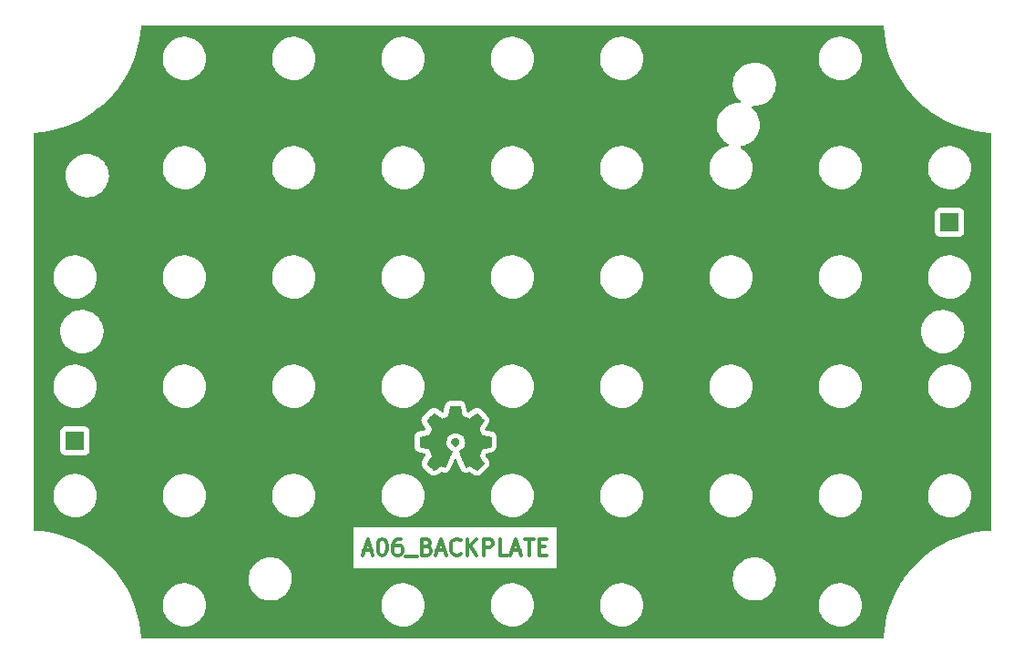
<source format=gbr>
%TF.GenerationSoftware,KiCad,Pcbnew,6.0.7-f9a2dced07~116~ubuntu20.04.1*%
%TF.CreationDate,2022-09-28T21:06:16-05:00*%
%TF.ProjectId,a06,6130362e-6b69-4636-9164-5f7063625858,rev?*%
%TF.SameCoordinates,Original*%
%TF.FileFunction,Copper,L1,Top*%
%TF.FilePolarity,Positive*%
%FSLAX46Y46*%
G04 Gerber Fmt 4.6, Leading zero omitted, Abs format (unit mm)*
G04 Created by KiCad (PCBNEW 6.0.7-f9a2dced07~116~ubuntu20.04.1) date 2022-09-28 21:06:16*
%MOMM*%
%LPD*%
G01*
G04 APERTURE LIST*
%ADD10C,0.300000*%
%TA.AperFunction,NonConductor*%
%ADD11C,0.300000*%
%TD*%
%TA.AperFunction,EtchedComponent*%
%ADD12C,0.010000*%
%TD*%
%TA.AperFunction,ComponentPad*%
%ADD13R,1.700000X1.700000*%
%TD*%
G04 APERTURE END LIST*
D10*
D11*
X131200000Y-149348000D02*
X131914285Y-149348000D01*
X131057142Y-149776571D02*
X131557142Y-148276571D01*
X132057142Y-149776571D01*
X132842857Y-148276571D02*
X132985714Y-148276571D01*
X133128571Y-148348000D01*
X133200000Y-148419428D01*
X133271428Y-148562285D01*
X133342857Y-148848000D01*
X133342857Y-149205142D01*
X133271428Y-149490857D01*
X133200000Y-149633714D01*
X133128571Y-149705142D01*
X132985714Y-149776571D01*
X132842857Y-149776571D01*
X132700000Y-149705142D01*
X132628571Y-149633714D01*
X132557142Y-149490857D01*
X132485714Y-149205142D01*
X132485714Y-148848000D01*
X132557142Y-148562285D01*
X132628571Y-148419428D01*
X132700000Y-148348000D01*
X132842857Y-148276571D01*
X134628571Y-148276571D02*
X134342857Y-148276571D01*
X134200000Y-148348000D01*
X134128571Y-148419428D01*
X133985714Y-148633714D01*
X133914285Y-148919428D01*
X133914285Y-149490857D01*
X133985714Y-149633714D01*
X134057142Y-149705142D01*
X134200000Y-149776571D01*
X134485714Y-149776571D01*
X134628571Y-149705142D01*
X134700000Y-149633714D01*
X134771428Y-149490857D01*
X134771428Y-149133714D01*
X134700000Y-148990857D01*
X134628571Y-148919428D01*
X134485714Y-148848000D01*
X134200000Y-148848000D01*
X134057142Y-148919428D01*
X133985714Y-148990857D01*
X133914285Y-149133714D01*
X135057142Y-149919428D02*
X136200000Y-149919428D01*
X137057142Y-148990857D02*
X137271428Y-149062285D01*
X137342857Y-149133714D01*
X137414285Y-149276571D01*
X137414285Y-149490857D01*
X137342857Y-149633714D01*
X137271428Y-149705142D01*
X137128571Y-149776571D01*
X136557142Y-149776571D01*
X136557142Y-148276571D01*
X137057142Y-148276571D01*
X137200000Y-148348000D01*
X137271428Y-148419428D01*
X137342857Y-148562285D01*
X137342857Y-148705142D01*
X137271428Y-148848000D01*
X137200000Y-148919428D01*
X137057142Y-148990857D01*
X136557142Y-148990857D01*
X137985714Y-149348000D02*
X138700000Y-149348000D01*
X137842857Y-149776571D02*
X138342857Y-148276571D01*
X138842857Y-149776571D01*
X140200000Y-149633714D02*
X140128571Y-149705142D01*
X139914285Y-149776571D01*
X139771428Y-149776571D01*
X139557142Y-149705142D01*
X139414285Y-149562285D01*
X139342857Y-149419428D01*
X139271428Y-149133714D01*
X139271428Y-148919428D01*
X139342857Y-148633714D01*
X139414285Y-148490857D01*
X139557142Y-148348000D01*
X139771428Y-148276571D01*
X139914285Y-148276571D01*
X140128571Y-148348000D01*
X140200000Y-148419428D01*
X140842857Y-149776571D02*
X140842857Y-148276571D01*
X141700000Y-149776571D02*
X141057142Y-148919428D01*
X141700000Y-148276571D02*
X140842857Y-149133714D01*
X142342857Y-149776571D02*
X142342857Y-148276571D01*
X142914285Y-148276571D01*
X143057142Y-148348000D01*
X143128571Y-148419428D01*
X143200000Y-148562285D01*
X143200000Y-148776571D01*
X143128571Y-148919428D01*
X143057142Y-148990857D01*
X142914285Y-149062285D01*
X142342857Y-149062285D01*
X144557142Y-149776571D02*
X143842857Y-149776571D01*
X143842857Y-148276571D01*
X144985714Y-149348000D02*
X145700000Y-149348000D01*
X144842857Y-149776571D02*
X145342857Y-148276571D01*
X145842857Y-149776571D01*
X146128571Y-148276571D02*
X146985714Y-148276571D01*
X146557142Y-149776571D02*
X146557142Y-148276571D01*
X147485714Y-148990857D02*
X147985714Y-148990857D01*
X148200000Y-149776571D02*
X147485714Y-149776571D01*
X147485714Y-148276571D01*
X148200000Y-148276571D01*
%TO.C,REF\u002A\u002A*%
G36*
X140255814Y-136406931D02*
G01*
X140339635Y-136851555D01*
X140648920Y-136979053D01*
X140958206Y-137106551D01*
X141329246Y-136854246D01*
X141433157Y-136783996D01*
X141527087Y-136721272D01*
X141606652Y-136668938D01*
X141667470Y-136629857D01*
X141705157Y-136606893D01*
X141715421Y-136601942D01*
X141733910Y-136614676D01*
X141773420Y-136649882D01*
X141829522Y-136703062D01*
X141897787Y-136769718D01*
X141973786Y-136845354D01*
X142053092Y-136925472D01*
X142131275Y-137005574D01*
X142203907Y-137081164D01*
X142266559Y-137147745D01*
X142314803Y-137200818D01*
X142344210Y-137235887D01*
X142351241Y-137247623D01*
X142341123Y-137269260D01*
X142312759Y-137316662D01*
X142269129Y-137385193D01*
X142213218Y-137470215D01*
X142148006Y-137567093D01*
X142110219Y-137622350D01*
X142041343Y-137723248D01*
X141980140Y-137814299D01*
X141929578Y-137890970D01*
X141892628Y-137948728D01*
X141872258Y-137983043D01*
X141869197Y-137990254D01*
X141876136Y-138010748D01*
X141895051Y-138058513D01*
X141923087Y-138126832D01*
X141957391Y-138208989D01*
X141995109Y-138298270D01*
X142033387Y-138387958D01*
X142069370Y-138471338D01*
X142100206Y-138541694D01*
X142123039Y-138592310D01*
X142135017Y-138616471D01*
X142135724Y-138617422D01*
X142154531Y-138622036D01*
X142204618Y-138632328D01*
X142280793Y-138647287D01*
X142377865Y-138665901D01*
X142490643Y-138687159D01*
X142556442Y-138699418D01*
X142676950Y-138722362D01*
X142785797Y-138744195D01*
X142877476Y-138763722D01*
X142946481Y-138779748D01*
X142987304Y-138791079D01*
X142995511Y-138794674D01*
X143003548Y-138819006D01*
X143010033Y-138873959D01*
X143014970Y-138953108D01*
X143018364Y-139050026D01*
X143020218Y-139158287D01*
X143020538Y-139271465D01*
X143019327Y-139383135D01*
X143016590Y-139486868D01*
X143012331Y-139576241D01*
X143006555Y-139644826D01*
X142999267Y-139686197D01*
X142994895Y-139694810D01*
X142968764Y-139705133D01*
X142913393Y-139719892D01*
X142836107Y-139737352D01*
X142744230Y-139755780D01*
X142712158Y-139761741D01*
X142557524Y-139790066D01*
X142435375Y-139812876D01*
X142341673Y-139831080D01*
X142272384Y-139845583D01*
X142223471Y-139857292D01*
X142190897Y-139867115D01*
X142170628Y-139875956D01*
X142158626Y-139884724D01*
X142156947Y-139886457D01*
X142140184Y-139914371D01*
X142114614Y-139968695D01*
X142082788Y-140042777D01*
X142047260Y-140129965D01*
X142010583Y-140223608D01*
X141975311Y-140317052D01*
X141943996Y-140403647D01*
X141919193Y-140476740D01*
X141903454Y-140529678D01*
X141899332Y-140555811D01*
X141899676Y-140556726D01*
X141913641Y-140578086D01*
X141945322Y-140625084D01*
X141991391Y-140692827D01*
X142048518Y-140776423D01*
X142113373Y-140870982D01*
X142131843Y-140897854D01*
X142197699Y-140995275D01*
X142255650Y-141084163D01*
X142302538Y-141159412D01*
X142335207Y-141215920D01*
X142350500Y-141248581D01*
X142351241Y-141252593D01*
X142338392Y-141273684D01*
X142302888Y-141315464D01*
X142249293Y-141373445D01*
X142182171Y-141443135D01*
X142106087Y-141520045D01*
X142025604Y-141599683D01*
X141945287Y-141677561D01*
X141869699Y-141749186D01*
X141803405Y-141810070D01*
X141750969Y-141855721D01*
X141716955Y-141881650D01*
X141707545Y-141885883D01*
X141685643Y-141875912D01*
X141640800Y-141849020D01*
X141580321Y-141809736D01*
X141533789Y-141778117D01*
X141449475Y-141720098D01*
X141349626Y-141651784D01*
X141249473Y-141583579D01*
X141195627Y-141547075D01*
X141013371Y-141423800D01*
X140860381Y-141506520D01*
X140790682Y-141542759D01*
X140731414Y-141570926D01*
X140691311Y-141586991D01*
X140681103Y-141589226D01*
X140668829Y-141572722D01*
X140644613Y-141526082D01*
X140610263Y-141453609D01*
X140567588Y-141359606D01*
X140518394Y-141248374D01*
X140464490Y-141124215D01*
X140407684Y-140991432D01*
X140349782Y-140854327D01*
X140292593Y-140717202D01*
X140237924Y-140584358D01*
X140187584Y-140460098D01*
X140143380Y-140348725D01*
X140107119Y-140254539D01*
X140080609Y-140181844D01*
X140065658Y-140134941D01*
X140063254Y-140118833D01*
X140082311Y-140098286D01*
X140124036Y-140064933D01*
X140179706Y-140025702D01*
X140184378Y-140022599D01*
X140328264Y-139907423D01*
X140444283Y-139773053D01*
X140531430Y-139623784D01*
X140588699Y-139463913D01*
X140615086Y-139297737D01*
X140609585Y-139129552D01*
X140571190Y-138963655D01*
X140498895Y-138804342D01*
X140477626Y-138769487D01*
X140366996Y-138628737D01*
X140236302Y-138515714D01*
X140090064Y-138431003D01*
X139932808Y-138375194D01*
X139769057Y-138348874D01*
X139603333Y-138352630D01*
X139440162Y-138387050D01*
X139284065Y-138452723D01*
X139139567Y-138550235D01*
X139094869Y-138589813D01*
X138981112Y-138713703D01*
X138898218Y-138844124D01*
X138841356Y-138990315D01*
X138809687Y-139135088D01*
X138801869Y-139297860D01*
X138827938Y-139461440D01*
X138885245Y-139620298D01*
X138971144Y-139768906D01*
X139082986Y-139901735D01*
X139218123Y-140013256D01*
X139235883Y-140025011D01*
X139292150Y-140063508D01*
X139334923Y-140096863D01*
X139355372Y-140118160D01*
X139355669Y-140118833D01*
X139351279Y-140141871D01*
X139333876Y-140194157D01*
X139305268Y-140271390D01*
X139267265Y-140369268D01*
X139221674Y-140483491D01*
X139170303Y-140609758D01*
X139114962Y-140743767D01*
X139057458Y-140881218D01*
X138999601Y-141017808D01*
X138943198Y-141149237D01*
X138890058Y-141271205D01*
X138841990Y-141379409D01*
X138800801Y-141469549D01*
X138768301Y-141537323D01*
X138746297Y-141578430D01*
X138737436Y-141589226D01*
X138710360Y-141580819D01*
X138659697Y-141558272D01*
X138594183Y-141525613D01*
X138558159Y-141506520D01*
X138405168Y-141423800D01*
X138222912Y-141547075D01*
X138129875Y-141610228D01*
X138028015Y-141679727D01*
X137932562Y-141745165D01*
X137884750Y-141778117D01*
X137817505Y-141823273D01*
X137760564Y-141859057D01*
X137721354Y-141880938D01*
X137708619Y-141885563D01*
X137690083Y-141873085D01*
X137649059Y-141838252D01*
X137589525Y-141784678D01*
X137515458Y-141715983D01*
X137430835Y-141635781D01*
X137377315Y-141584286D01*
X137283681Y-141492286D01*
X137202759Y-141409999D01*
X137137823Y-141340945D01*
X137092142Y-141288644D01*
X137068989Y-141256616D01*
X137066768Y-141250116D01*
X137077076Y-141225394D01*
X137105561Y-141175405D01*
X137149063Y-141105212D01*
X137204423Y-141019875D01*
X137268480Y-140924456D01*
X137286697Y-140897854D01*
X137353073Y-140801167D01*
X137412622Y-140714117D01*
X137462016Y-140641595D01*
X137497925Y-140588493D01*
X137517019Y-140559703D01*
X137518864Y-140556726D01*
X137516105Y-140533782D01*
X137501462Y-140483336D01*
X137477487Y-140412041D01*
X137446734Y-140326547D01*
X137411756Y-140233507D01*
X137375107Y-140139574D01*
X137339339Y-140051399D01*
X137307006Y-139975634D01*
X137280662Y-139918931D01*
X137262858Y-139887943D01*
X137261593Y-139886457D01*
X137250706Y-139877601D01*
X137232318Y-139868843D01*
X137202394Y-139859277D01*
X137156897Y-139847996D01*
X137091791Y-139834093D01*
X137003039Y-139816663D01*
X136886607Y-139794798D01*
X136738458Y-139767591D01*
X136706382Y-139761741D01*
X136611314Y-139743374D01*
X136528435Y-139725405D01*
X136465070Y-139709569D01*
X136428542Y-139697600D01*
X136423644Y-139694810D01*
X136415573Y-139670072D01*
X136409013Y-139614790D01*
X136403967Y-139535389D01*
X136400441Y-139438296D01*
X136398439Y-139329938D01*
X136397964Y-139216740D01*
X136399023Y-139105128D01*
X136401618Y-139001529D01*
X136405754Y-138912368D01*
X136411437Y-138844072D01*
X136418669Y-138803066D01*
X136423029Y-138794674D01*
X136447302Y-138786208D01*
X136502574Y-138772435D01*
X136583338Y-138754550D01*
X136684088Y-138733748D01*
X136799317Y-138711223D01*
X136862098Y-138699418D01*
X136981213Y-138677151D01*
X137087435Y-138656979D01*
X137175573Y-138639915D01*
X137240434Y-138626969D01*
X137276826Y-138619155D01*
X137282816Y-138617422D01*
X137292939Y-138597890D01*
X137314338Y-138550843D01*
X137344161Y-138483003D01*
X137379555Y-138401091D01*
X137417668Y-138311828D01*
X137455647Y-138221935D01*
X137490640Y-138138135D01*
X137519794Y-138067147D01*
X137540257Y-138015694D01*
X137549177Y-137990497D01*
X137549343Y-137989396D01*
X137539231Y-137969519D01*
X137510883Y-137923777D01*
X137467277Y-137856717D01*
X137411394Y-137772884D01*
X137346213Y-137676826D01*
X137308321Y-137621650D01*
X137239275Y-137520481D01*
X137177950Y-137428630D01*
X137127337Y-137350744D01*
X137090429Y-137291469D01*
X137070218Y-137255451D01*
X137067299Y-137247377D01*
X137079847Y-137228584D01*
X137114537Y-137188457D01*
X137166937Y-137131493D01*
X137232616Y-137062185D01*
X137307144Y-136985031D01*
X137386087Y-136904525D01*
X137465017Y-136825163D01*
X137539500Y-136751440D01*
X137605106Y-136687852D01*
X137657404Y-136638894D01*
X137691961Y-136609061D01*
X137703522Y-136601942D01*
X137722346Y-136611953D01*
X137767369Y-136640078D01*
X137834213Y-136683454D01*
X137918501Y-136739218D01*
X138015856Y-136804506D01*
X138089293Y-136854246D01*
X138460333Y-137106551D01*
X139078905Y-136851555D01*
X139162725Y-136406931D01*
X139246546Y-135962307D01*
X140171994Y-135962307D01*
X140255814Y-136406931D01*
G37*
D12*
X140255814Y-136406931D02*
X140339635Y-136851555D01*
X140648920Y-136979053D01*
X140958206Y-137106551D01*
X141329246Y-136854246D01*
X141433157Y-136783996D01*
X141527087Y-136721272D01*
X141606652Y-136668938D01*
X141667470Y-136629857D01*
X141705157Y-136606893D01*
X141715421Y-136601942D01*
X141733910Y-136614676D01*
X141773420Y-136649882D01*
X141829522Y-136703062D01*
X141897787Y-136769718D01*
X141973786Y-136845354D01*
X142053092Y-136925472D01*
X142131275Y-137005574D01*
X142203907Y-137081164D01*
X142266559Y-137147745D01*
X142314803Y-137200818D01*
X142344210Y-137235887D01*
X142351241Y-137247623D01*
X142341123Y-137269260D01*
X142312759Y-137316662D01*
X142269129Y-137385193D01*
X142213218Y-137470215D01*
X142148006Y-137567093D01*
X142110219Y-137622350D01*
X142041343Y-137723248D01*
X141980140Y-137814299D01*
X141929578Y-137890970D01*
X141892628Y-137948728D01*
X141872258Y-137983043D01*
X141869197Y-137990254D01*
X141876136Y-138010748D01*
X141895051Y-138058513D01*
X141923087Y-138126832D01*
X141957391Y-138208989D01*
X141995109Y-138298270D01*
X142033387Y-138387958D01*
X142069370Y-138471338D01*
X142100206Y-138541694D01*
X142123039Y-138592310D01*
X142135017Y-138616471D01*
X142135724Y-138617422D01*
X142154531Y-138622036D01*
X142204618Y-138632328D01*
X142280793Y-138647287D01*
X142377865Y-138665901D01*
X142490643Y-138687159D01*
X142556442Y-138699418D01*
X142676950Y-138722362D01*
X142785797Y-138744195D01*
X142877476Y-138763722D01*
X142946481Y-138779748D01*
X142987304Y-138791079D01*
X142995511Y-138794674D01*
X143003548Y-138819006D01*
X143010033Y-138873959D01*
X143014970Y-138953108D01*
X143018364Y-139050026D01*
X143020218Y-139158287D01*
X143020538Y-139271465D01*
X143019327Y-139383135D01*
X143016590Y-139486868D01*
X143012331Y-139576241D01*
X143006555Y-139644826D01*
X142999267Y-139686197D01*
X142994895Y-139694810D01*
X142968764Y-139705133D01*
X142913393Y-139719892D01*
X142836107Y-139737352D01*
X142744230Y-139755780D01*
X142712158Y-139761741D01*
X142557524Y-139790066D01*
X142435375Y-139812876D01*
X142341673Y-139831080D01*
X142272384Y-139845583D01*
X142223471Y-139857292D01*
X142190897Y-139867115D01*
X142170628Y-139875956D01*
X142158626Y-139884724D01*
X142156947Y-139886457D01*
X142140184Y-139914371D01*
X142114614Y-139968695D01*
X142082788Y-140042777D01*
X142047260Y-140129965D01*
X142010583Y-140223608D01*
X141975311Y-140317052D01*
X141943996Y-140403647D01*
X141919193Y-140476740D01*
X141903454Y-140529678D01*
X141899332Y-140555811D01*
X141899676Y-140556726D01*
X141913641Y-140578086D01*
X141945322Y-140625084D01*
X141991391Y-140692827D01*
X142048518Y-140776423D01*
X142113373Y-140870982D01*
X142131843Y-140897854D01*
X142197699Y-140995275D01*
X142255650Y-141084163D01*
X142302538Y-141159412D01*
X142335207Y-141215920D01*
X142350500Y-141248581D01*
X142351241Y-141252593D01*
X142338392Y-141273684D01*
X142302888Y-141315464D01*
X142249293Y-141373445D01*
X142182171Y-141443135D01*
X142106087Y-141520045D01*
X142025604Y-141599683D01*
X141945287Y-141677561D01*
X141869699Y-141749186D01*
X141803405Y-141810070D01*
X141750969Y-141855721D01*
X141716955Y-141881650D01*
X141707545Y-141885883D01*
X141685643Y-141875912D01*
X141640800Y-141849020D01*
X141580321Y-141809736D01*
X141533789Y-141778117D01*
X141449475Y-141720098D01*
X141349626Y-141651784D01*
X141249473Y-141583579D01*
X141195627Y-141547075D01*
X141013371Y-141423800D01*
X140860381Y-141506520D01*
X140790682Y-141542759D01*
X140731414Y-141570926D01*
X140691311Y-141586991D01*
X140681103Y-141589226D01*
X140668829Y-141572722D01*
X140644613Y-141526082D01*
X140610263Y-141453609D01*
X140567588Y-141359606D01*
X140518394Y-141248374D01*
X140464490Y-141124215D01*
X140407684Y-140991432D01*
X140349782Y-140854327D01*
X140292593Y-140717202D01*
X140237924Y-140584358D01*
X140187584Y-140460098D01*
X140143380Y-140348725D01*
X140107119Y-140254539D01*
X140080609Y-140181844D01*
X140065658Y-140134941D01*
X140063254Y-140118833D01*
X140082311Y-140098286D01*
X140124036Y-140064933D01*
X140179706Y-140025702D01*
X140184378Y-140022599D01*
X140328264Y-139907423D01*
X140444283Y-139773053D01*
X140531430Y-139623784D01*
X140588699Y-139463913D01*
X140615086Y-139297737D01*
X140609585Y-139129552D01*
X140571190Y-138963655D01*
X140498895Y-138804342D01*
X140477626Y-138769487D01*
X140366996Y-138628737D01*
X140236302Y-138515714D01*
X140090064Y-138431003D01*
X139932808Y-138375194D01*
X139769057Y-138348874D01*
X139603333Y-138352630D01*
X139440162Y-138387050D01*
X139284065Y-138452723D01*
X139139567Y-138550235D01*
X139094869Y-138589813D01*
X138981112Y-138713703D01*
X138898218Y-138844124D01*
X138841356Y-138990315D01*
X138809687Y-139135088D01*
X138801869Y-139297860D01*
X138827938Y-139461440D01*
X138885245Y-139620298D01*
X138971144Y-139768906D01*
X139082986Y-139901735D01*
X139218123Y-140013256D01*
X139235883Y-140025011D01*
X139292150Y-140063508D01*
X139334923Y-140096863D01*
X139355372Y-140118160D01*
X139355669Y-140118833D01*
X139351279Y-140141871D01*
X139333876Y-140194157D01*
X139305268Y-140271390D01*
X139267265Y-140369268D01*
X139221674Y-140483491D01*
X139170303Y-140609758D01*
X139114962Y-140743767D01*
X139057458Y-140881218D01*
X138999601Y-141017808D01*
X138943198Y-141149237D01*
X138890058Y-141271205D01*
X138841990Y-141379409D01*
X138800801Y-141469549D01*
X138768301Y-141537323D01*
X138746297Y-141578430D01*
X138737436Y-141589226D01*
X138710360Y-141580819D01*
X138659697Y-141558272D01*
X138594183Y-141525613D01*
X138558159Y-141506520D01*
X138405168Y-141423800D01*
X138222912Y-141547075D01*
X138129875Y-141610228D01*
X138028015Y-141679727D01*
X137932562Y-141745165D01*
X137884750Y-141778117D01*
X137817505Y-141823273D01*
X137760564Y-141859057D01*
X137721354Y-141880938D01*
X137708619Y-141885563D01*
X137690083Y-141873085D01*
X137649059Y-141838252D01*
X137589525Y-141784678D01*
X137515458Y-141715983D01*
X137430835Y-141635781D01*
X137377315Y-141584286D01*
X137283681Y-141492286D01*
X137202759Y-141409999D01*
X137137823Y-141340945D01*
X137092142Y-141288644D01*
X137068989Y-141256616D01*
X137066768Y-141250116D01*
X137077076Y-141225394D01*
X137105561Y-141175405D01*
X137149063Y-141105212D01*
X137204423Y-141019875D01*
X137268480Y-140924456D01*
X137286697Y-140897854D01*
X137353073Y-140801167D01*
X137412622Y-140714117D01*
X137462016Y-140641595D01*
X137497925Y-140588493D01*
X137517019Y-140559703D01*
X137518864Y-140556726D01*
X137516105Y-140533782D01*
X137501462Y-140483336D01*
X137477487Y-140412041D01*
X137446734Y-140326547D01*
X137411756Y-140233507D01*
X137375107Y-140139574D01*
X137339339Y-140051399D01*
X137307006Y-139975634D01*
X137280662Y-139918931D01*
X137262858Y-139887943D01*
X137261593Y-139886457D01*
X137250706Y-139877601D01*
X137232318Y-139868843D01*
X137202394Y-139859277D01*
X137156897Y-139847996D01*
X137091791Y-139834093D01*
X137003039Y-139816663D01*
X136886607Y-139794798D01*
X136738458Y-139767591D01*
X136706382Y-139761741D01*
X136611314Y-139743374D01*
X136528435Y-139725405D01*
X136465070Y-139709569D01*
X136428542Y-139697600D01*
X136423644Y-139694810D01*
X136415573Y-139670072D01*
X136409013Y-139614790D01*
X136403967Y-139535389D01*
X136400441Y-139438296D01*
X136398439Y-139329938D01*
X136397964Y-139216740D01*
X136399023Y-139105128D01*
X136401618Y-139001529D01*
X136405754Y-138912368D01*
X136411437Y-138844072D01*
X136418669Y-138803066D01*
X136423029Y-138794674D01*
X136447302Y-138786208D01*
X136502574Y-138772435D01*
X136583338Y-138754550D01*
X136684088Y-138733748D01*
X136799317Y-138711223D01*
X136862098Y-138699418D01*
X136981213Y-138677151D01*
X137087435Y-138656979D01*
X137175573Y-138639915D01*
X137240434Y-138626969D01*
X137276826Y-138619155D01*
X137282816Y-138617422D01*
X137292939Y-138597890D01*
X137314338Y-138550843D01*
X137344161Y-138483003D01*
X137379555Y-138401091D01*
X137417668Y-138311828D01*
X137455647Y-138221935D01*
X137490640Y-138138135D01*
X137519794Y-138067147D01*
X137540257Y-138015694D01*
X137549177Y-137990497D01*
X137549343Y-137989396D01*
X137539231Y-137969519D01*
X137510883Y-137923777D01*
X137467277Y-137856717D01*
X137411394Y-137772884D01*
X137346213Y-137676826D01*
X137308321Y-137621650D01*
X137239275Y-137520481D01*
X137177950Y-137428630D01*
X137127337Y-137350744D01*
X137090429Y-137291469D01*
X137070218Y-137255451D01*
X137067299Y-137247377D01*
X137079847Y-137228584D01*
X137114537Y-137188457D01*
X137166937Y-137131493D01*
X137232616Y-137062185D01*
X137307144Y-136985031D01*
X137386087Y-136904525D01*
X137465017Y-136825163D01*
X137539500Y-136751440D01*
X137605106Y-136687852D01*
X137657404Y-136638894D01*
X137691961Y-136609061D01*
X137703522Y-136601942D01*
X137722346Y-136611953D01*
X137767369Y-136640078D01*
X137834213Y-136683454D01*
X137918501Y-136739218D01*
X138015856Y-136804506D01*
X138089293Y-136854246D01*
X138460333Y-137106551D01*
X139078905Y-136851555D01*
X139162725Y-136406931D01*
X139246546Y-135962307D01*
X140171994Y-135962307D01*
X140255814Y-136406931D01*
%TD*%
D13*
%TO.P,J2,1,Pin_1*%
%TO.N,Net-(J1-Pad1)*%
X104360000Y-139160000D03*
%TD*%
%TO.P,J1,1,Pin_1*%
%TO.N,Net-(J1-Pad1)*%
X185640000Y-118840000D03*
%TD*%
%TA.AperFunction,NonConductor*%
G36*
X139745190Y-138865129D02*
G01*
X139793813Y-138872944D01*
X139815956Y-138878603D01*
X139862720Y-138895200D01*
X139883733Y-138904914D01*
X139926750Y-138929832D01*
X139946011Y-138943554D01*
X139984618Y-138976941D01*
X140001252Y-138994372D01*
X140039129Y-139042562D01*
X140054802Y-139068353D01*
X140077263Y-139117850D01*
X140085279Y-139141507D01*
X140095223Y-139184474D01*
X140098401Y-139208763D01*
X140099867Y-139253564D01*
X140098375Y-139277446D01*
X140090932Y-139324317D01*
X140085111Y-139347044D01*
X140068422Y-139393633D01*
X140067958Y-139394929D01*
X140058152Y-139415963D01*
X140030541Y-139463257D01*
X140017097Y-139482075D01*
X139978057Y-139527290D01*
X139961428Y-139543312D01*
X139941496Y-139559267D01*
X139891531Y-139599263D01*
X139885649Y-139603971D01*
X139876619Y-139610563D01*
X139868632Y-139615867D01*
X139868623Y-139615874D01*
X139864895Y-139618350D01*
X139861551Y-139621333D01*
X139858088Y-139624007D01*
X139853612Y-139627307D01*
X139853109Y-139627661D01*
X139843188Y-139633972D01*
X139838884Y-139636436D01*
X139838881Y-139636438D01*
X139834657Y-139638856D01*
X139830855Y-139641895D01*
X139830851Y-139641898D01*
X139818526Y-139651750D01*
X139812431Y-139656327D01*
X139801768Y-139663841D01*
X139801759Y-139663848D01*
X139798101Y-139666426D01*
X139794845Y-139669496D01*
X139791368Y-139672337D01*
X139790637Y-139671443D01*
X139732008Y-139701260D01*
X139661371Y-139694123D01*
X139631086Y-139676552D01*
X139630686Y-139676239D01*
X139622159Y-139668912D01*
X139618666Y-139665628D01*
X139618662Y-139665625D01*
X139615119Y-139662294D01*
X139600198Y-139652085D01*
X139599657Y-139651690D01*
X139599201Y-139651403D01*
X139598499Y-139650923D01*
X139595404Y-139648660D01*
X139593244Y-139646971D01*
X139592918Y-139646841D01*
X139592220Y-139646331D01*
X139582386Y-139638662D01*
X139582385Y-139638661D01*
X139578848Y-139635903D01*
X139569088Y-139630314D01*
X139560558Y-139624964D01*
X139557909Y-139623151D01*
X139555010Y-139621033D01*
X139552656Y-139618887D01*
X139529639Y-139603652D01*
X139518984Y-139595763D01*
X139454590Y-139542621D01*
X139438406Y-139526597D01*
X139400230Y-139481258D01*
X139387526Y-139463158D01*
X139360822Y-139416959D01*
X139358358Y-139412696D01*
X139348921Y-139392396D01*
X139335723Y-139355808D01*
X139331448Y-139343957D01*
X139325542Y-139321033D01*
X139319375Y-139282336D01*
X139317950Y-139256461D01*
X139320023Y-139213300D01*
X139322788Y-139192421D01*
X139325746Y-139178896D01*
X139332342Y-139148745D01*
X139337999Y-139130002D01*
X139354091Y-139088629D01*
X139365181Y-139066720D01*
X139384111Y-139036936D01*
X139397640Y-139019304D01*
X139444918Y-138967815D01*
X139467245Y-138948593D01*
X139519347Y-138913433D01*
X139540963Y-138901738D01*
X139583027Y-138884040D01*
X139605885Y-138876892D01*
X139651201Y-138867333D01*
X139674351Y-138864652D01*
X139680446Y-138864514D01*
X139722348Y-138863564D01*
X139745190Y-138865129D01*
G37*
%TD.AperFunction*%
%TA.AperFunction,NonConductor*%
G36*
X179447940Y-100528502D02*
G01*
X179494433Y-100582158D01*
X179505762Y-100630706D01*
X179505885Y-100634777D01*
X179563358Y-101267238D01*
X179658913Y-101895075D01*
X179792201Y-102515996D01*
X179962737Y-103127738D01*
X179963359Y-103129542D01*
X179963362Y-103129550D01*
X180169275Y-103726265D01*
X180169281Y-103726280D01*
X180169897Y-103728066D01*
X180170618Y-103729808D01*
X180170625Y-103729825D01*
X180327279Y-104108018D01*
X180412927Y-104314791D01*
X180413761Y-104316504D01*
X180413766Y-104316515D01*
X180440354Y-104371121D01*
X180690939Y-104885772D01*
X181002918Y-105438926D01*
X181003940Y-105440506D01*
X181003945Y-105440515D01*
X181346692Y-105970633D01*
X181346700Y-105970645D01*
X181347727Y-105972233D01*
X181348849Y-105973758D01*
X181348856Y-105973768D01*
X181628558Y-106353893D01*
X181724107Y-106483748D01*
X181725328Y-106485213D01*
X181946039Y-106750046D01*
X182130685Y-106971605D01*
X182565977Y-107434023D01*
X183028395Y-107869315D01*
X183029848Y-107870526D01*
X183029856Y-107870533D01*
X183391484Y-108171912D01*
X183516252Y-108275893D01*
X183517791Y-108277025D01*
X183517793Y-108277027D01*
X184026232Y-108651144D01*
X184026242Y-108651151D01*
X184027767Y-108652273D01*
X184029355Y-108653300D01*
X184029367Y-108653308D01*
X184559485Y-108996055D01*
X184559494Y-108996060D01*
X184561074Y-108997082D01*
X185114228Y-109309061D01*
X185115939Y-109309894D01*
X185683485Y-109586234D01*
X185683496Y-109586239D01*
X185685209Y-109587073D01*
X185737605Y-109608776D01*
X186270175Y-109829375D01*
X186270192Y-109829382D01*
X186271934Y-109830103D01*
X186273720Y-109830719D01*
X186273735Y-109830725D01*
X186870450Y-110036638D01*
X186870458Y-110036641D01*
X186872262Y-110037263D01*
X187484004Y-110207799D01*
X188104925Y-110341087D01*
X188106800Y-110341372D01*
X188106798Y-110341372D01*
X188730901Y-110436359D01*
X188730909Y-110436360D01*
X188732762Y-110436642D01*
X189365223Y-110494115D01*
X189367116Y-110494172D01*
X189367129Y-110494173D01*
X189369178Y-110494235D01*
X189369294Y-110494238D01*
X189436782Y-110516282D01*
X189481638Y-110571314D01*
X189491500Y-110620181D01*
X189491500Y-147379819D01*
X189471498Y-147447940D01*
X189417842Y-147494433D01*
X189369294Y-147505762D01*
X189369178Y-147505765D01*
X189367129Y-147505827D01*
X189367116Y-147505828D01*
X189365223Y-147505885D01*
X188732762Y-147563358D01*
X188730909Y-147563640D01*
X188730901Y-147563641D01*
X188240702Y-147638248D01*
X188104925Y-147658913D01*
X187484004Y-147792201D01*
X186872262Y-147962737D01*
X186870458Y-147963359D01*
X186870450Y-147963362D01*
X186273735Y-148169275D01*
X186273720Y-148169281D01*
X186271934Y-148169897D01*
X186270192Y-148170618D01*
X186270175Y-148170625D01*
X185932129Y-148310649D01*
X185685209Y-148412927D01*
X185683496Y-148413761D01*
X185683485Y-148413766D01*
X185216110Y-148641332D01*
X185114228Y-148690939D01*
X184561074Y-149002918D01*
X184559494Y-149003940D01*
X184559485Y-149003945D01*
X184029367Y-149346692D01*
X184029355Y-149346700D01*
X184027767Y-149347727D01*
X184026242Y-149348849D01*
X184026232Y-149348856D01*
X183940643Y-149411834D01*
X183516252Y-149724107D01*
X183514787Y-149725328D01*
X183057048Y-150106806D01*
X183028395Y-150130685D01*
X182565977Y-150565977D01*
X182130685Y-151028395D01*
X182129474Y-151029848D01*
X182129467Y-151029856D01*
X181788051Y-151439524D01*
X181724107Y-151516252D01*
X181722975Y-151517791D01*
X181722973Y-151517793D01*
X181416629Y-151934127D01*
X181347727Y-152027767D01*
X181346700Y-152029355D01*
X181346692Y-152029367D01*
X181053549Y-152482764D01*
X181002918Y-152561074D01*
X180690939Y-153114228D01*
X180690106Y-153115939D01*
X180430093Y-153649954D01*
X180412927Y-153685209D01*
X180412194Y-153686979D01*
X180170625Y-154270175D01*
X180170618Y-154270192D01*
X180169897Y-154271934D01*
X180169281Y-154273720D01*
X180169275Y-154273735D01*
X179963362Y-154870450D01*
X179962737Y-154872262D01*
X179792201Y-155484004D01*
X179658913Y-156104925D01*
X179563358Y-156732762D01*
X179505885Y-157365223D01*
X179505828Y-157367116D01*
X179505827Y-157367129D01*
X179505762Y-157369294D01*
X179483718Y-157436782D01*
X179428686Y-157481638D01*
X179379819Y-157491500D01*
X110620181Y-157491500D01*
X110552060Y-157471498D01*
X110505567Y-157417842D01*
X110494238Y-157369294D01*
X110494173Y-157367129D01*
X110494172Y-157367116D01*
X110494115Y-157365223D01*
X110436642Y-156732762D01*
X110341087Y-156104925D01*
X110207799Y-155484004D01*
X110037263Y-154872262D01*
X110036638Y-154870450D01*
X109850049Y-154329733D01*
X112507822Y-154329733D01*
X112517625Y-154610458D01*
X112518387Y-154614781D01*
X112518388Y-154614788D01*
X112542164Y-154749624D01*
X112566402Y-154887087D01*
X112653203Y-155154235D01*
X112776340Y-155406702D01*
X112778795Y-155410341D01*
X112778798Y-155410347D01*
X112827237Y-155482160D01*
X112933415Y-155639576D01*
X113121371Y-155848322D01*
X113336550Y-156028879D01*
X113574764Y-156177731D01*
X113831375Y-156291982D01*
X114101390Y-156369407D01*
X114105740Y-156370018D01*
X114105743Y-156370019D01*
X114208690Y-156384487D01*
X114379552Y-156408500D01*
X114590146Y-156408500D01*
X114592332Y-156408347D01*
X114592336Y-156408347D01*
X114795827Y-156394118D01*
X114795832Y-156394117D01*
X114800212Y-156393811D01*
X115074970Y-156335409D01*
X115079099Y-156333906D01*
X115079103Y-156333905D01*
X115334781Y-156240846D01*
X115334785Y-156240844D01*
X115338926Y-156239337D01*
X115586942Y-156107464D01*
X115590503Y-156104877D01*
X115810629Y-155944947D01*
X115810632Y-155944944D01*
X115814192Y-155942358D01*
X116016252Y-155747231D01*
X116189188Y-155525882D01*
X116191384Y-155522078D01*
X116191389Y-155522071D01*
X116327435Y-155286431D01*
X116329636Y-155282619D01*
X116434862Y-155022176D01*
X116468544Y-154887087D01*
X116501753Y-154753893D01*
X116501754Y-154753888D01*
X116502817Y-154749624D01*
X116532178Y-154470267D01*
X116527270Y-154329733D01*
X132827822Y-154329733D01*
X132837625Y-154610458D01*
X132838387Y-154614781D01*
X132838388Y-154614788D01*
X132862164Y-154749624D01*
X132886402Y-154887087D01*
X132973203Y-155154235D01*
X133096340Y-155406702D01*
X133098795Y-155410341D01*
X133098798Y-155410347D01*
X133147237Y-155482160D01*
X133253415Y-155639576D01*
X133441371Y-155848322D01*
X133656550Y-156028879D01*
X133894764Y-156177731D01*
X134151375Y-156291982D01*
X134421390Y-156369407D01*
X134425740Y-156370018D01*
X134425743Y-156370019D01*
X134528690Y-156384487D01*
X134699552Y-156408500D01*
X134910146Y-156408500D01*
X134912332Y-156408347D01*
X134912336Y-156408347D01*
X135115827Y-156394118D01*
X135115832Y-156394117D01*
X135120212Y-156393811D01*
X135394970Y-156335409D01*
X135399099Y-156333906D01*
X135399103Y-156333905D01*
X135654781Y-156240846D01*
X135654785Y-156240844D01*
X135658926Y-156239337D01*
X135906942Y-156107464D01*
X135910503Y-156104877D01*
X136130629Y-155944947D01*
X136130632Y-155944944D01*
X136134192Y-155942358D01*
X136336252Y-155747231D01*
X136509188Y-155525882D01*
X136511384Y-155522078D01*
X136511389Y-155522071D01*
X136647435Y-155286431D01*
X136649636Y-155282619D01*
X136754862Y-155022176D01*
X136788544Y-154887087D01*
X136821753Y-154753893D01*
X136821754Y-154753888D01*
X136822817Y-154749624D01*
X136852178Y-154470267D01*
X136847270Y-154329733D01*
X142987822Y-154329733D01*
X142997625Y-154610458D01*
X142998387Y-154614781D01*
X142998388Y-154614788D01*
X143022164Y-154749624D01*
X143046402Y-154887087D01*
X143133203Y-155154235D01*
X143256340Y-155406702D01*
X143258795Y-155410341D01*
X143258798Y-155410347D01*
X143307237Y-155482160D01*
X143413415Y-155639576D01*
X143601371Y-155848322D01*
X143816550Y-156028879D01*
X144054764Y-156177731D01*
X144311375Y-156291982D01*
X144581390Y-156369407D01*
X144585740Y-156370018D01*
X144585743Y-156370019D01*
X144688690Y-156384487D01*
X144859552Y-156408500D01*
X145070146Y-156408500D01*
X145072332Y-156408347D01*
X145072336Y-156408347D01*
X145275827Y-156394118D01*
X145275832Y-156394117D01*
X145280212Y-156393811D01*
X145554970Y-156335409D01*
X145559099Y-156333906D01*
X145559103Y-156333905D01*
X145814781Y-156240846D01*
X145814785Y-156240844D01*
X145818926Y-156239337D01*
X146066942Y-156107464D01*
X146070503Y-156104877D01*
X146290629Y-155944947D01*
X146290632Y-155944944D01*
X146294192Y-155942358D01*
X146496252Y-155747231D01*
X146669188Y-155525882D01*
X146671384Y-155522078D01*
X146671389Y-155522071D01*
X146807435Y-155286431D01*
X146809636Y-155282619D01*
X146914862Y-155022176D01*
X146948544Y-154887087D01*
X146981753Y-154753893D01*
X146981754Y-154753888D01*
X146982817Y-154749624D01*
X147012178Y-154470267D01*
X147007270Y-154329733D01*
X153147822Y-154329733D01*
X153157625Y-154610458D01*
X153158387Y-154614781D01*
X153158388Y-154614788D01*
X153182164Y-154749624D01*
X153206402Y-154887087D01*
X153293203Y-155154235D01*
X153416340Y-155406702D01*
X153418795Y-155410341D01*
X153418798Y-155410347D01*
X153467237Y-155482160D01*
X153573415Y-155639576D01*
X153761371Y-155848322D01*
X153976550Y-156028879D01*
X154214764Y-156177731D01*
X154471375Y-156291982D01*
X154741390Y-156369407D01*
X154745740Y-156370018D01*
X154745743Y-156370019D01*
X154848690Y-156384487D01*
X155019552Y-156408500D01*
X155230146Y-156408500D01*
X155232332Y-156408347D01*
X155232336Y-156408347D01*
X155435827Y-156394118D01*
X155435832Y-156394117D01*
X155440212Y-156393811D01*
X155714970Y-156335409D01*
X155719099Y-156333906D01*
X155719103Y-156333905D01*
X155974781Y-156240846D01*
X155974785Y-156240844D01*
X155978926Y-156239337D01*
X156226942Y-156107464D01*
X156230503Y-156104877D01*
X156450629Y-155944947D01*
X156450632Y-155944944D01*
X156454192Y-155942358D01*
X156656252Y-155747231D01*
X156829188Y-155525882D01*
X156831384Y-155522078D01*
X156831389Y-155522071D01*
X156967435Y-155286431D01*
X156969636Y-155282619D01*
X157074862Y-155022176D01*
X157108544Y-154887087D01*
X157141753Y-154753893D01*
X157141754Y-154753888D01*
X157142817Y-154749624D01*
X157172178Y-154470267D01*
X157167270Y-154329733D01*
X173467822Y-154329733D01*
X173477625Y-154610458D01*
X173478387Y-154614781D01*
X173478388Y-154614788D01*
X173502164Y-154749624D01*
X173526402Y-154887087D01*
X173613203Y-155154235D01*
X173736340Y-155406702D01*
X173738795Y-155410341D01*
X173738798Y-155410347D01*
X173787237Y-155482160D01*
X173893415Y-155639576D01*
X174081371Y-155848322D01*
X174296550Y-156028879D01*
X174534764Y-156177731D01*
X174791375Y-156291982D01*
X175061390Y-156369407D01*
X175065740Y-156370018D01*
X175065743Y-156370019D01*
X175168690Y-156384487D01*
X175339552Y-156408500D01*
X175550146Y-156408500D01*
X175552332Y-156408347D01*
X175552336Y-156408347D01*
X175755827Y-156394118D01*
X175755832Y-156394117D01*
X175760212Y-156393811D01*
X176034970Y-156335409D01*
X176039099Y-156333906D01*
X176039103Y-156333905D01*
X176294781Y-156240846D01*
X176294785Y-156240844D01*
X176298926Y-156239337D01*
X176546942Y-156107464D01*
X176550503Y-156104877D01*
X176770629Y-155944947D01*
X176770632Y-155944944D01*
X176774192Y-155942358D01*
X176976252Y-155747231D01*
X177149188Y-155525882D01*
X177151384Y-155522078D01*
X177151389Y-155522071D01*
X177287435Y-155286431D01*
X177289636Y-155282619D01*
X177394862Y-155022176D01*
X177428544Y-154887087D01*
X177461753Y-154753893D01*
X177461754Y-154753888D01*
X177462817Y-154749624D01*
X177492178Y-154470267D01*
X177485315Y-154273735D01*
X177482529Y-154193939D01*
X177482528Y-154193933D01*
X177482375Y-154189542D01*
X177458608Y-154054749D01*
X177441674Y-153958716D01*
X177433598Y-153912913D01*
X177346797Y-153645765D01*
X177338562Y-153628879D01*
X177282320Y-153513569D01*
X177223660Y-153393298D01*
X177221205Y-153389659D01*
X177221202Y-153389653D01*
X177140935Y-153270653D01*
X177066585Y-153160424D01*
X177026531Y-153115939D01*
X176881566Y-152954940D01*
X176878629Y-152951678D01*
X176663450Y-152771121D01*
X176425236Y-152622269D01*
X176168625Y-152508018D01*
X175898610Y-152430593D01*
X175894260Y-152429982D01*
X175894257Y-152429981D01*
X175791310Y-152415513D01*
X175620448Y-152391500D01*
X175409854Y-152391500D01*
X175407668Y-152391653D01*
X175407664Y-152391653D01*
X175204173Y-152405882D01*
X175204168Y-152405883D01*
X175199788Y-152406189D01*
X174925030Y-152464591D01*
X174920901Y-152466094D01*
X174920897Y-152466095D01*
X174665219Y-152559154D01*
X174665215Y-152559156D01*
X174661074Y-152560663D01*
X174413058Y-152692536D01*
X174409499Y-152695122D01*
X174409497Y-152695123D01*
X174304895Y-152771121D01*
X174185808Y-152857642D01*
X174182644Y-152860698D01*
X174182641Y-152860700D01*
X174155996Y-152886431D01*
X173983748Y-153052769D01*
X173810812Y-153274118D01*
X173808616Y-153277922D01*
X173808611Y-153277929D01*
X173710235Y-153448322D01*
X173670364Y-153517381D01*
X173565138Y-153777824D01*
X173564073Y-153782097D01*
X173564072Y-153782099D01*
X173511210Y-153994118D01*
X173497183Y-154050376D01*
X173496724Y-154054744D01*
X173496723Y-154054749D01*
X173468281Y-154325364D01*
X173467822Y-154329733D01*
X157167270Y-154329733D01*
X157165315Y-154273735D01*
X157162529Y-154193939D01*
X157162528Y-154193933D01*
X157162375Y-154189542D01*
X157138608Y-154054749D01*
X157121674Y-153958716D01*
X157113598Y-153912913D01*
X157026797Y-153645765D01*
X157018562Y-153628879D01*
X156962320Y-153513569D01*
X156903660Y-153393298D01*
X156901205Y-153389659D01*
X156901202Y-153389653D01*
X156820935Y-153270653D01*
X156746585Y-153160424D01*
X156706531Y-153115939D01*
X156561566Y-152954940D01*
X156558629Y-152951678D01*
X156343450Y-152771121D01*
X156105236Y-152622269D01*
X155848625Y-152508018D01*
X155578610Y-152430593D01*
X155574260Y-152429982D01*
X155574257Y-152429981D01*
X155471310Y-152415513D01*
X155300448Y-152391500D01*
X155089854Y-152391500D01*
X155087668Y-152391653D01*
X155087664Y-152391653D01*
X154884173Y-152405882D01*
X154884168Y-152405883D01*
X154879788Y-152406189D01*
X154605030Y-152464591D01*
X154600901Y-152466094D01*
X154600897Y-152466095D01*
X154345219Y-152559154D01*
X154345215Y-152559156D01*
X154341074Y-152560663D01*
X154093058Y-152692536D01*
X154089499Y-152695122D01*
X154089497Y-152695123D01*
X153984895Y-152771121D01*
X153865808Y-152857642D01*
X153862644Y-152860698D01*
X153862641Y-152860700D01*
X153835996Y-152886431D01*
X153663748Y-153052769D01*
X153490812Y-153274118D01*
X153488616Y-153277922D01*
X153488611Y-153277929D01*
X153390235Y-153448322D01*
X153350364Y-153517381D01*
X153245138Y-153777824D01*
X153244073Y-153782097D01*
X153244072Y-153782099D01*
X153191210Y-153994118D01*
X153177183Y-154050376D01*
X153176724Y-154054744D01*
X153176723Y-154054749D01*
X153148281Y-154325364D01*
X153147822Y-154329733D01*
X147007270Y-154329733D01*
X147005315Y-154273735D01*
X147002529Y-154193939D01*
X147002528Y-154193933D01*
X147002375Y-154189542D01*
X146978608Y-154054749D01*
X146961674Y-153958716D01*
X146953598Y-153912913D01*
X146866797Y-153645765D01*
X146858562Y-153628879D01*
X146802320Y-153513569D01*
X146743660Y-153393298D01*
X146741205Y-153389659D01*
X146741202Y-153389653D01*
X146660935Y-153270653D01*
X146586585Y-153160424D01*
X146546531Y-153115939D01*
X146401566Y-152954940D01*
X146398629Y-152951678D01*
X146183450Y-152771121D01*
X145945236Y-152622269D01*
X145688625Y-152508018D01*
X145418610Y-152430593D01*
X145414260Y-152429982D01*
X145414257Y-152429981D01*
X145311310Y-152415513D01*
X145140448Y-152391500D01*
X144929854Y-152391500D01*
X144927668Y-152391653D01*
X144927664Y-152391653D01*
X144724173Y-152405882D01*
X144724168Y-152405883D01*
X144719788Y-152406189D01*
X144445030Y-152464591D01*
X144440901Y-152466094D01*
X144440897Y-152466095D01*
X144185219Y-152559154D01*
X144185215Y-152559156D01*
X144181074Y-152560663D01*
X143933058Y-152692536D01*
X143929499Y-152695122D01*
X143929497Y-152695123D01*
X143824895Y-152771121D01*
X143705808Y-152857642D01*
X143702644Y-152860698D01*
X143702641Y-152860700D01*
X143675996Y-152886431D01*
X143503748Y-153052769D01*
X143330812Y-153274118D01*
X143328616Y-153277922D01*
X143328611Y-153277929D01*
X143230235Y-153448322D01*
X143190364Y-153517381D01*
X143085138Y-153777824D01*
X143084073Y-153782097D01*
X143084072Y-153782099D01*
X143031210Y-153994118D01*
X143017183Y-154050376D01*
X143016724Y-154054744D01*
X143016723Y-154054749D01*
X142988281Y-154325364D01*
X142987822Y-154329733D01*
X136847270Y-154329733D01*
X136845315Y-154273735D01*
X136842529Y-154193939D01*
X136842528Y-154193933D01*
X136842375Y-154189542D01*
X136818608Y-154054749D01*
X136801674Y-153958716D01*
X136793598Y-153912913D01*
X136706797Y-153645765D01*
X136698562Y-153628879D01*
X136642320Y-153513569D01*
X136583660Y-153393298D01*
X136581205Y-153389659D01*
X136581202Y-153389653D01*
X136500935Y-153270653D01*
X136426585Y-153160424D01*
X136386531Y-153115939D01*
X136241566Y-152954940D01*
X136238629Y-152951678D01*
X136023450Y-152771121D01*
X135785236Y-152622269D01*
X135528625Y-152508018D01*
X135258610Y-152430593D01*
X135254260Y-152429982D01*
X135254257Y-152429981D01*
X135151310Y-152415513D01*
X134980448Y-152391500D01*
X134769854Y-152391500D01*
X134767668Y-152391653D01*
X134767664Y-152391653D01*
X134564173Y-152405882D01*
X134564168Y-152405883D01*
X134559788Y-152406189D01*
X134285030Y-152464591D01*
X134280901Y-152466094D01*
X134280897Y-152466095D01*
X134025219Y-152559154D01*
X134025215Y-152559156D01*
X134021074Y-152560663D01*
X133773058Y-152692536D01*
X133769499Y-152695122D01*
X133769497Y-152695123D01*
X133664895Y-152771121D01*
X133545808Y-152857642D01*
X133542644Y-152860698D01*
X133542641Y-152860700D01*
X133515996Y-152886431D01*
X133343748Y-153052769D01*
X133170812Y-153274118D01*
X133168616Y-153277922D01*
X133168611Y-153277929D01*
X133070235Y-153448322D01*
X133030364Y-153517381D01*
X132925138Y-153777824D01*
X132924073Y-153782097D01*
X132924072Y-153782099D01*
X132871210Y-153994118D01*
X132857183Y-154050376D01*
X132856724Y-154054744D01*
X132856723Y-154054749D01*
X132828281Y-154325364D01*
X132827822Y-154329733D01*
X116527270Y-154329733D01*
X116525315Y-154273735D01*
X116522529Y-154193939D01*
X116522528Y-154193933D01*
X116522375Y-154189542D01*
X116498608Y-154054749D01*
X116481674Y-153958716D01*
X116473598Y-153912913D01*
X116386797Y-153645765D01*
X116378562Y-153628879D01*
X116322320Y-153513569D01*
X116263660Y-153393298D01*
X116261205Y-153389659D01*
X116261202Y-153389653D01*
X116180935Y-153270653D01*
X116106585Y-153160424D01*
X116066531Y-153115939D01*
X115921566Y-152954940D01*
X115918629Y-152951678D01*
X115703450Y-152771121D01*
X115465236Y-152622269D01*
X115208625Y-152508018D01*
X114938610Y-152430593D01*
X114934260Y-152429982D01*
X114934257Y-152429981D01*
X114831310Y-152415513D01*
X114660448Y-152391500D01*
X114449854Y-152391500D01*
X114447668Y-152391653D01*
X114447664Y-152391653D01*
X114244173Y-152405882D01*
X114244168Y-152405883D01*
X114239788Y-152406189D01*
X113965030Y-152464591D01*
X113960901Y-152466094D01*
X113960897Y-152466095D01*
X113705219Y-152559154D01*
X113705215Y-152559156D01*
X113701074Y-152560663D01*
X113453058Y-152692536D01*
X113449499Y-152695122D01*
X113449497Y-152695123D01*
X113344895Y-152771121D01*
X113225808Y-152857642D01*
X113222644Y-152860698D01*
X113222641Y-152860700D01*
X113195996Y-152886431D01*
X113023748Y-153052769D01*
X112850812Y-153274118D01*
X112848616Y-153277922D01*
X112848611Y-153277929D01*
X112750235Y-153448322D01*
X112710364Y-153517381D01*
X112605138Y-153777824D01*
X112604073Y-153782097D01*
X112604072Y-153782099D01*
X112551210Y-153994118D01*
X112537183Y-154050376D01*
X112536724Y-154054744D01*
X112536723Y-154054749D01*
X112508281Y-154325364D01*
X112507822Y-154329733D01*
X109850049Y-154329733D01*
X109830725Y-154273735D01*
X109830719Y-154273720D01*
X109830103Y-154271934D01*
X109829382Y-154270192D01*
X109829375Y-154270175D01*
X109587806Y-153686979D01*
X109587073Y-153685209D01*
X109569908Y-153649954D01*
X109309894Y-153115939D01*
X109309061Y-153114228D01*
X108997082Y-152561074D01*
X108946451Y-152482764D01*
X108653308Y-152029367D01*
X108653300Y-152029355D01*
X108652273Y-152027767D01*
X108583372Y-151934127D01*
X108580139Y-151929733D01*
X120487822Y-151929733D01*
X120487975Y-151934121D01*
X120487975Y-151934127D01*
X120491192Y-152026232D01*
X120497625Y-152210458D01*
X120498387Y-152214781D01*
X120498388Y-152214788D01*
X120522164Y-152349624D01*
X120546402Y-152487087D01*
X120633203Y-152754235D01*
X120635131Y-152758188D01*
X120635133Y-152758193D01*
X120642818Y-152773949D01*
X120756340Y-153006702D01*
X120758795Y-153010341D01*
X120758798Y-153010347D01*
X120785351Y-153049713D01*
X120913415Y-153239576D01*
X121101371Y-153448322D01*
X121316550Y-153628879D01*
X121554764Y-153777731D01*
X121811375Y-153891982D01*
X122081390Y-153969407D01*
X122085740Y-153970018D01*
X122085743Y-153970019D01*
X122188690Y-153984487D01*
X122359552Y-154008500D01*
X122570146Y-154008500D01*
X122572332Y-154008347D01*
X122572336Y-154008347D01*
X122775827Y-153994118D01*
X122775832Y-153994117D01*
X122780212Y-153993811D01*
X123054970Y-153935409D01*
X123059099Y-153933906D01*
X123059103Y-153933905D01*
X123314781Y-153840846D01*
X123314785Y-153840844D01*
X123318926Y-153839337D01*
X123566942Y-153707464D01*
X123570503Y-153704877D01*
X123790629Y-153544947D01*
X123790632Y-153544944D01*
X123794192Y-153542358D01*
X123815832Y-153521461D01*
X123948548Y-153393298D01*
X123996252Y-153347231D01*
X124169188Y-153125882D01*
X124171384Y-153122078D01*
X124171389Y-153122071D01*
X124307435Y-152886431D01*
X124309636Y-152882619D01*
X124414862Y-152622176D01*
X124429686Y-152562720D01*
X124481753Y-152353893D01*
X124481754Y-152353888D01*
X124482817Y-152349624D01*
X124512178Y-152070267D01*
X124510694Y-152027767D01*
X124507271Y-151929733D01*
X165487822Y-151929733D01*
X165487975Y-151934121D01*
X165487975Y-151934127D01*
X165491192Y-152026232D01*
X165497625Y-152210458D01*
X165498387Y-152214781D01*
X165498388Y-152214788D01*
X165522164Y-152349624D01*
X165546402Y-152487087D01*
X165633203Y-152754235D01*
X165635131Y-152758188D01*
X165635133Y-152758193D01*
X165642818Y-152773949D01*
X165756340Y-153006702D01*
X165758795Y-153010341D01*
X165758798Y-153010347D01*
X165785351Y-153049713D01*
X165913415Y-153239576D01*
X166101371Y-153448322D01*
X166316550Y-153628879D01*
X166554764Y-153777731D01*
X166811375Y-153891982D01*
X167081390Y-153969407D01*
X167085740Y-153970018D01*
X167085743Y-153970019D01*
X167188690Y-153984487D01*
X167359552Y-154008500D01*
X167570146Y-154008500D01*
X167572332Y-154008347D01*
X167572336Y-154008347D01*
X167775827Y-153994118D01*
X167775832Y-153994117D01*
X167780212Y-153993811D01*
X168054970Y-153935409D01*
X168059099Y-153933906D01*
X168059103Y-153933905D01*
X168314781Y-153840846D01*
X168314785Y-153840844D01*
X168318926Y-153839337D01*
X168566942Y-153707464D01*
X168570503Y-153704877D01*
X168790629Y-153544947D01*
X168790632Y-153544944D01*
X168794192Y-153542358D01*
X168815832Y-153521461D01*
X168948548Y-153393298D01*
X168996252Y-153347231D01*
X169169188Y-153125882D01*
X169171384Y-153122078D01*
X169171389Y-153122071D01*
X169307435Y-152886431D01*
X169309636Y-152882619D01*
X169414862Y-152622176D01*
X169429686Y-152562720D01*
X169481753Y-152353893D01*
X169481754Y-152353888D01*
X169482817Y-152349624D01*
X169512178Y-152070267D01*
X169510694Y-152027767D01*
X169502529Y-151793939D01*
X169502528Y-151793933D01*
X169502375Y-151789542D01*
X169478608Y-151654749D01*
X169454360Y-151517236D01*
X169453598Y-151512913D01*
X169366797Y-151245765D01*
X169243660Y-150993298D01*
X169241205Y-150989659D01*
X169241202Y-150989653D01*
X169160935Y-150870653D01*
X169086585Y-150760424D01*
X168898629Y-150551678D01*
X168683450Y-150371121D01*
X168445236Y-150222269D01*
X168188625Y-150108018D01*
X167918610Y-150030593D01*
X167914260Y-150029982D01*
X167914257Y-150029981D01*
X167811310Y-150015513D01*
X167640448Y-149991500D01*
X167429854Y-149991500D01*
X167427668Y-149991653D01*
X167427664Y-149991653D01*
X167224173Y-150005882D01*
X167224168Y-150005883D01*
X167219788Y-150006189D01*
X166945030Y-150064591D01*
X166940901Y-150066094D01*
X166940897Y-150066095D01*
X166685219Y-150159154D01*
X166685215Y-150159156D01*
X166681074Y-150160663D01*
X166433058Y-150292536D01*
X166429499Y-150295122D01*
X166429497Y-150295123D01*
X166324895Y-150371121D01*
X166205808Y-150457642D01*
X166003748Y-150652769D01*
X165830812Y-150874118D01*
X165828616Y-150877922D01*
X165828611Y-150877929D01*
X165739003Y-151033135D01*
X165690364Y-151117381D01*
X165585138Y-151377824D01*
X165584073Y-151382097D01*
X165584072Y-151382099D01*
X165550240Y-151517793D01*
X165517183Y-151650376D01*
X165487822Y-151929733D01*
X124507271Y-151929733D01*
X124502529Y-151793939D01*
X124502528Y-151793933D01*
X124502375Y-151789542D01*
X124478608Y-151654749D01*
X124454360Y-151517236D01*
X124453598Y-151512913D01*
X124366797Y-151245765D01*
X124265950Y-151039000D01*
X130255786Y-151039000D01*
X149144215Y-151039000D01*
X149144215Y-147157000D01*
X130255786Y-147157000D01*
X130255786Y-151039000D01*
X124265950Y-151039000D01*
X124243660Y-150993298D01*
X124241205Y-150989659D01*
X124241202Y-150989653D01*
X124160935Y-150870653D01*
X124086585Y-150760424D01*
X123898629Y-150551678D01*
X123683450Y-150371121D01*
X123445236Y-150222269D01*
X123188625Y-150108018D01*
X122918610Y-150030593D01*
X122914260Y-150029982D01*
X122914257Y-150029981D01*
X122811310Y-150015513D01*
X122640448Y-149991500D01*
X122429854Y-149991500D01*
X122427668Y-149991653D01*
X122427664Y-149991653D01*
X122224173Y-150005882D01*
X122224168Y-150005883D01*
X122219788Y-150006189D01*
X121945030Y-150064591D01*
X121940901Y-150066094D01*
X121940897Y-150066095D01*
X121685219Y-150159154D01*
X121685215Y-150159156D01*
X121681074Y-150160663D01*
X121433058Y-150292536D01*
X121429499Y-150295122D01*
X121429497Y-150295123D01*
X121324895Y-150371121D01*
X121205808Y-150457642D01*
X121003748Y-150652769D01*
X120830812Y-150874118D01*
X120828616Y-150877922D01*
X120828611Y-150877929D01*
X120739003Y-151033135D01*
X120690364Y-151117381D01*
X120585138Y-151377824D01*
X120584073Y-151382097D01*
X120584072Y-151382099D01*
X120550240Y-151517793D01*
X120517183Y-151650376D01*
X120487822Y-151929733D01*
X108580139Y-151929733D01*
X108277027Y-151517793D01*
X108277025Y-151517791D01*
X108275893Y-151516252D01*
X108211949Y-151439525D01*
X107870533Y-151029856D01*
X107870526Y-151029848D01*
X107869315Y-151028395D01*
X107434023Y-150565977D01*
X106971605Y-150130685D01*
X106942953Y-150106806D01*
X106485213Y-149725328D01*
X106483748Y-149724107D01*
X106059357Y-149411834D01*
X105973768Y-149348856D01*
X105973758Y-149348849D01*
X105972233Y-149347727D01*
X105970645Y-149346700D01*
X105970633Y-149346692D01*
X105440515Y-149003945D01*
X105440506Y-149003940D01*
X105438926Y-149002918D01*
X104885772Y-148690939D01*
X104783890Y-148641332D01*
X104316515Y-148413766D01*
X104316504Y-148413761D01*
X104314791Y-148412927D01*
X104067871Y-148310649D01*
X103729825Y-148170625D01*
X103729808Y-148170618D01*
X103728066Y-148169897D01*
X103726280Y-148169281D01*
X103726265Y-148169275D01*
X103129550Y-147963362D01*
X103129542Y-147963359D01*
X103127738Y-147962737D01*
X102515996Y-147792201D01*
X101895075Y-147658913D01*
X101759298Y-147638248D01*
X101269099Y-147563641D01*
X101269091Y-147563640D01*
X101267238Y-147563358D01*
X100634777Y-147505885D01*
X100632884Y-147505828D01*
X100632871Y-147505827D01*
X100630822Y-147505765D01*
X100630706Y-147505762D01*
X100563218Y-147483718D01*
X100518362Y-147428686D01*
X100508500Y-147379819D01*
X100508500Y-144169733D01*
X102347822Y-144169733D01*
X102357625Y-144450458D01*
X102358387Y-144454781D01*
X102358388Y-144454788D01*
X102382164Y-144589624D01*
X102406402Y-144727087D01*
X102493203Y-144994235D01*
X102616340Y-145246702D01*
X102618795Y-145250341D01*
X102618798Y-145250347D01*
X102691890Y-145358710D01*
X102773415Y-145479576D01*
X102961371Y-145688322D01*
X103176550Y-145868879D01*
X103414764Y-146017731D01*
X103671375Y-146131982D01*
X103941390Y-146209407D01*
X103945740Y-146210018D01*
X103945743Y-146210019D01*
X104048690Y-146224487D01*
X104219552Y-146248500D01*
X104430146Y-146248500D01*
X104432332Y-146248347D01*
X104432336Y-146248347D01*
X104635827Y-146234118D01*
X104635832Y-146234117D01*
X104640212Y-146233811D01*
X104914970Y-146175409D01*
X104919099Y-146173906D01*
X104919103Y-146173905D01*
X105174781Y-146080846D01*
X105174785Y-146080844D01*
X105178926Y-146079337D01*
X105426942Y-145947464D01*
X105531896Y-145871211D01*
X105650629Y-145784947D01*
X105650632Y-145784944D01*
X105654192Y-145782358D01*
X105856252Y-145587231D01*
X106029188Y-145365882D01*
X106031384Y-145362078D01*
X106031389Y-145362071D01*
X106167435Y-145126431D01*
X106169636Y-145122619D01*
X106274862Y-144862176D01*
X106308544Y-144727087D01*
X106341753Y-144593893D01*
X106341754Y-144593888D01*
X106342817Y-144589624D01*
X106372178Y-144310267D01*
X106367271Y-144169733D01*
X112507822Y-144169733D01*
X112517625Y-144450458D01*
X112518387Y-144454781D01*
X112518388Y-144454788D01*
X112542164Y-144589624D01*
X112566402Y-144727087D01*
X112653203Y-144994235D01*
X112776340Y-145246702D01*
X112778795Y-145250341D01*
X112778798Y-145250347D01*
X112851890Y-145358710D01*
X112933415Y-145479576D01*
X113121371Y-145688322D01*
X113336550Y-145868879D01*
X113574764Y-146017731D01*
X113831375Y-146131982D01*
X114101390Y-146209407D01*
X114105740Y-146210018D01*
X114105743Y-146210019D01*
X114208690Y-146224487D01*
X114379552Y-146248500D01*
X114590146Y-146248500D01*
X114592332Y-146248347D01*
X114592336Y-146248347D01*
X114795827Y-146234118D01*
X114795832Y-146234117D01*
X114800212Y-146233811D01*
X115074970Y-146175409D01*
X115079099Y-146173906D01*
X115079103Y-146173905D01*
X115334781Y-146080846D01*
X115334785Y-146080844D01*
X115338926Y-146079337D01*
X115586942Y-145947464D01*
X115691896Y-145871211D01*
X115810629Y-145784947D01*
X115810632Y-145784944D01*
X115814192Y-145782358D01*
X116016252Y-145587231D01*
X116189188Y-145365882D01*
X116191384Y-145362078D01*
X116191389Y-145362071D01*
X116327435Y-145126431D01*
X116329636Y-145122619D01*
X116434862Y-144862176D01*
X116468544Y-144727087D01*
X116501753Y-144593893D01*
X116501754Y-144593888D01*
X116502817Y-144589624D01*
X116532178Y-144310267D01*
X116527271Y-144169733D01*
X122667822Y-144169733D01*
X122677625Y-144450458D01*
X122678387Y-144454781D01*
X122678388Y-144454788D01*
X122702164Y-144589624D01*
X122726402Y-144727087D01*
X122813203Y-144994235D01*
X122936340Y-145246702D01*
X122938795Y-145250341D01*
X122938798Y-145250347D01*
X123011890Y-145358710D01*
X123093415Y-145479576D01*
X123281371Y-145688322D01*
X123496550Y-145868879D01*
X123734764Y-146017731D01*
X123991375Y-146131982D01*
X124261390Y-146209407D01*
X124265740Y-146210018D01*
X124265743Y-146210019D01*
X124368690Y-146224487D01*
X124539552Y-146248500D01*
X124750146Y-146248500D01*
X124752332Y-146248347D01*
X124752336Y-146248347D01*
X124955827Y-146234118D01*
X124955832Y-146234117D01*
X124960212Y-146233811D01*
X125234970Y-146175409D01*
X125239099Y-146173906D01*
X125239103Y-146173905D01*
X125494781Y-146080846D01*
X125494785Y-146080844D01*
X125498926Y-146079337D01*
X125746942Y-145947464D01*
X125851896Y-145871211D01*
X125970629Y-145784947D01*
X125970632Y-145784944D01*
X125974192Y-145782358D01*
X126176252Y-145587231D01*
X126349188Y-145365882D01*
X126351384Y-145362078D01*
X126351389Y-145362071D01*
X126487435Y-145126431D01*
X126489636Y-145122619D01*
X126594862Y-144862176D01*
X126628544Y-144727087D01*
X126661753Y-144593893D01*
X126661754Y-144593888D01*
X126662817Y-144589624D01*
X126692178Y-144310267D01*
X126687271Y-144169733D01*
X132827822Y-144169733D01*
X132837625Y-144450458D01*
X132838387Y-144454781D01*
X132838388Y-144454788D01*
X132862164Y-144589624D01*
X132886402Y-144727087D01*
X132973203Y-144994235D01*
X133096340Y-145246702D01*
X133098795Y-145250341D01*
X133098798Y-145250347D01*
X133171890Y-145358710D01*
X133253415Y-145479576D01*
X133441371Y-145688322D01*
X133656550Y-145868879D01*
X133894764Y-146017731D01*
X134151375Y-146131982D01*
X134421390Y-146209407D01*
X134425740Y-146210018D01*
X134425743Y-146210019D01*
X134528690Y-146224487D01*
X134699552Y-146248500D01*
X134910146Y-146248500D01*
X134912332Y-146248347D01*
X134912336Y-146248347D01*
X135115827Y-146234118D01*
X135115832Y-146234117D01*
X135120212Y-146233811D01*
X135394970Y-146175409D01*
X135399099Y-146173906D01*
X135399103Y-146173905D01*
X135654781Y-146080846D01*
X135654785Y-146080844D01*
X135658926Y-146079337D01*
X135906942Y-145947464D01*
X136011896Y-145871211D01*
X136130629Y-145784947D01*
X136130632Y-145784944D01*
X136134192Y-145782358D01*
X136336252Y-145587231D01*
X136509188Y-145365882D01*
X136511384Y-145362078D01*
X136511389Y-145362071D01*
X136647435Y-145126431D01*
X136649636Y-145122619D01*
X136754862Y-144862176D01*
X136788544Y-144727087D01*
X136821753Y-144593893D01*
X136821754Y-144593888D01*
X136822817Y-144589624D01*
X136852178Y-144310267D01*
X136847271Y-144169733D01*
X142987822Y-144169733D01*
X142997625Y-144450458D01*
X142998387Y-144454781D01*
X142998388Y-144454788D01*
X143022164Y-144589624D01*
X143046402Y-144727087D01*
X143133203Y-144994235D01*
X143256340Y-145246702D01*
X143258795Y-145250341D01*
X143258798Y-145250347D01*
X143331890Y-145358710D01*
X143413415Y-145479576D01*
X143601371Y-145688322D01*
X143816550Y-145868879D01*
X144054764Y-146017731D01*
X144311375Y-146131982D01*
X144581390Y-146209407D01*
X144585740Y-146210018D01*
X144585743Y-146210019D01*
X144688690Y-146224487D01*
X144859552Y-146248500D01*
X145070146Y-146248500D01*
X145072332Y-146248347D01*
X145072336Y-146248347D01*
X145275827Y-146234118D01*
X145275832Y-146234117D01*
X145280212Y-146233811D01*
X145554970Y-146175409D01*
X145559099Y-146173906D01*
X145559103Y-146173905D01*
X145814781Y-146080846D01*
X145814785Y-146080844D01*
X145818926Y-146079337D01*
X146066942Y-145947464D01*
X146171896Y-145871211D01*
X146290629Y-145784947D01*
X146290632Y-145784944D01*
X146294192Y-145782358D01*
X146496252Y-145587231D01*
X146669188Y-145365882D01*
X146671384Y-145362078D01*
X146671389Y-145362071D01*
X146807435Y-145126431D01*
X146809636Y-145122619D01*
X146914862Y-144862176D01*
X146948544Y-144727087D01*
X146981753Y-144593893D01*
X146981754Y-144593888D01*
X146982817Y-144589624D01*
X147012178Y-144310267D01*
X147007271Y-144169733D01*
X153147822Y-144169733D01*
X153157625Y-144450458D01*
X153158387Y-144454781D01*
X153158388Y-144454788D01*
X153182164Y-144589624D01*
X153206402Y-144727087D01*
X153293203Y-144994235D01*
X153416340Y-145246702D01*
X153418795Y-145250341D01*
X153418798Y-145250347D01*
X153491890Y-145358710D01*
X153573415Y-145479576D01*
X153761371Y-145688322D01*
X153976550Y-145868879D01*
X154214764Y-146017731D01*
X154471375Y-146131982D01*
X154741390Y-146209407D01*
X154745740Y-146210018D01*
X154745743Y-146210019D01*
X154848690Y-146224487D01*
X155019552Y-146248500D01*
X155230146Y-146248500D01*
X155232332Y-146248347D01*
X155232336Y-146248347D01*
X155435827Y-146234118D01*
X155435832Y-146234117D01*
X155440212Y-146233811D01*
X155714970Y-146175409D01*
X155719099Y-146173906D01*
X155719103Y-146173905D01*
X155974781Y-146080846D01*
X155974785Y-146080844D01*
X155978926Y-146079337D01*
X156226942Y-145947464D01*
X156331896Y-145871211D01*
X156450629Y-145784947D01*
X156450632Y-145784944D01*
X156454192Y-145782358D01*
X156656252Y-145587231D01*
X156829188Y-145365882D01*
X156831384Y-145362078D01*
X156831389Y-145362071D01*
X156967435Y-145126431D01*
X156969636Y-145122619D01*
X157074862Y-144862176D01*
X157108544Y-144727087D01*
X157141753Y-144593893D01*
X157141754Y-144593888D01*
X157142817Y-144589624D01*
X157172178Y-144310267D01*
X157167271Y-144169733D01*
X163307822Y-144169733D01*
X163317625Y-144450458D01*
X163318387Y-144454781D01*
X163318388Y-144454788D01*
X163342164Y-144589624D01*
X163366402Y-144727087D01*
X163453203Y-144994235D01*
X163576340Y-145246702D01*
X163578795Y-145250341D01*
X163578798Y-145250347D01*
X163651890Y-145358710D01*
X163733415Y-145479576D01*
X163921371Y-145688322D01*
X164136550Y-145868879D01*
X164374764Y-146017731D01*
X164631375Y-146131982D01*
X164901390Y-146209407D01*
X164905740Y-146210018D01*
X164905743Y-146210019D01*
X165008690Y-146224487D01*
X165179552Y-146248500D01*
X165390146Y-146248500D01*
X165392332Y-146248347D01*
X165392336Y-146248347D01*
X165595827Y-146234118D01*
X165595832Y-146234117D01*
X165600212Y-146233811D01*
X165874970Y-146175409D01*
X165879099Y-146173906D01*
X165879103Y-146173905D01*
X166134781Y-146080846D01*
X166134785Y-146080844D01*
X166138926Y-146079337D01*
X166386942Y-145947464D01*
X166491896Y-145871211D01*
X166610629Y-145784947D01*
X166610632Y-145784944D01*
X166614192Y-145782358D01*
X166816252Y-145587231D01*
X166989188Y-145365882D01*
X166991384Y-145362078D01*
X166991389Y-145362071D01*
X167127435Y-145126431D01*
X167129636Y-145122619D01*
X167234862Y-144862176D01*
X167268544Y-144727087D01*
X167301753Y-144593893D01*
X167301754Y-144593888D01*
X167302817Y-144589624D01*
X167332178Y-144310267D01*
X167327271Y-144169733D01*
X173467822Y-144169733D01*
X173477625Y-144450458D01*
X173478387Y-144454781D01*
X173478388Y-144454788D01*
X173502164Y-144589624D01*
X173526402Y-144727087D01*
X173613203Y-144994235D01*
X173736340Y-145246702D01*
X173738795Y-145250341D01*
X173738798Y-145250347D01*
X173811890Y-145358710D01*
X173893415Y-145479576D01*
X174081371Y-145688322D01*
X174296550Y-145868879D01*
X174534764Y-146017731D01*
X174791375Y-146131982D01*
X175061390Y-146209407D01*
X175065740Y-146210018D01*
X175065743Y-146210019D01*
X175168690Y-146224487D01*
X175339552Y-146248500D01*
X175550146Y-146248500D01*
X175552332Y-146248347D01*
X175552336Y-146248347D01*
X175755827Y-146234118D01*
X175755832Y-146234117D01*
X175760212Y-146233811D01*
X176034970Y-146175409D01*
X176039099Y-146173906D01*
X176039103Y-146173905D01*
X176294781Y-146080846D01*
X176294785Y-146080844D01*
X176298926Y-146079337D01*
X176546942Y-145947464D01*
X176651896Y-145871211D01*
X176770629Y-145784947D01*
X176770632Y-145784944D01*
X176774192Y-145782358D01*
X176976252Y-145587231D01*
X177149188Y-145365882D01*
X177151384Y-145362078D01*
X177151389Y-145362071D01*
X177287435Y-145126431D01*
X177289636Y-145122619D01*
X177394862Y-144862176D01*
X177428544Y-144727087D01*
X177461753Y-144593893D01*
X177461754Y-144593888D01*
X177462817Y-144589624D01*
X177492178Y-144310267D01*
X177487271Y-144169733D01*
X183627822Y-144169733D01*
X183637625Y-144450458D01*
X183638387Y-144454781D01*
X183638388Y-144454788D01*
X183662164Y-144589624D01*
X183686402Y-144727087D01*
X183773203Y-144994235D01*
X183896340Y-145246702D01*
X183898795Y-145250341D01*
X183898798Y-145250347D01*
X183971890Y-145358710D01*
X184053415Y-145479576D01*
X184241371Y-145688322D01*
X184456550Y-145868879D01*
X184694764Y-146017731D01*
X184951375Y-146131982D01*
X185221390Y-146209407D01*
X185225740Y-146210018D01*
X185225743Y-146210019D01*
X185328690Y-146224487D01*
X185499552Y-146248500D01*
X185710146Y-146248500D01*
X185712332Y-146248347D01*
X185712336Y-146248347D01*
X185915827Y-146234118D01*
X185915832Y-146234117D01*
X185920212Y-146233811D01*
X186194970Y-146175409D01*
X186199099Y-146173906D01*
X186199103Y-146173905D01*
X186454781Y-146080846D01*
X186454785Y-146080844D01*
X186458926Y-146079337D01*
X186706942Y-145947464D01*
X186811896Y-145871211D01*
X186930629Y-145784947D01*
X186930632Y-145784944D01*
X186934192Y-145782358D01*
X187136252Y-145587231D01*
X187309188Y-145365882D01*
X187311384Y-145362078D01*
X187311389Y-145362071D01*
X187447435Y-145126431D01*
X187449636Y-145122619D01*
X187554862Y-144862176D01*
X187588544Y-144727087D01*
X187621753Y-144593893D01*
X187621754Y-144593888D01*
X187622817Y-144589624D01*
X187652178Y-144310267D01*
X187642375Y-144029542D01*
X187618608Y-143894749D01*
X187594360Y-143757236D01*
X187593598Y-143752913D01*
X187506797Y-143485765D01*
X187383660Y-143233298D01*
X187381205Y-143229659D01*
X187381202Y-143229653D01*
X187300935Y-143110653D01*
X187226585Y-143000424D01*
X187038629Y-142791678D01*
X186823450Y-142611121D01*
X186585236Y-142462269D01*
X186405376Y-142382190D01*
X186332639Y-142349805D01*
X186332637Y-142349804D01*
X186328625Y-142348018D01*
X186103657Y-142283510D01*
X186062837Y-142271805D01*
X186062836Y-142271805D01*
X186058610Y-142270593D01*
X186054260Y-142269982D01*
X186054257Y-142269981D01*
X185947660Y-142255000D01*
X185780448Y-142231500D01*
X185569854Y-142231500D01*
X185567668Y-142231653D01*
X185567664Y-142231653D01*
X185364173Y-142245882D01*
X185364168Y-142245883D01*
X185359788Y-142246189D01*
X185085030Y-142304591D01*
X185080901Y-142306094D01*
X185080897Y-142306095D01*
X184825219Y-142399154D01*
X184825215Y-142399156D01*
X184821074Y-142400663D01*
X184573058Y-142532536D01*
X184569499Y-142535122D01*
X184569497Y-142535123D01*
X184464895Y-142611121D01*
X184345808Y-142697642D01*
X184143748Y-142892769D01*
X183970812Y-143114118D01*
X183968616Y-143117922D01*
X183968611Y-143117929D01*
X183854794Y-143315068D01*
X183830364Y-143357381D01*
X183725138Y-143617824D01*
X183724073Y-143622097D01*
X183724072Y-143622099D01*
X183690379Y-143757236D01*
X183657183Y-143890376D01*
X183627822Y-144169733D01*
X177487271Y-144169733D01*
X177482375Y-144029542D01*
X177458608Y-143894749D01*
X177434360Y-143757236D01*
X177433598Y-143752913D01*
X177346797Y-143485765D01*
X177223660Y-143233298D01*
X177221205Y-143229659D01*
X177221202Y-143229653D01*
X177140935Y-143110653D01*
X177066585Y-143000424D01*
X176878629Y-142791678D01*
X176663450Y-142611121D01*
X176425236Y-142462269D01*
X176245376Y-142382190D01*
X176172639Y-142349805D01*
X176172637Y-142349804D01*
X176168625Y-142348018D01*
X175943657Y-142283510D01*
X175902837Y-142271805D01*
X175902836Y-142271805D01*
X175898610Y-142270593D01*
X175894260Y-142269982D01*
X175894257Y-142269981D01*
X175787660Y-142255000D01*
X175620448Y-142231500D01*
X175409854Y-142231500D01*
X175407668Y-142231653D01*
X175407664Y-142231653D01*
X175204173Y-142245882D01*
X175204168Y-142245883D01*
X175199788Y-142246189D01*
X174925030Y-142304591D01*
X174920901Y-142306094D01*
X174920897Y-142306095D01*
X174665219Y-142399154D01*
X174665215Y-142399156D01*
X174661074Y-142400663D01*
X174413058Y-142532536D01*
X174409499Y-142535122D01*
X174409497Y-142535123D01*
X174304895Y-142611121D01*
X174185808Y-142697642D01*
X173983748Y-142892769D01*
X173810812Y-143114118D01*
X173808616Y-143117922D01*
X173808611Y-143117929D01*
X173694794Y-143315068D01*
X173670364Y-143357381D01*
X173565138Y-143617824D01*
X173564073Y-143622097D01*
X173564072Y-143622099D01*
X173530379Y-143757236D01*
X173497183Y-143890376D01*
X173467822Y-144169733D01*
X167327271Y-144169733D01*
X167322375Y-144029542D01*
X167298608Y-143894749D01*
X167274360Y-143757236D01*
X167273598Y-143752913D01*
X167186797Y-143485765D01*
X167063660Y-143233298D01*
X167061205Y-143229659D01*
X167061202Y-143229653D01*
X166980935Y-143110653D01*
X166906585Y-143000424D01*
X166718629Y-142791678D01*
X166503450Y-142611121D01*
X166265236Y-142462269D01*
X166085376Y-142382190D01*
X166012639Y-142349805D01*
X166012637Y-142349804D01*
X166008625Y-142348018D01*
X165783657Y-142283510D01*
X165742837Y-142271805D01*
X165742836Y-142271805D01*
X165738610Y-142270593D01*
X165734260Y-142269982D01*
X165734257Y-142269981D01*
X165627660Y-142255000D01*
X165460448Y-142231500D01*
X165249854Y-142231500D01*
X165247668Y-142231653D01*
X165247664Y-142231653D01*
X165044173Y-142245882D01*
X165044168Y-142245883D01*
X165039788Y-142246189D01*
X164765030Y-142304591D01*
X164760901Y-142306094D01*
X164760897Y-142306095D01*
X164505219Y-142399154D01*
X164505215Y-142399156D01*
X164501074Y-142400663D01*
X164253058Y-142532536D01*
X164249499Y-142535122D01*
X164249497Y-142535123D01*
X164144895Y-142611121D01*
X164025808Y-142697642D01*
X163823748Y-142892769D01*
X163650812Y-143114118D01*
X163648616Y-143117922D01*
X163648611Y-143117929D01*
X163534794Y-143315068D01*
X163510364Y-143357381D01*
X163405138Y-143617824D01*
X163404073Y-143622097D01*
X163404072Y-143622099D01*
X163370379Y-143757236D01*
X163337183Y-143890376D01*
X163307822Y-144169733D01*
X157167271Y-144169733D01*
X157162375Y-144029542D01*
X157138608Y-143894749D01*
X157114360Y-143757236D01*
X157113598Y-143752913D01*
X157026797Y-143485765D01*
X156903660Y-143233298D01*
X156901205Y-143229659D01*
X156901202Y-143229653D01*
X156820935Y-143110653D01*
X156746585Y-143000424D01*
X156558629Y-142791678D01*
X156343450Y-142611121D01*
X156105236Y-142462269D01*
X155925376Y-142382190D01*
X155852639Y-142349805D01*
X155852637Y-142349804D01*
X155848625Y-142348018D01*
X155623657Y-142283510D01*
X155582837Y-142271805D01*
X155582836Y-142271805D01*
X155578610Y-142270593D01*
X155574260Y-142269982D01*
X155574257Y-142269981D01*
X155467660Y-142255000D01*
X155300448Y-142231500D01*
X155089854Y-142231500D01*
X155087668Y-142231653D01*
X155087664Y-142231653D01*
X154884173Y-142245882D01*
X154884168Y-142245883D01*
X154879788Y-142246189D01*
X154605030Y-142304591D01*
X154600901Y-142306094D01*
X154600897Y-142306095D01*
X154345219Y-142399154D01*
X154345215Y-142399156D01*
X154341074Y-142400663D01*
X154093058Y-142532536D01*
X154089499Y-142535122D01*
X154089497Y-142535123D01*
X153984895Y-142611121D01*
X153865808Y-142697642D01*
X153663748Y-142892769D01*
X153490812Y-143114118D01*
X153488616Y-143117922D01*
X153488611Y-143117929D01*
X153374794Y-143315068D01*
X153350364Y-143357381D01*
X153245138Y-143617824D01*
X153244073Y-143622097D01*
X153244072Y-143622099D01*
X153210379Y-143757236D01*
X153177183Y-143890376D01*
X153147822Y-144169733D01*
X147007271Y-144169733D01*
X147002375Y-144029542D01*
X146978608Y-143894749D01*
X146954360Y-143757236D01*
X146953598Y-143752913D01*
X146866797Y-143485765D01*
X146743660Y-143233298D01*
X146741205Y-143229659D01*
X146741202Y-143229653D01*
X146660935Y-143110653D01*
X146586585Y-143000424D01*
X146398629Y-142791678D01*
X146183450Y-142611121D01*
X145945236Y-142462269D01*
X145765376Y-142382190D01*
X145692639Y-142349805D01*
X145692637Y-142349804D01*
X145688625Y-142348018D01*
X145463657Y-142283510D01*
X145422837Y-142271805D01*
X145422836Y-142271805D01*
X145418610Y-142270593D01*
X145414260Y-142269982D01*
X145414257Y-142269981D01*
X145307660Y-142255000D01*
X145140448Y-142231500D01*
X144929854Y-142231500D01*
X144927668Y-142231653D01*
X144927664Y-142231653D01*
X144724173Y-142245882D01*
X144724168Y-142245883D01*
X144719788Y-142246189D01*
X144445030Y-142304591D01*
X144440901Y-142306094D01*
X144440897Y-142306095D01*
X144185219Y-142399154D01*
X144185215Y-142399156D01*
X144181074Y-142400663D01*
X143933058Y-142532536D01*
X143929499Y-142535122D01*
X143929497Y-142535123D01*
X143824895Y-142611121D01*
X143705808Y-142697642D01*
X143503748Y-142892769D01*
X143330812Y-143114118D01*
X143328616Y-143117922D01*
X143328611Y-143117929D01*
X143214794Y-143315068D01*
X143190364Y-143357381D01*
X143085138Y-143617824D01*
X143084073Y-143622097D01*
X143084072Y-143622099D01*
X143050379Y-143757236D01*
X143017183Y-143890376D01*
X142987822Y-144169733D01*
X136847271Y-144169733D01*
X136842375Y-144029542D01*
X136818608Y-143894749D01*
X136794360Y-143757236D01*
X136793598Y-143752913D01*
X136706797Y-143485765D01*
X136583660Y-143233298D01*
X136581205Y-143229659D01*
X136581202Y-143229653D01*
X136500935Y-143110653D01*
X136426585Y-143000424D01*
X136238629Y-142791678D01*
X136023450Y-142611121D01*
X135785236Y-142462269D01*
X135605376Y-142382190D01*
X135532639Y-142349805D01*
X135532637Y-142349804D01*
X135528625Y-142348018D01*
X135303657Y-142283510D01*
X135262837Y-142271805D01*
X135262836Y-142271805D01*
X135258610Y-142270593D01*
X135254260Y-142269982D01*
X135254257Y-142269981D01*
X135147660Y-142255000D01*
X134980448Y-142231500D01*
X134769854Y-142231500D01*
X134767668Y-142231653D01*
X134767664Y-142231653D01*
X134564173Y-142245882D01*
X134564168Y-142245883D01*
X134559788Y-142246189D01*
X134285030Y-142304591D01*
X134280901Y-142306094D01*
X134280897Y-142306095D01*
X134025219Y-142399154D01*
X134025215Y-142399156D01*
X134021074Y-142400663D01*
X133773058Y-142532536D01*
X133769499Y-142535122D01*
X133769497Y-142535123D01*
X133664895Y-142611121D01*
X133545808Y-142697642D01*
X133343748Y-142892769D01*
X133170812Y-143114118D01*
X133168616Y-143117922D01*
X133168611Y-143117929D01*
X133054794Y-143315068D01*
X133030364Y-143357381D01*
X132925138Y-143617824D01*
X132924073Y-143622097D01*
X132924072Y-143622099D01*
X132890379Y-143757236D01*
X132857183Y-143890376D01*
X132827822Y-144169733D01*
X126687271Y-144169733D01*
X126682375Y-144029542D01*
X126658608Y-143894749D01*
X126634360Y-143757236D01*
X126633598Y-143752913D01*
X126546797Y-143485765D01*
X126423660Y-143233298D01*
X126421205Y-143229659D01*
X126421202Y-143229653D01*
X126340935Y-143110653D01*
X126266585Y-143000424D01*
X126078629Y-142791678D01*
X125863450Y-142611121D01*
X125625236Y-142462269D01*
X125445376Y-142382190D01*
X125372639Y-142349805D01*
X125372637Y-142349804D01*
X125368625Y-142348018D01*
X125143657Y-142283510D01*
X125102837Y-142271805D01*
X125102836Y-142271805D01*
X125098610Y-142270593D01*
X125094260Y-142269982D01*
X125094257Y-142269981D01*
X124987660Y-142255000D01*
X124820448Y-142231500D01*
X124609854Y-142231500D01*
X124607668Y-142231653D01*
X124607664Y-142231653D01*
X124404173Y-142245882D01*
X124404168Y-142245883D01*
X124399788Y-142246189D01*
X124125030Y-142304591D01*
X124120901Y-142306094D01*
X124120897Y-142306095D01*
X123865219Y-142399154D01*
X123865215Y-142399156D01*
X123861074Y-142400663D01*
X123613058Y-142532536D01*
X123609499Y-142535122D01*
X123609497Y-142535123D01*
X123504895Y-142611121D01*
X123385808Y-142697642D01*
X123183748Y-142892769D01*
X123010812Y-143114118D01*
X123008616Y-143117922D01*
X123008611Y-143117929D01*
X122894794Y-143315068D01*
X122870364Y-143357381D01*
X122765138Y-143617824D01*
X122764073Y-143622097D01*
X122764072Y-143622099D01*
X122730379Y-143757236D01*
X122697183Y-143890376D01*
X122667822Y-144169733D01*
X116527271Y-144169733D01*
X116522375Y-144029542D01*
X116498608Y-143894749D01*
X116474360Y-143757236D01*
X116473598Y-143752913D01*
X116386797Y-143485765D01*
X116263660Y-143233298D01*
X116261205Y-143229659D01*
X116261202Y-143229653D01*
X116180935Y-143110653D01*
X116106585Y-143000424D01*
X115918629Y-142791678D01*
X115703450Y-142611121D01*
X115465236Y-142462269D01*
X115285376Y-142382190D01*
X115212639Y-142349805D01*
X115212637Y-142349804D01*
X115208625Y-142348018D01*
X114983657Y-142283510D01*
X114942837Y-142271805D01*
X114942836Y-142271805D01*
X114938610Y-142270593D01*
X114934260Y-142269982D01*
X114934257Y-142269981D01*
X114827660Y-142255000D01*
X114660448Y-142231500D01*
X114449854Y-142231500D01*
X114447668Y-142231653D01*
X114447664Y-142231653D01*
X114244173Y-142245882D01*
X114244168Y-142245883D01*
X114239788Y-142246189D01*
X113965030Y-142304591D01*
X113960901Y-142306094D01*
X113960897Y-142306095D01*
X113705219Y-142399154D01*
X113705215Y-142399156D01*
X113701074Y-142400663D01*
X113453058Y-142532536D01*
X113449499Y-142535122D01*
X113449497Y-142535123D01*
X113344895Y-142611121D01*
X113225808Y-142697642D01*
X113023748Y-142892769D01*
X112850812Y-143114118D01*
X112848616Y-143117922D01*
X112848611Y-143117929D01*
X112734794Y-143315068D01*
X112710364Y-143357381D01*
X112605138Y-143617824D01*
X112604073Y-143622097D01*
X112604072Y-143622099D01*
X112570379Y-143757236D01*
X112537183Y-143890376D01*
X112507822Y-144169733D01*
X106367271Y-144169733D01*
X106362375Y-144029542D01*
X106338608Y-143894749D01*
X106314360Y-143757236D01*
X106313598Y-143752913D01*
X106226797Y-143485765D01*
X106103660Y-143233298D01*
X106101205Y-143229659D01*
X106101202Y-143229653D01*
X106020935Y-143110653D01*
X105946585Y-143000424D01*
X105758629Y-142791678D01*
X105543450Y-142611121D01*
X105305236Y-142462269D01*
X105125376Y-142382190D01*
X105052639Y-142349805D01*
X105052637Y-142349804D01*
X105048625Y-142348018D01*
X104823657Y-142283510D01*
X104782837Y-142271805D01*
X104782836Y-142271805D01*
X104778610Y-142270593D01*
X104774260Y-142269982D01*
X104774257Y-142269981D01*
X104667660Y-142255000D01*
X104500448Y-142231500D01*
X104289854Y-142231500D01*
X104287668Y-142231653D01*
X104287664Y-142231653D01*
X104084173Y-142245882D01*
X104084168Y-142245883D01*
X104079788Y-142246189D01*
X103805030Y-142304591D01*
X103800901Y-142306094D01*
X103800897Y-142306095D01*
X103545219Y-142399154D01*
X103545215Y-142399156D01*
X103541074Y-142400663D01*
X103293058Y-142532536D01*
X103289499Y-142535122D01*
X103289497Y-142535123D01*
X103184895Y-142611121D01*
X103065808Y-142697642D01*
X102863748Y-142892769D01*
X102690812Y-143114118D01*
X102688616Y-143117922D01*
X102688611Y-143117929D01*
X102574794Y-143315068D01*
X102550364Y-143357381D01*
X102445138Y-143617824D01*
X102444073Y-143622097D01*
X102444072Y-143622099D01*
X102410379Y-143757236D01*
X102377183Y-143890376D01*
X102347822Y-144169733D01*
X100508500Y-144169733D01*
X100508500Y-140058134D01*
X103001500Y-140058134D01*
X103008255Y-140120316D01*
X103059385Y-140256705D01*
X103146739Y-140373261D01*
X103263295Y-140460615D01*
X103399684Y-140511745D01*
X103461866Y-140518500D01*
X105258134Y-140518500D01*
X105320316Y-140511745D01*
X105456705Y-140460615D01*
X105573261Y-140373261D01*
X105660615Y-140256705D01*
X105711745Y-140120316D01*
X105718500Y-140058134D01*
X105718500Y-139248735D01*
X135884137Y-139248735D01*
X135884514Y-139251556D01*
X135884619Y-139254747D01*
X135884780Y-139293215D01*
X135884691Y-139296489D01*
X135884288Y-139299432D01*
X135884905Y-139332772D01*
X135884942Y-139334788D01*
X135884962Y-139336541D01*
X135885006Y-139347049D01*
X135885079Y-139364300D01*
X135885098Y-139368961D01*
X135885530Y-139371888D01*
X135885688Y-139375260D01*
X135886310Y-139408919D01*
X135886261Y-139413306D01*
X135885828Y-139416959D01*
X135886005Y-139421829D01*
X135887072Y-139451216D01*
X135887134Y-139453462D01*
X135887500Y-139473284D01*
X135887710Y-139484644D01*
X135888296Y-139488259D01*
X135888581Y-139492784D01*
X135889368Y-139514460D01*
X135889439Y-139520759D01*
X135889406Y-139523198D01*
X135888964Y-139528038D01*
X135889935Y-139543312D01*
X135890949Y-139559267D01*
X135891120Y-139562689D01*
X135891843Y-139582595D01*
X135892143Y-139590870D01*
X135892941Y-139595292D01*
X135893369Y-139599263D01*
X135893839Y-139604762D01*
X135894209Y-139610563D01*
X135894495Y-139615069D01*
X135894666Y-139627632D01*
X135894377Y-139635579D01*
X135894951Y-139640413D01*
X135894951Y-139640422D01*
X135897031Y-139657949D01*
X135897652Y-139664751D01*
X135897788Y-139666877D01*
X135897961Y-139671077D01*
X135896883Y-139679754D01*
X135898322Y-139688619D01*
X135906624Y-139739766D01*
X135907374Y-139745106D01*
X135909995Y-139767194D01*
X135911147Y-139771516D01*
X135911222Y-139771910D01*
X135913094Y-139780130D01*
X135913535Y-139782457D01*
X135913940Y-139791426D01*
X135916846Y-139799922D01*
X135923884Y-139820499D01*
X135926417Y-139828836D01*
X135938272Y-139873336D01*
X135942926Y-139881014D01*
X135946443Y-139889274D01*
X135946108Y-139889417D01*
X135951138Y-139900175D01*
X135961545Y-139930600D01*
X135966718Y-139937938D01*
X135975038Y-139949741D01*
X135985090Y-139966669D01*
X135988116Y-139972812D01*
X135995435Y-139987674D01*
X136011373Y-140005055D01*
X136011836Y-140005560D01*
X136017501Y-140012185D01*
X136018323Y-140013217D01*
X136022866Y-140020957D01*
X136029252Y-140026974D01*
X136033134Y-140032148D01*
X136046296Y-140050818D01*
X136053315Y-140056404D01*
X136053321Y-140056411D01*
X136064625Y-140065408D01*
X136079024Y-140078834D01*
X136083721Y-140083956D01*
X136094845Y-140096087D01*
X136102522Y-140100733D01*
X136102527Y-140100737D01*
X136105132Y-140102313D01*
X136116001Y-140110573D01*
X136116054Y-140110498D01*
X136123394Y-140115665D01*
X136129928Y-140121820D01*
X136141502Y-140127715D01*
X136172812Y-140143663D01*
X136180857Y-140148139D01*
X136220686Y-140172241D01*
X136249238Y-140179828D01*
X136263088Y-140184381D01*
X136300258Y-140199035D01*
X136300260Y-140199035D01*
X136308609Y-140202327D01*
X136317550Y-140203143D01*
X136326280Y-140205217D01*
X136326140Y-140205806D01*
X136331510Y-140206915D01*
X136331605Y-140206535D01*
X136335952Y-140207624D01*
X136340214Y-140209021D01*
X136354321Y-140211506D01*
X136362962Y-140213344D01*
X136363825Y-140213559D01*
X136365362Y-140213944D01*
X136371279Y-140215819D01*
X136371337Y-140215624D01*
X136375996Y-140217018D01*
X136380540Y-140218770D01*
X136385296Y-140219801D01*
X136385299Y-140219802D01*
X136409828Y-140225120D01*
X136413661Y-140226014D01*
X136439701Y-140232522D01*
X136444156Y-140232981D01*
X136448574Y-140233757D01*
X136448555Y-140233868D01*
X136454662Y-140234841D01*
X136464328Y-140236937D01*
X136470298Y-140238403D01*
X136474635Y-140239963D01*
X136479402Y-140240884D01*
X136479406Y-140240885D01*
X136497527Y-140244385D01*
X136506787Y-140246175D01*
X136509577Y-140246747D01*
X136534149Y-140252075D01*
X136534156Y-140252076D01*
X136538542Y-140253027D01*
X136543021Y-140253347D01*
X136543449Y-140253408D01*
X136549446Y-140254417D01*
X136570657Y-140258514D01*
X136572821Y-140259008D01*
X136574900Y-140259732D01*
X136579687Y-140260605D01*
X136579691Y-140260606D01*
X136610965Y-140266309D01*
X136612263Y-140266553D01*
X136621434Y-140268325D01*
X136645175Y-140272912D01*
X136647317Y-140273016D01*
X136649695Y-140273377D01*
X136792640Y-140299628D01*
X136792918Y-140299680D01*
X136825018Y-140305708D01*
X136825050Y-140305714D01*
X136888309Y-140337945D01*
X136919174Y-140383749D01*
X136930303Y-140412273D01*
X136936428Y-140483003D01*
X136916798Y-140529379D01*
X136885914Y-140574367D01*
X136885788Y-140574536D01*
X136885618Y-140574717D01*
X136885203Y-140575322D01*
X136885200Y-140575327D01*
X136866901Y-140602048D01*
X136865754Y-140603607D01*
X136864435Y-140605035D01*
X136845920Y-140632614D01*
X136845290Y-140633542D01*
X136842488Y-140637624D01*
X136842382Y-140637840D01*
X136842268Y-140638019D01*
X136835900Y-140647319D01*
X136823969Y-140664741D01*
X136823110Y-140666483D01*
X136822062Y-140668153D01*
X136799750Y-140701390D01*
X136797574Y-140704425D01*
X136795400Y-140706854D01*
X136792754Y-140710933D01*
X136792753Y-140710934D01*
X136776344Y-140736228D01*
X136775255Y-140737877D01*
X136757534Y-140764274D01*
X136756117Y-140767216D01*
X136754146Y-140770446D01*
X136739448Y-140793103D01*
X136736418Y-140797497D01*
X136733660Y-140800709D01*
X136731093Y-140804850D01*
X136731093Y-140804851D01*
X136716083Y-140829071D01*
X136714727Y-140831210D01*
X136698205Y-140856678D01*
X136696432Y-140860512D01*
X136693609Y-140865333D01*
X136690418Y-140870483D01*
X136689102Y-140872606D01*
X136684918Y-140878546D01*
X136684974Y-140878584D01*
X136682240Y-140882623D01*
X136679213Y-140886424D01*
X136676808Y-140890645D01*
X136676803Y-140890652D01*
X136665241Y-140910943D01*
X136662872Y-140914928D01*
X136649665Y-140936239D01*
X136647868Y-140940344D01*
X136645837Y-140944211D01*
X136642528Y-140950804D01*
X136636696Y-140961038D01*
X136636558Y-140961281D01*
X136634546Y-140964686D01*
X136630357Y-140971528D01*
X136630235Y-140971700D01*
X136630132Y-140971874D01*
X136629274Y-140973296D01*
X136626095Y-140978487D01*
X136620856Y-140984983D01*
X136617408Y-140993273D01*
X136616229Y-140996108D01*
X136614466Y-141000051D01*
X136612672Y-141003199D01*
X136601952Y-141030378D01*
X136601120Y-141032431D01*
X136564366Y-141120793D01*
X136563384Y-141129711D01*
X136563383Y-141129714D01*
X136561332Y-141148339D01*
X136558086Y-141166050D01*
X136551155Y-141192882D01*
X136551439Y-141201853D01*
X136551439Y-141201857D01*
X136552050Y-141221119D01*
X136551356Y-141238905D01*
X136549244Y-141258078D01*
X136549244Y-141258082D01*
X136548262Y-141266998D01*
X136549823Y-141275837D01*
X136553081Y-141294287D01*
X136554938Y-141312206D01*
X136555816Y-141339898D01*
X136558608Y-141348431D01*
X136558608Y-141348433D01*
X136566779Y-141373409D01*
X136567476Y-141375795D01*
X136567918Y-141378300D01*
X136569494Y-141382911D01*
X136570706Y-141387618D01*
X136570469Y-141387679D01*
X136572817Y-141396574D01*
X136575573Y-141411141D01*
X136578070Y-141424342D01*
X136582147Y-141432338D01*
X136582148Y-141432342D01*
X136588611Y-141445018D01*
X136596111Y-141463066D01*
X136601552Y-141479697D01*
X136606622Y-141487097D01*
X136606626Y-141487105D01*
X136615467Y-141500008D01*
X136623777Y-141513995D01*
X136629405Y-141525034D01*
X136629409Y-141525039D01*
X136644887Y-141555398D01*
X136651044Y-141561929D01*
X136651046Y-141561931D01*
X136661827Y-141573365D01*
X136673470Y-141588376D01*
X136673572Y-141588300D01*
X136676480Y-141592200D01*
X136679080Y-141596315D01*
X136682280Y-141599979D01*
X136682281Y-141599980D01*
X136686022Y-141604263D01*
X136693239Y-141613337D01*
X136697591Y-141619357D01*
X136700710Y-141622585D01*
X136700713Y-141622589D01*
X136712213Y-141634492D01*
X136716485Y-141639142D01*
X136726063Y-141650107D01*
X136730484Y-141655817D01*
X136730540Y-141655772D01*
X136733593Y-141659567D01*
X136736340Y-141663580D01*
X136739671Y-141667122D01*
X136739674Y-141667126D01*
X136743000Y-141670663D01*
X136755345Y-141683790D01*
X136755687Y-141684154D01*
X136758795Y-141687584D01*
X136772372Y-141703129D01*
X136772380Y-141703137D01*
X136775327Y-141706511D01*
X136778726Y-141709436D01*
X136781904Y-141712591D01*
X136787136Y-141717598D01*
X136801919Y-141733318D01*
X136805933Y-141737829D01*
X136808590Y-141741530D01*
X136831674Y-141765003D01*
X136833549Y-141766954D01*
X136853934Y-141788632D01*
X136857430Y-141791424D01*
X136857600Y-141791581D01*
X136862001Y-141795843D01*
X136880450Y-141814602D01*
X136886804Y-141821062D01*
X136890297Y-141824614D01*
X136893140Y-141827685D01*
X136895260Y-141830534D01*
X136898732Y-141833946D01*
X136898736Y-141833950D01*
X136919921Y-141854765D01*
X136921387Y-141856230D01*
X136943409Y-141878623D01*
X136946214Y-141880762D01*
X136949362Y-141883693D01*
X136989581Y-141923209D01*
X136991130Y-141924836D01*
X136992460Y-141926585D01*
X136995975Y-141929967D01*
X137018845Y-141951972D01*
X137019790Y-141952891D01*
X137033185Y-141966052D01*
X137043724Y-141976407D01*
X137044198Y-141976755D01*
X137048554Y-141980986D01*
X137048569Y-141980970D01*
X137075863Y-142006838D01*
X137076522Y-142007467D01*
X137101372Y-142031376D01*
X137102665Y-142032307D01*
X137103821Y-142033335D01*
X137133903Y-142061845D01*
X137135538Y-142063501D01*
X137136942Y-142065279D01*
X137140514Y-142068592D01*
X137163699Y-142090096D01*
X137164689Y-142091024D01*
X137181425Y-142106885D01*
X137188985Y-142114050D01*
X137190831Y-142115358D01*
X137192624Y-142116923D01*
X137211833Y-142134739D01*
X137214332Y-142137206D01*
X137216302Y-142139624D01*
X137219909Y-142142870D01*
X137219913Y-142142874D01*
X137223486Y-142146089D01*
X137242508Y-142163206D01*
X137243846Y-142164428D01*
X137267368Y-142186245D01*
X137269927Y-142188017D01*
X137272668Y-142190347D01*
X137275935Y-142193287D01*
X137280370Y-142197476D01*
X137283020Y-142200104D01*
X137286208Y-142203795D01*
X137289925Y-142206951D01*
X137289926Y-142206952D01*
X137309679Y-142223724D01*
X137312410Y-142226111D01*
X137326099Y-142238429D01*
X137332975Y-142244617D01*
X137336682Y-142247102D01*
X137340229Y-142249864D01*
X137340126Y-142249996D01*
X137344647Y-142253415D01*
X137346492Y-142254981D01*
X137346514Y-142255000D01*
X137350574Y-142258600D01*
X137364836Y-142271805D01*
X137370146Y-142276722D01*
X137374185Y-142279441D01*
X137375303Y-142280326D01*
X137378724Y-142282918D01*
X137378792Y-142282825D01*
X137382412Y-142285480D01*
X137385827Y-142288380D01*
X137395096Y-142294213D01*
X137403020Y-142299200D01*
X137413120Y-142306268D01*
X137452054Y-142336459D01*
X137498127Y-142354599D01*
X137506756Y-142358377D01*
X137551345Y-142379929D01*
X137560198Y-142381410D01*
X137567107Y-142383608D01*
X137573501Y-142385381D01*
X137580569Y-142387057D01*
X137588918Y-142390344D01*
X137638200Y-142394821D01*
X137647585Y-142396030D01*
X137696420Y-142404200D01*
X137705334Y-142403137D01*
X137712579Y-142403307D01*
X137719202Y-142403214D01*
X137726463Y-142402839D01*
X137735404Y-142403651D01*
X137744208Y-142401922D01*
X137744210Y-142401922D01*
X137765637Y-142397714D01*
X137783982Y-142394112D01*
X137793330Y-142392639D01*
X137833556Y-142387841D01*
X137833558Y-142387841D01*
X137842474Y-142386777D01*
X137850944Y-142383164D01*
X137894231Y-142364698D01*
X137899897Y-142362441D01*
X137904127Y-142360875D01*
X137904361Y-142360790D01*
X137931296Y-142351008D01*
X137932453Y-142350390D01*
X137936656Y-142348834D01*
X137947818Y-142342605D01*
X137959774Y-142336740D01*
X137969511Y-142332586D01*
X137969514Y-142332584D01*
X137977768Y-142329063D01*
X137984702Y-142323367D01*
X137989705Y-142320331D01*
X137995753Y-142316911D01*
X137999926Y-142315114D01*
X138004282Y-142312376D01*
X138011956Y-142307922D01*
X138028184Y-142299254D01*
X138031033Y-142296463D01*
X138034536Y-142294213D01*
X138039071Y-142291683D01*
X138039083Y-142291675D01*
X138042990Y-142289495D01*
X138048672Y-142285164D01*
X138063074Y-142275673D01*
X138066151Y-142273935D01*
X138070566Y-142271873D01*
X138095766Y-142254951D01*
X138098887Y-142252923D01*
X138116103Y-142242104D01*
X138118164Y-142240809D01*
X138118165Y-142240808D01*
X138121951Y-142238429D01*
X138125362Y-142235537D01*
X138128988Y-142232881D01*
X138129069Y-142232991D01*
X138133817Y-142229400D01*
X138138692Y-142226126D01*
X138140931Y-142224726D01*
X138143216Y-142223625D01*
X138172934Y-142203144D01*
X138174186Y-142202292D01*
X138197901Y-142186367D01*
X138197907Y-142186363D01*
X138201626Y-142183865D01*
X138203506Y-142182171D01*
X138205688Y-142180570D01*
X138223550Y-142168259D01*
X138317637Y-142103757D01*
X138379456Y-142061578D01*
X138447000Y-142039708D01*
X138505900Y-142052508D01*
X138519891Y-142059362D01*
X138524551Y-142060809D01*
X138525069Y-142061015D01*
X138528830Y-142062280D01*
X138531160Y-142063124D01*
X138535259Y-142064948D01*
X138551629Y-142069593D01*
X138567309Y-142075188D01*
X138600736Y-142089672D01*
X138609640Y-142090786D01*
X138609642Y-142090786D01*
X138635815Y-142094059D01*
X138639462Y-142094515D01*
X138640932Y-142094932D01*
X138642686Y-142094918D01*
X138659112Y-142096972D01*
X138662806Y-142097434D01*
X138667098Y-142098046D01*
X138719837Y-142106493D01*
X138728840Y-142107935D01*
X138737440Y-142106849D01*
X138738085Y-142106848D01*
X138746689Y-142107924D01*
X138787881Y-142101273D01*
X138808432Y-142097955D01*
X138812721Y-142097338D01*
X138828046Y-142095402D01*
X138874771Y-142089498D01*
X138882730Y-142086037D01*
X138883336Y-142085859D01*
X138891898Y-142084477D01*
X138901811Y-142079755D01*
X138930635Y-142066024D01*
X138948361Y-142057580D01*
X138952246Y-142055810D01*
X139009660Y-142030845D01*
X139016328Y-142025288D01*
X139016856Y-142024950D01*
X139024690Y-142021219D01*
X139031386Y-142015238D01*
X139031389Y-142015236D01*
X139071339Y-141979552D01*
X139074619Y-141976722D01*
X139100427Y-141955218D01*
X139104719Y-141951835D01*
X139104910Y-141951645D01*
X139105709Y-141951050D01*
X139105727Y-141951040D01*
X139105805Y-141950979D01*
X139112108Y-141946283D01*
X139112195Y-141946399D01*
X139113966Y-141944436D01*
X139113721Y-141944142D01*
X139115772Y-141942433D01*
X139122666Y-141936689D01*
X139133541Y-141920506D01*
X139146854Y-141900693D01*
X139154041Y-141891029D01*
X139166612Y-141875713D01*
X139168932Y-141871886D01*
X139169594Y-141870952D01*
X139175813Y-141861771D01*
X139180141Y-141856030D01*
X139189991Y-141837630D01*
X139196492Y-141826823D01*
X139199695Y-141822056D01*
X139200363Y-141821062D01*
X139204704Y-141814602D01*
X139205636Y-141815228D01*
X139208177Y-141812417D01*
X139205845Y-141811003D01*
X139217620Y-141791581D01*
X139223560Y-141781784D01*
X139225874Y-141773106D01*
X139228930Y-141765933D01*
X139233759Y-141755863D01*
X139236308Y-141751101D01*
X139236309Y-141751098D01*
X139238421Y-141747153D01*
X139240266Y-141742087D01*
X139245046Y-141730727D01*
X139247006Y-141726640D01*
X139249127Y-141722530D01*
X139251227Y-141719346D01*
X139253249Y-141714922D01*
X139253254Y-141714912D01*
X139265391Y-141688350D01*
X139266380Y-141686236D01*
X139266569Y-141685843D01*
X139279759Y-141658337D01*
X139280900Y-141654710D01*
X139282772Y-141650313D01*
X139292816Y-141628331D01*
X139293829Y-141626296D01*
X139295030Y-141624433D01*
X139297285Y-141619357D01*
X139309909Y-141590940D01*
X139310455Y-141589727D01*
X139314888Y-141580026D01*
X139324363Y-141559291D01*
X139324989Y-141557165D01*
X139325857Y-141555041D01*
X139343398Y-141515554D01*
X139344028Y-141514261D01*
X139344841Y-141512979D01*
X139346448Y-141509290D01*
X139346456Y-141509274D01*
X139359912Y-141478387D01*
X139360226Y-141477672D01*
X139374305Y-141445981D01*
X139374718Y-141444521D01*
X139375258Y-141443164D01*
X139398218Y-141390467D01*
X139398685Y-141389492D01*
X139399305Y-141388503D01*
X139414362Y-141353419D01*
X139414622Y-141352817D01*
X139416532Y-141348433D01*
X139428684Y-141320541D01*
X139428995Y-141319411D01*
X139429392Y-141318396D01*
X139439477Y-141294897D01*
X139455916Y-141256592D01*
X139456300Y-141255778D01*
X139456831Y-141254922D01*
X139472004Y-141219102D01*
X139473142Y-141216451D01*
X139484944Y-141188951D01*
X139484947Y-141188943D01*
X139486023Y-141186436D01*
X139486282Y-141185475D01*
X139486616Y-141184607D01*
X139514886Y-141117868D01*
X139515245Y-141117100D01*
X139515735Y-141116301D01*
X139517324Y-141112505D01*
X139530567Y-141080849D01*
X139530783Y-141080336D01*
X139543650Y-141049960D01*
X139543658Y-141049938D01*
X139544669Y-141047552D01*
X139544909Y-141046642D01*
X139545216Y-141045834D01*
X139573435Y-140978382D01*
X139573807Y-140977576D01*
X139574316Y-140976739D01*
X139589046Y-140941069D01*
X139589266Y-140940540D01*
X139591024Y-140936340D01*
X139593037Y-140931528D01*
X139637780Y-140876407D01*
X139705223Y-140854225D01*
X139773951Y-140872027D01*
X139822145Y-140924160D01*
X139825792Y-140932209D01*
X139830707Y-140944153D01*
X139830714Y-140944167D01*
X139831762Y-140946715D01*
X139832269Y-140947575D01*
X139832656Y-140948423D01*
X139860636Y-141015511D01*
X139860944Y-141016333D01*
X139861175Y-141017255D01*
X139862205Y-141019694D01*
X139862208Y-141019702D01*
X139876224Y-141052892D01*
X139876440Y-141053407D01*
X139889028Y-141083588D01*
X139889034Y-141083601D01*
X139890040Y-141086013D01*
X139890526Y-141086829D01*
X139890886Y-141087607D01*
X139919277Y-141154834D01*
X139919595Y-141155670D01*
X139919840Y-141156631D01*
X139920918Y-141159151D01*
X139920920Y-141159156D01*
X139927942Y-141175569D01*
X139935095Y-141192288D01*
X139948982Y-141225172D01*
X139949493Y-141226020D01*
X139949878Y-141226844D01*
X139976871Y-141289940D01*
X139977250Y-141290922D01*
X139977537Y-141292021D01*
X139978780Y-141294883D01*
X139978785Y-141294897D01*
X139992776Y-141327122D01*
X139993045Y-141327745D01*
X139998244Y-141339898D01*
X140006881Y-141360087D01*
X140007476Y-141361065D01*
X140007917Y-141361995D01*
X140031728Y-141416841D01*
X140032218Y-141418089D01*
X140032594Y-141419490D01*
X140034153Y-141423015D01*
X140034155Y-141423020D01*
X140047916Y-141454134D01*
X140048231Y-141454852D01*
X140062053Y-141486689D01*
X140062809Y-141487916D01*
X140063401Y-141489147D01*
X140082162Y-141531569D01*
X140082930Y-141533476D01*
X140083480Y-141535451D01*
X140093107Y-141556657D01*
X140098719Y-141569019D01*
X140099216Y-141570129D01*
X140112879Y-141601022D01*
X140113965Y-141602760D01*
X140114894Y-141604650D01*
X140126620Y-141630479D01*
X140128145Y-141634129D01*
X140129113Y-141637395D01*
X140131196Y-141641789D01*
X140131198Y-141641795D01*
X140143987Y-141668775D01*
X140144840Y-141670611D01*
X140157930Y-141699447D01*
X140159759Y-141702311D01*
X140161599Y-141705933D01*
X140164245Y-141711516D01*
X140166918Y-141718139D01*
X140166992Y-141718108D01*
X140168898Y-141722594D01*
X140170448Y-141727204D01*
X140172690Y-141731522D01*
X140172691Y-141731524D01*
X140179397Y-141744439D01*
X140179945Y-141745696D01*
X140180224Y-141747073D01*
X140185841Y-141757731D01*
X140187666Y-141761194D01*
X140190051Y-141765962D01*
X140196386Y-141779328D01*
X140198853Y-141783054D01*
X140201061Y-141786968D01*
X140200999Y-141787003D01*
X140203412Y-141791077D01*
X140216741Y-141816368D01*
X140217015Y-141816892D01*
X140230085Y-141842065D01*
X140230835Y-141843113D01*
X140232916Y-141847062D01*
X140239286Y-141855628D01*
X140241072Y-141858029D01*
X140250908Y-141873486D01*
X140259553Y-141889542D01*
X140259556Y-141889545D01*
X140263808Y-141897443D01*
X140270106Y-141903829D01*
X140270107Y-141903831D01*
X140278375Y-141912215D01*
X140285355Y-141920506D01*
X140288788Y-141924094D01*
X140294011Y-141931392D01*
X140301072Y-141936931D01*
X140302095Y-141937733D01*
X140313742Y-141948095D01*
X140316004Y-141950374D01*
X140367087Y-142002175D01*
X140367839Y-142002594D01*
X140368446Y-142003205D01*
X140376066Y-142007414D01*
X140376068Y-142007415D01*
X140431928Y-142038266D01*
X140432290Y-142038467D01*
X140487921Y-142069431D01*
X140487925Y-142069432D01*
X140495610Y-142073710D01*
X140496448Y-142073900D01*
X140497204Y-142074318D01*
X140505794Y-142076240D01*
X140567932Y-142090143D01*
X140568336Y-142090234D01*
X140582931Y-142093550D01*
X140588155Y-142095412D01*
X140591793Y-142095623D01*
X140592112Y-142095791D01*
X140592146Y-142095643D01*
X140630470Y-142104351D01*
X140630471Y-142104351D01*
X140639044Y-142106299D01*
X140639906Y-142106246D01*
X140640745Y-142106434D01*
X140698146Y-142102734D01*
X140713541Y-142102685D01*
X140726036Y-142103410D01*
X140726041Y-142103410D01*
X140734998Y-142103929D01*
X140743741Y-142101913D01*
X140743746Y-142101913D01*
X140746522Y-142101273D01*
X140766724Y-142098313D01*
X140787530Y-142096972D01*
X140816814Y-142086320D01*
X140830329Y-142082403D01*
X140832775Y-142081682D01*
X140837154Y-142080723D01*
X140839135Y-142079983D01*
X140840002Y-142079755D01*
X140840388Y-142079634D01*
X140845133Y-142078540D01*
X140849649Y-142076731D01*
X140849655Y-142076729D01*
X140873733Y-142067083D01*
X140876446Y-142066032D01*
X140889865Y-142061015D01*
X140904737Y-142055455D01*
X140909562Y-142053837D01*
X140911032Y-142053273D01*
X140915702Y-142051884D01*
X140920095Y-142049796D01*
X140923595Y-142048454D01*
X140994361Y-142042731D01*
X141039646Y-142061951D01*
X141060223Y-142075964D01*
X141060449Y-142076118D01*
X141158777Y-142143392D01*
X141159057Y-142143584D01*
X141210260Y-142178819D01*
X141211188Y-142179508D01*
X141212101Y-142180360D01*
X141231125Y-142193287D01*
X141243596Y-142201761D01*
X141244152Y-142202141D01*
X141258539Y-142212041D01*
X141261880Y-142214340D01*
X141264271Y-142216076D01*
X141267063Y-142218577D01*
X141271143Y-142221227D01*
X141271152Y-142221234D01*
X141294994Y-142236720D01*
X141297175Y-142238168D01*
X141322212Y-142255181D01*
X141325012Y-142256550D01*
X141334496Y-142263182D01*
X141334697Y-142262899D01*
X141338660Y-142265712D01*
X141342403Y-142268831D01*
X141355561Y-142276722D01*
X141366880Y-142283510D01*
X141370709Y-142285901D01*
X141388248Y-142297293D01*
X141388252Y-142297295D01*
X141392005Y-142299733D01*
X141396068Y-142301615D01*
X141399994Y-142303785D01*
X141399985Y-142303801D01*
X141406234Y-142307110D01*
X141409355Y-142308981D01*
X141413733Y-142311731D01*
X141436476Y-142326687D01*
X141440919Y-142328709D01*
X141443345Y-142330049D01*
X141445252Y-142331051D01*
X141445318Y-142330920D01*
X141449315Y-142332946D01*
X141453168Y-142335256D01*
X141456886Y-142336819D01*
X141469035Y-142343891D01*
X141485187Y-142354594D01*
X141493761Y-142357253D01*
X141493763Y-142357254D01*
X141521911Y-142365983D01*
X141525421Y-142367179D01*
X141528338Y-142368507D01*
X141532630Y-142369764D01*
X141532645Y-142369770D01*
X141534468Y-142370304D01*
X141544974Y-142374037D01*
X141546154Y-142374346D01*
X141554429Y-142377824D01*
X141562983Y-142378799D01*
X141566196Y-142379717D01*
X141625676Y-142398162D01*
X141629795Y-142398229D01*
X141633752Y-142399388D01*
X141661736Y-142399402D01*
X141702284Y-142399422D01*
X141704265Y-142399439D01*
X141764099Y-142400410D01*
X141764103Y-142400410D01*
X141772746Y-142400550D01*
X141776722Y-142399457D01*
X141780843Y-142399459D01*
X141789127Y-142397041D01*
X141789141Y-142397038D01*
X141846659Y-142380248D01*
X141848511Y-142379723D01*
X141863606Y-142375573D01*
X141870437Y-142373898D01*
X141897094Y-142368151D01*
X141904985Y-142363872D01*
X141909113Y-142362344D01*
X141912133Y-142361345D01*
X141913421Y-142360760D01*
X141922040Y-142358244D01*
X141944903Y-142343638D01*
X141953361Y-142339074D01*
X141953206Y-142338787D01*
X141957155Y-142336661D01*
X141961239Y-142334824D01*
X141965021Y-142332426D01*
X141965026Y-142332424D01*
X141973503Y-142327051D01*
X141980896Y-142322710D01*
X141992178Y-142316592D01*
X141996451Y-142314275D01*
X142004800Y-142307911D01*
X142005920Y-142307057D01*
X142014848Y-142300842D01*
X142054014Y-142276015D01*
X142060043Y-142269160D01*
X142060748Y-142268359D01*
X142078969Y-142251371D01*
X142079920Y-142250646D01*
X142091596Y-142241745D01*
X142094735Y-142238554D01*
X142094741Y-142238549D01*
X142100093Y-142233108D01*
X142107186Y-142226435D01*
X142110799Y-142223290D01*
X142115706Y-142219232D01*
X142117239Y-142218028D01*
X142121284Y-142215329D01*
X142144513Y-142193996D01*
X142146974Y-142191796D01*
X142165012Y-142176091D01*
X142168389Y-142173151D01*
X142171312Y-142169766D01*
X142173787Y-142167281D01*
X142177832Y-142163396D01*
X142188408Y-142153683D01*
X142191198Y-142151274D01*
X142193861Y-142149437D01*
X142219319Y-142125314D01*
X142220702Y-142124024D01*
X142239364Y-142106885D01*
X142240894Y-142105480D01*
X142240896Y-142105478D01*
X142244193Y-142102450D01*
X142246236Y-142099953D01*
X142248899Y-142097285D01*
X142252753Y-142093633D01*
X142270194Y-142077106D01*
X142272061Y-142075451D01*
X142274029Y-142074059D01*
X142277519Y-142070675D01*
X142277525Y-142070670D01*
X142300115Y-142048765D01*
X142301162Y-142047762D01*
X142311042Y-142038400D01*
X142325246Y-142024941D01*
X142326742Y-142023053D01*
X142328524Y-142021219D01*
X142355018Y-141995530D01*
X142356622Y-141994076D01*
X142358350Y-141992827D01*
X142361804Y-141989409D01*
X142361815Y-141989400D01*
X142384508Y-141966945D01*
X142385419Y-141966052D01*
X142400964Y-141950979D01*
X142409532Y-141942671D01*
X142410829Y-141940994D01*
X142412345Y-141939400D01*
X142439526Y-141912505D01*
X142441209Y-141910947D01*
X142443011Y-141909615D01*
X142468766Y-141883580D01*
X142469710Y-141882636D01*
X142490283Y-141862280D01*
X142490287Y-141862276D01*
X142493473Y-141859123D01*
X142494826Y-141857337D01*
X142496418Y-141855628D01*
X142500264Y-141851741D01*
X142517864Y-141833950D01*
X142519867Y-141831925D01*
X142522053Y-141829852D01*
X142524273Y-141828165D01*
X142549073Y-141802416D01*
X142550080Y-141801384D01*
X142573155Y-141778058D01*
X142574814Y-141775819D01*
X142576895Y-141773529D01*
X142592112Y-141757731D01*
X142595928Y-141753988D01*
X142599224Y-141751375D01*
X142605121Y-141744996D01*
X142608324Y-141741530D01*
X142621975Y-141726762D01*
X142623648Y-141724988D01*
X142644719Y-141703111D01*
X142647168Y-141699712D01*
X142650820Y-141695556D01*
X142650998Y-141695364D01*
X142655233Y-141690782D01*
X142662468Y-141683790D01*
X142664597Y-141681644D01*
X142668284Y-141678463D01*
X142671435Y-141674755D01*
X142671441Y-141674749D01*
X142682100Y-141662206D01*
X142682587Y-141661707D01*
X142683159Y-141661329D01*
X142688833Y-141654615D01*
X142692527Y-141650436D01*
X142704995Y-141636947D01*
X142707540Y-141633258D01*
X142708941Y-141631508D01*
X142714446Y-141624306D01*
X142717402Y-141620809D01*
X142739672Y-141594456D01*
X142740798Y-141593131D01*
X142744305Y-141589476D01*
X142747040Y-141586114D01*
X142753635Y-141580026D01*
X142764411Y-141562082D01*
X142779076Y-141537662D01*
X142780483Y-141535374D01*
X142807327Y-141492759D01*
X142812110Y-141485166D01*
X142813233Y-141481224D01*
X142814979Y-141477874D01*
X142824740Y-141461619D01*
X142829360Y-141453926D01*
X142831636Y-141445243D01*
X142831637Y-141445240D01*
X142835937Y-141428835D01*
X142842009Y-141411141D01*
X142852226Y-141387305D01*
X142855834Y-141357494D01*
X142859035Y-141340697D01*
X142861635Y-141330778D01*
X142862591Y-141327335D01*
X142863964Y-141322658D01*
X142863968Y-141322644D01*
X142864104Y-141322684D01*
X142864189Y-141321947D01*
X142863965Y-141321888D01*
X142864374Y-141320326D01*
X142866650Y-141311642D01*
X142865919Y-141285712D01*
X142866782Y-141267026D01*
X142869898Y-141241279D01*
X142867509Y-141226844D01*
X142865788Y-141216451D01*
X142864096Y-141195742D01*
X142864108Y-141184547D01*
X142864108Y-141184544D01*
X142864117Y-141175569D01*
X142858798Y-141157310D01*
X142854417Y-141142269D01*
X142851082Y-141127612D01*
X142847343Y-141105025D01*
X142847342Y-141105023D01*
X142845876Y-141096165D01*
X142835372Y-141074339D01*
X142833047Y-141068910D01*
X142832507Y-141067055D01*
X142830443Y-141062648D01*
X142829090Y-141059060D01*
X142825740Y-141050706D01*
X142816567Y-141023469D01*
X142816564Y-141023463D01*
X142813701Y-141014963D01*
X142806586Y-141004769D01*
X142799972Y-140993429D01*
X142799782Y-140993539D01*
X142793572Y-140982798D01*
X142788541Y-140973159D01*
X142784618Y-140964780D01*
X142774137Y-140948788D01*
X142770446Y-140942796D01*
X142766713Y-140936340D01*
X142763805Y-140930520D01*
X142763663Y-140930594D01*
X142761421Y-140926287D01*
X142759509Y-140921800D01*
X142750150Y-140906780D01*
X142743949Y-140896827D01*
X142741808Y-140893261D01*
X142730886Y-140874369D01*
X142730883Y-140874365D01*
X142728639Y-140870483D01*
X142725865Y-140866955D01*
X142723356Y-140863251D01*
X142723419Y-140863209D01*
X142719677Y-140857874D01*
X142712073Y-140845671D01*
X142709378Y-140841060D01*
X142707651Y-140837227D01*
X142702334Y-140829071D01*
X142689397Y-140809227D01*
X142688009Y-140807051D01*
X142682957Y-140798944D01*
X142671970Y-140781311D01*
X142669276Y-140778109D01*
X142666129Y-140773539D01*
X142649088Y-140747401D01*
X142646990Y-140743959D01*
X142645518Y-140740833D01*
X142626069Y-140712061D01*
X142624910Y-140710316D01*
X142610164Y-140687698D01*
X142610163Y-140687697D01*
X142607719Y-140683948D01*
X142605455Y-140681367D01*
X142603051Y-140678012D01*
X142594080Y-140664741D01*
X142579214Y-140642749D01*
X142578388Y-140641431D01*
X142577678Y-140639953D01*
X142575236Y-140636401D01*
X142575231Y-140636392D01*
X142556449Y-140609065D01*
X142555901Y-140608262D01*
X142538970Y-140583217D01*
X142536613Y-140579730D01*
X142535549Y-140578557D01*
X142534532Y-140577172D01*
X142501719Y-140529332D01*
X142479683Y-140461842D01*
X142487748Y-140413556D01*
X142489603Y-140408643D01*
X142490158Y-140407202D01*
X142499394Y-140383619D01*
X142542860Y-140327483D01*
X142593587Y-140305708D01*
X142650725Y-140295038D01*
X142651153Y-140294959D01*
X142765635Y-140273989D01*
X142766107Y-140273921D01*
X142766666Y-140273904D01*
X142776592Y-140272059D01*
X142799815Y-140267743D01*
X142803048Y-140267247D01*
X142805995Y-140267119D01*
X142810764Y-140266163D01*
X142810768Y-140266162D01*
X142835074Y-140261287D01*
X142837140Y-140260891D01*
X142840945Y-140260194D01*
X142841464Y-140260020D01*
X142841933Y-140259916D01*
X142869900Y-140254718D01*
X142869913Y-140254715D01*
X142874312Y-140253897D01*
X142877098Y-140252955D01*
X142880349Y-140252206D01*
X142898625Y-140248540D01*
X142905207Y-140247400D01*
X142905387Y-140247374D01*
X142910247Y-140247044D01*
X142914990Y-140245972D01*
X142915000Y-140245971D01*
X142941749Y-140239928D01*
X142944732Y-140239292D01*
X142968847Y-140234455D01*
X142968848Y-140234455D01*
X142973239Y-140233574D01*
X142977461Y-140232079D01*
X142979014Y-140231651D01*
X142984726Y-140230218D01*
X142988129Y-140229449D01*
X142989932Y-140229041D01*
X142997372Y-140227810D01*
X142997365Y-140227773D01*
X143002153Y-140226885D01*
X143006998Y-140226370D01*
X143033802Y-140219226D01*
X143038467Y-140218077D01*
X143058141Y-140213633D01*
X143058151Y-140213630D01*
X143062511Y-140212645D01*
X143066700Y-140211047D01*
X143069451Y-140210216D01*
X143078163Y-140207402D01*
X143088063Y-140204763D01*
X143092781Y-140203603D01*
X143109141Y-140199914D01*
X143115891Y-140199283D01*
X143125807Y-140195350D01*
X143131250Y-140193334D01*
X143132310Y-140192969D01*
X143136643Y-140191814D01*
X143140760Y-140190060D01*
X143140769Y-140190057D01*
X143161245Y-140181334D01*
X143164113Y-140180154D01*
X143210339Y-140161817D01*
X143217854Y-140158848D01*
X143218683Y-140160946D01*
X143218768Y-140160932D01*
X143217925Y-140158807D01*
X143252616Y-140145046D01*
X143259692Y-140139530D01*
X143259694Y-140139529D01*
X143274327Y-140128122D01*
X143289350Y-140118057D01*
X143302467Y-140110573D01*
X143313262Y-140104414D01*
X143333019Y-140083951D01*
X143346194Y-140072100D01*
X143361544Y-140060134D01*
X143368624Y-140054615D01*
X143384712Y-140032278D01*
X143396307Y-140018400D01*
X143409192Y-140005055D01*
X143409198Y-140005047D01*
X143415428Y-139998594D01*
X143431821Y-139967362D01*
X143433125Y-139965058D01*
X143434677Y-139962903D01*
X143436883Y-139958557D01*
X143439410Y-139954407D01*
X143439479Y-139954449D01*
X143445519Y-139944408D01*
X143461541Y-139921645D01*
X143468865Y-139900183D01*
X143469030Y-139899698D01*
X143476712Y-139881833D01*
X143479617Y-139876299D01*
X143483787Y-139868354D01*
X143488026Y-139847319D01*
X143492292Y-139831526D01*
X143498041Y-139814677D01*
X143498092Y-139814390D01*
X143498163Y-139814150D01*
X143509173Y-139781740D01*
X143510233Y-139757078D01*
X143513033Y-139737321D01*
X143512956Y-139737308D01*
X143513565Y-139733568D01*
X143513684Y-139732725D01*
X143514887Y-139727777D01*
X143515295Y-139722938D01*
X143515297Y-139722923D01*
X143515819Y-139716722D01*
X143517284Y-139705442D01*
X143517887Y-139702016D01*
X143517887Y-139702014D01*
X143518664Y-139697604D01*
X143518847Y-139691929D01*
X143519322Y-139677132D01*
X143519702Y-139670604D01*
X143520634Y-139659547D01*
X143520820Y-139657328D01*
X143521841Y-139650243D01*
X143521762Y-139650233D01*
X143522367Y-139645412D01*
X143523345Y-139640637D01*
X143524695Y-139612321D01*
X143524995Y-139607755D01*
X143526738Y-139587063D01*
X143526738Y-139587060D01*
X143527114Y-139582595D01*
X143526853Y-139578114D01*
X143526910Y-139573643D01*
X143526918Y-139573643D01*
X143526880Y-139566467D01*
X143527652Y-139550255D01*
X143528075Y-139544671D01*
X143528856Y-139540397D01*
X143528990Y-139535342D01*
X143529732Y-139507213D01*
X143529831Y-139504542D01*
X143531050Y-139478960D01*
X143531050Y-139478956D01*
X143531263Y-139474484D01*
X143530855Y-139470178D01*
X143530863Y-139464342D01*
X143530895Y-139463158D01*
X143531623Y-139435544D01*
X143531833Y-139431876D01*
X143532363Y-139428700D01*
X143532537Y-139412697D01*
X143532744Y-139393633D01*
X143532781Y-139391681D01*
X143533503Y-139364300D01*
X143533503Y-139364299D01*
X143533621Y-139359823D01*
X143533250Y-139356632D01*
X143533186Y-139352880D01*
X143533586Y-139315920D01*
X143533718Y-139312832D01*
X143534149Y-139310012D01*
X143534048Y-139274381D01*
X143534055Y-139272750D01*
X143534360Y-139244639D01*
X143534360Y-139244632D01*
X143534408Y-139240166D01*
X143534036Y-139237349D01*
X143533935Y-139234150D01*
X143533826Y-139195741D01*
X143533921Y-139192437D01*
X143534328Y-139189488D01*
X143534087Y-139175380D01*
X143533720Y-139153999D01*
X143533703Y-139152197D01*
X143533625Y-139124449D01*
X143533625Y-139124445D01*
X143533612Y-139119966D01*
X143533182Y-139117026D01*
X143533029Y-139113669D01*
X143532454Y-139080092D01*
X143532509Y-139075692D01*
X143532949Y-139072029D01*
X143532764Y-139066720D01*
X143531750Y-139037785D01*
X143531691Y-139035535D01*
X143531234Y-139008840D01*
X143531234Y-139008834D01*
X143531157Y-139004370D01*
X143530575Y-139000749D01*
X143530294Y-138996197D01*
X143529542Y-138974727D01*
X143529479Y-138968437D01*
X143529517Y-138965904D01*
X143529964Y-138961062D01*
X143528575Y-138938793D01*
X143528017Y-138929838D01*
X143527850Y-138926408D01*
X143527022Y-138902771D01*
X143527022Y-138902770D01*
X143526865Y-138898290D01*
X143526075Y-138893878D01*
X143525641Y-138889804D01*
X143525178Y-138884313D01*
X143524541Y-138874111D01*
X143524382Y-138861609D01*
X143524682Y-138853502D01*
X143524112Y-138848675D01*
X143524112Y-138848664D01*
X143522063Y-138831299D01*
X143521442Y-138824424D01*
X143521388Y-138823563D01*
X143521172Y-138818484D01*
X143521124Y-138816345D01*
X143522199Y-138807430D01*
X143520728Y-138798573D01*
X143520728Y-138798568D01*
X143512476Y-138748881D01*
X143511641Y-138743001D01*
X143509714Y-138726669D01*
X143509188Y-138722211D01*
X143507683Y-138716547D01*
X143505163Y-138704846D01*
X143504809Y-138702711D01*
X143503683Y-138695933D01*
X143500167Y-138685288D01*
X143495225Y-138664602D01*
X143493636Y-138654088D01*
X143493636Y-138654087D01*
X143492294Y-138645210D01*
X143488514Y-138637064D01*
X143488424Y-138636766D01*
X143487022Y-138632892D01*
X143486798Y-138632987D01*
X143483285Y-138624723D01*
X143480980Y-138616050D01*
X143476334Y-138608372D01*
X143474975Y-138605176D01*
X143471637Y-138598560D01*
X143471536Y-138598610D01*
X143459188Y-138573764D01*
X143457730Y-138570730D01*
X143434153Y-138519927D01*
X143430376Y-138511788D01*
X143425767Y-138506522D01*
X143422648Y-138500247D01*
X143382556Y-138456844D01*
X143382444Y-138456719D01*
X143377717Y-138449451D01*
X143370912Y-138443605D01*
X143365762Y-138437719D01*
X143364151Y-138436124D01*
X143333501Y-138401106D01*
X143327593Y-138397342D01*
X143322842Y-138392198D01*
X143292922Y-138374241D01*
X143275663Y-138361785D01*
X143272951Y-138359455D01*
X143272950Y-138359454D01*
X143266142Y-138353606D01*
X143243775Y-138343477D01*
X143240627Y-138341927D01*
X143238183Y-138340370D01*
X143233730Y-138338419D01*
X143232105Y-138337552D01*
X143226579Y-138334422D01*
X143212206Y-138325796D01*
X143196724Y-138316504D01*
X143172153Y-138310071D01*
X143165264Y-138307926D01*
X143163183Y-138306983D01*
X143159856Y-138306060D01*
X143159567Y-138305933D01*
X143157938Y-138305481D01*
X143157935Y-138305480D01*
X143118367Y-138294503D01*
X143109177Y-138291390D01*
X143106138Y-138290432D01*
X143101609Y-138288609D01*
X143076664Y-138282816D01*
X143071507Y-138281503D01*
X143053720Y-138276568D01*
X143053653Y-138276569D01*
X143053483Y-138276535D01*
X143052609Y-138276292D01*
X143052601Y-138276290D01*
X143048292Y-138275094D01*
X143043856Y-138274521D01*
X143043843Y-138274518D01*
X143043642Y-138274492D01*
X143041912Y-138274127D01*
X143039446Y-138273628D01*
X143039450Y-138273608D01*
X143026142Y-138270801D01*
X143023569Y-138269820D01*
X142990118Y-138262695D01*
X142987893Y-138262200D01*
X142957728Y-138255194D01*
X142953985Y-138254872D01*
X142949353Y-138254012D01*
X142930879Y-138250077D01*
X142928339Y-138249449D01*
X142926003Y-138248590D01*
X142890545Y-138241478D01*
X142889075Y-138241174D01*
X142874760Y-138238125D01*
X142856709Y-138234280D01*
X142854220Y-138234112D01*
X142851599Y-138233666D01*
X142816239Y-138226573D01*
X142814234Y-138226100D01*
X142812285Y-138225405D01*
X142776067Y-138218509D01*
X142774855Y-138218272D01*
X142746184Y-138212521D01*
X142746179Y-138212520D01*
X142741790Y-138211640D01*
X142739731Y-138211525D01*
X142737656Y-138211196D01*
X142691335Y-138202377D01*
X142690611Y-138202211D01*
X142689816Y-138201931D01*
X142667233Y-138197723D01*
X142651876Y-138194862D01*
X142651390Y-138194771D01*
X142618561Y-138188521D01*
X142618563Y-138188521D01*
X142616266Y-138188084D01*
X142615430Y-138188046D01*
X142614681Y-138187932D01*
X142585592Y-138182513D01*
X142585415Y-138182480D01*
X142580698Y-138181591D01*
X142565847Y-138178791D01*
X142502612Y-138146514D01*
X142466864Y-138085174D01*
X142469955Y-138014245D01*
X142485126Y-137983933D01*
X142533999Y-137912339D01*
X142534055Y-137912257D01*
X142549718Y-137889351D01*
X142550600Y-137888154D01*
X142551652Y-137887018D01*
X142553935Y-137883627D01*
X142553950Y-137883606D01*
X142572685Y-137855773D01*
X142573203Y-137855008D01*
X142590401Y-137829860D01*
X142590406Y-137829852D01*
X142592686Y-137826518D01*
X142593371Y-137825129D01*
X142594168Y-137823858D01*
X142617410Y-137789330D01*
X142618768Y-137787451D01*
X142620284Y-137785777D01*
X142628599Y-137773132D01*
X142640373Y-137755229D01*
X142641124Y-137754100D01*
X142657285Y-137730092D01*
X142657287Y-137730088D01*
X142659788Y-137726373D01*
X142660770Y-137724341D01*
X142662006Y-137722332D01*
X142676816Y-137699811D01*
X142678785Y-137697012D01*
X142680812Y-137694707D01*
X142699758Y-137664948D01*
X142700732Y-137663443D01*
X142715966Y-137640277D01*
X142718430Y-137636530D01*
X142719734Y-137633757D01*
X142721542Y-137630732D01*
X142724619Y-137625899D01*
X142728099Y-137620721D01*
X142729750Y-137618392D01*
X142732860Y-137614651D01*
X142735355Y-137610482D01*
X142735361Y-137610473D01*
X142748847Y-137587934D01*
X142750682Y-137584961D01*
X142763310Y-137565126D01*
X142763311Y-137565124D01*
X142765724Y-137561334D01*
X142767579Y-137557230D01*
X142768772Y-137555025D01*
X142772321Y-137549277D01*
X142776334Y-137544992D01*
X142780387Y-137536978D01*
X142782511Y-137533942D01*
X142786075Y-137527860D01*
X142786616Y-137527056D01*
X142786622Y-137527045D01*
X142789334Y-137523011D01*
X142792477Y-137516290D01*
X142798175Y-137505563D01*
X142798394Y-137505129D01*
X142800693Y-137501288D01*
X142809916Y-137479287D01*
X142813675Y-137471148D01*
X142838659Y-137421741D01*
X142842710Y-137413730D01*
X142849625Y-137376505D01*
X142852955Y-137362864D01*
X142854738Y-137357001D01*
X142863967Y-137326649D01*
X142864160Y-137308560D01*
X142866273Y-137286892D01*
X142867936Y-137277943D01*
X142867936Y-137277937D01*
X142869575Y-137269115D01*
X142865766Y-137231456D01*
X142865133Y-137217432D01*
X142865442Y-137188541D01*
X142865538Y-137179566D01*
X142860648Y-137162156D01*
X142856595Y-137140767D01*
X142855679Y-137131710D01*
X142855677Y-137131703D01*
X142854774Y-137122772D01*
X142840546Y-137087689D01*
X142836003Y-137074407D01*
X142825765Y-137037956D01*
X142791027Y-136982338D01*
X142790136Y-136980888D01*
X142778423Y-136961496D01*
X142765760Y-136940359D01*
X142765356Y-136939862D01*
X142763382Y-136936593D01*
X142760654Y-136933340D01*
X142757158Y-136928112D01*
X142752602Y-136920818D01*
X142747845Y-136913201D01*
X142741023Y-136907120D01*
X142725366Y-136890368D01*
X142724360Y-136889073D01*
X142721682Y-136885015D01*
X142715993Y-136878757D01*
X142711420Y-136873435D01*
X142696520Y-136855085D01*
X142693677Y-136853123D01*
X142691259Y-136850584D01*
X142684584Y-136842623D01*
X142681243Y-136839628D01*
X142678127Y-136836408D01*
X142678195Y-136836343D01*
X142669281Y-136826942D01*
X142667936Y-136824978D01*
X142644261Y-136799818D01*
X142642838Y-136798279D01*
X142627788Y-136781722D01*
X142624755Y-136778385D01*
X142624752Y-136778382D01*
X142621734Y-136775062D01*
X142618994Y-136772797D01*
X142615949Y-136769730D01*
X142604630Y-136757700D01*
X142603151Y-136756019D01*
X142601893Y-136754224D01*
X142598532Y-136750726D01*
X142598522Y-136750714D01*
X142576464Y-136727758D01*
X142575559Y-136726806D01*
X142555684Y-136705685D01*
X142555677Y-136705679D01*
X142552607Y-136702416D01*
X142550898Y-136701052D01*
X142549270Y-136699457D01*
X142533909Y-136683471D01*
X142528711Y-136678061D01*
X142527647Y-136676874D01*
X142526688Y-136675528D01*
X142523644Y-136672409D01*
X142500586Y-136648784D01*
X142499900Y-136648077D01*
X142478980Y-136626305D01*
X142478977Y-136626302D01*
X142476002Y-136623206D01*
X142474696Y-136622186D01*
X142473519Y-136621054D01*
X142447998Y-136594906D01*
X142447048Y-136593862D01*
X142446175Y-136592654D01*
X142419614Y-136565821D01*
X142419028Y-136565226D01*
X142397542Y-136543212D01*
X142394814Y-136540417D01*
X142393636Y-136539512D01*
X142392601Y-136538531D01*
X142373816Y-136519554D01*
X142366329Y-136511990D01*
X142365305Y-136510881D01*
X142364366Y-136509602D01*
X142361403Y-136506653D01*
X142361389Y-136506638D01*
X142337652Y-136483015D01*
X142337125Y-136482487D01*
X142312793Y-136457906D01*
X142311527Y-136456948D01*
X142310408Y-136455903D01*
X142287720Y-136433323D01*
X142286354Y-136431868D01*
X142285149Y-136430259D01*
X142258601Y-136404336D01*
X142257942Y-136403686D01*
X142233883Y-136379743D01*
X142232277Y-136378545D01*
X142230779Y-136377170D01*
X142216092Y-136362830D01*
X142213698Y-136360342D01*
X142211816Y-136357905D01*
X142208285Y-136354558D01*
X142208278Y-136354550D01*
X142186216Y-136333637D01*
X142184873Y-136332345D01*
X142165096Y-136313034D01*
X142165086Y-136313026D01*
X142161886Y-136309901D01*
X142159408Y-136308089D01*
X142156797Y-136305751D01*
X142155674Y-136304687D01*
X142151521Y-136300231D01*
X142151366Y-136300380D01*
X142147993Y-136296872D01*
X142144900Y-136293112D01*
X142132662Y-136282207D01*
X142122393Y-136273056D01*
X142119557Y-136270450D01*
X142099927Y-136251843D01*
X142096272Y-136249253D01*
X142092802Y-136246404D01*
X142092880Y-136246308D01*
X142088134Y-136242530D01*
X142086621Y-136241182D01*
X142083637Y-136238522D01*
X142080904Y-136236013D01*
X142061214Y-136217389D01*
X142056961Y-136213008D01*
X142055893Y-136212107D01*
X142049918Y-136205401D01*
X141998885Y-136173513D01*
X141994187Y-136170430D01*
X141992552Y-136169304D01*
X141976324Y-136158127D01*
X141972301Y-136156130D01*
X141969403Y-136154424D01*
X141963681Y-136150846D01*
X141956459Y-136146056D01*
X141953464Y-136145126D01*
X141953379Y-136145079D01*
X141932789Y-136132213D01*
X141932786Y-136132211D01*
X141925178Y-136127458D01*
X141916536Y-136125029D01*
X141916534Y-136125028D01*
X141912067Y-136123772D01*
X141890131Y-136115329D01*
X141877940Y-136109276D01*
X141836290Y-136101852D01*
X141824311Y-136099107D01*
X141797465Y-136091562D01*
X141783575Y-136087658D01*
X141774601Y-136087752D01*
X141774599Y-136087752D01*
X141770730Y-136087793D01*
X141769963Y-136087801D01*
X141746528Y-136085853D01*
X141741970Y-136085040D01*
X141741967Y-136085040D01*
X141733132Y-136083465D01*
X141724210Y-136084433D01*
X141724201Y-136084433D01*
X141691072Y-136088029D01*
X141678804Y-136088758D01*
X141636493Y-136089201D01*
X141627906Y-136091810D01*
X141627907Y-136091810D01*
X141623469Y-136093158D01*
X141600429Y-136097865D01*
X141586901Y-136099333D01*
X141562890Y-136109276D01*
X141547808Y-136115521D01*
X141536232Y-136119665D01*
X141533009Y-136120644D01*
X141533007Y-136120645D01*
X141528352Y-136122059D01*
X141523970Y-136124172D01*
X141523969Y-136124173D01*
X141509347Y-136131226D01*
X141502813Y-136134152D01*
X141459293Y-136152173D01*
X141459291Y-136152174D01*
X141451001Y-136155607D01*
X141444005Y-136161230D01*
X141444006Y-136161230D01*
X141436432Y-136167318D01*
X141423363Y-136175985D01*
X141423524Y-136176235D01*
X141396300Y-136193729D01*
X141393747Y-136195326D01*
X141372627Y-136208195D01*
X141372620Y-136208200D01*
X141368788Y-136210535D01*
X141365481Y-136213262D01*
X141358445Y-136217687D01*
X141357885Y-136217942D01*
X141354512Y-136220160D01*
X141354486Y-136220177D01*
X141327247Y-136238094D01*
X141326120Y-136238827D01*
X141298038Y-136256872D01*
X141296349Y-136258334D01*
X141294445Y-136259670D01*
X141277728Y-136270666D01*
X141276522Y-136271400D01*
X141275186Y-136272019D01*
X141261983Y-136280836D01*
X141243725Y-136293028D01*
X141242993Y-136293513D01*
X141217341Y-136310385D01*
X141217331Y-136310392D01*
X141214099Y-136312518D01*
X141213003Y-136313487D01*
X141211848Y-136314313D01*
X141180747Y-136335083D01*
X141179788Y-136335675D01*
X141178695Y-136336189D01*
X141175983Y-136338022D01*
X141175966Y-136338033D01*
X141147101Y-136357548D01*
X141146503Y-136357950D01*
X141120054Y-136375611D01*
X141120036Y-136375624D01*
X141117330Y-136377431D01*
X141116425Y-136378243D01*
X141115517Y-136378901D01*
X141074514Y-136406621D01*
X141074102Y-136406878D01*
X141073577Y-136407127D01*
X141045927Y-136425929D01*
X141041159Y-136429171D01*
X141040879Y-136429360D01*
X141012481Y-136448559D01*
X141012474Y-136448564D01*
X141011103Y-136449491D01*
X141010675Y-136449880D01*
X141010272Y-136450174D01*
X140970975Y-136476896D01*
X140903399Y-136498659D01*
X140834781Y-136480433D01*
X140786910Y-136428003D01*
X140776307Y-136396044D01*
X140767836Y-136351109D01*
X140759084Y-136304687D01*
X140688079Y-135928040D01*
X140685900Y-135903927D01*
X140685915Y-135901616D01*
X140685974Y-135891900D01*
X140673737Y-135849083D01*
X140671067Y-135837799D01*
X140670607Y-135835359D01*
X140670606Y-135835355D01*
X140669775Y-135830947D01*
X140663241Y-135811781D01*
X140661352Y-135805748D01*
X140648021Y-135759105D01*
X140645554Y-135750473D01*
X140640766Y-135742885D01*
X140639100Y-135739160D01*
X140637227Y-135735481D01*
X140634329Y-135726979D01*
X140601242Y-135679947D01*
X140597751Y-135674710D01*
X140571855Y-135633667D01*
X140567065Y-135626075D01*
X140560338Y-135620134D01*
X140557689Y-135617021D01*
X140554861Y-135614018D01*
X140549696Y-135606676D01*
X140504752Y-135570831D01*
X140499917Y-135566772D01*
X140463545Y-135534650D01*
X140463546Y-135534650D01*
X140456816Y-135528707D01*
X140448688Y-135524891D01*
X140445259Y-135522639D01*
X140441721Y-135520561D01*
X140434701Y-135514962D01*
X140381468Y-135493158D01*
X140375724Y-135490634D01*
X140331796Y-135470009D01*
X140331792Y-135470008D01*
X140323671Y-135466195D01*
X140314805Y-135464815D01*
X140310894Y-135463619D01*
X140306894Y-135462612D01*
X140298587Y-135459210D01*
X140241392Y-135453224D01*
X140235142Y-135452411D01*
X140211993Y-135448807D01*
X140205755Y-135448807D01*
X140192641Y-135448123D01*
X140161222Y-135444835D01*
X140161221Y-135444835D01*
X140152296Y-135443901D01*
X140143465Y-135445510D01*
X140136572Y-135446766D01*
X140113986Y-135448807D01*
X139308478Y-135448807D01*
X139284383Y-135446481D01*
X139282684Y-135446150D01*
X139281385Y-135445897D01*
X139281384Y-135445897D01*
X139272577Y-135444181D01*
X139229869Y-135448123D01*
X139228233Y-135448274D01*
X139216652Y-135448807D01*
X139209677Y-135448807D01*
X139205245Y-135449442D01*
X139205242Y-135449442D01*
X139189646Y-135451676D01*
X139183362Y-135452416D01*
X139135045Y-135456875D01*
X139135043Y-135456876D01*
X139126110Y-135457700D01*
X139117763Y-135461000D01*
X139113794Y-135461948D01*
X139109834Y-135463106D01*
X139100942Y-135464379D01*
X139048610Y-135488173D01*
X139042799Y-135490641D01*
X138997671Y-135508484D01*
X138997667Y-135508486D01*
X138989324Y-135511785D01*
X138982238Y-135517296D01*
X138978692Y-135519321D01*
X138975218Y-135521543D01*
X138967042Y-135525260D01*
X138960240Y-135531121D01*
X138923481Y-135562794D01*
X138918597Y-135566794D01*
X138873217Y-135602088D01*
X138867964Y-135609364D01*
X138865107Y-135612325D01*
X138862411Y-135615415D01*
X138855612Y-135621274D01*
X138850730Y-135628806D01*
X138850729Y-135628807D01*
X138824336Y-135669526D01*
X138820789Y-135674710D01*
X138787121Y-135721347D01*
X138784120Y-135729810D01*
X138782216Y-135733440D01*
X138780493Y-135737170D01*
X138775609Y-135744704D01*
X138763595Y-135784877D01*
X138759131Y-135799802D01*
X138757175Y-135805791D01*
X138749345Y-135827871D01*
X138748444Y-135832652D01*
X138748192Y-135833989D01*
X138745090Y-135846752D01*
X138733464Y-135885626D01*
X138733409Y-135894601D01*
X138733409Y-135894603D01*
X138733366Y-135901616D01*
X138731187Y-135924187D01*
X138652025Y-136344097D01*
X138651283Y-136348032D01*
X138651283Y-136348038D01*
X138642232Y-136396046D01*
X138609955Y-136459281D01*
X138548615Y-136495029D01*
X138477686Y-136491938D01*
X138447561Y-136476894D01*
X138410935Y-136451988D01*
X138410661Y-136451786D01*
X138410375Y-136451520D01*
X138377705Y-136429392D01*
X138347549Y-136408886D01*
X138347193Y-136408712D01*
X138346913Y-136408536D01*
X138336519Y-136401496D01*
X138335803Y-136400972D01*
X138335081Y-136400306D01*
X138332813Y-136398785D01*
X138332802Y-136398777D01*
X138303053Y-136378826D01*
X138302574Y-136378504D01*
X138298303Y-136375611D01*
X138273295Y-136358673D01*
X138272406Y-136358240D01*
X138271666Y-136357779D01*
X138237187Y-136334657D01*
X138236176Y-136333925D01*
X138235192Y-136333029D01*
X138232209Y-136331055D01*
X138232189Y-136331041D01*
X138203398Y-136311993D01*
X138202744Y-136311558D01*
X138176828Y-136294179D01*
X138176823Y-136294176D01*
X138173884Y-136292205D01*
X138172692Y-136291631D01*
X138171627Y-136290975D01*
X138150172Y-136276781D01*
X138148683Y-136275721D01*
X138147289Y-136274473D01*
X138116154Y-136254269D01*
X138115220Y-136253657D01*
X138090543Y-136237331D01*
X138086796Y-136234852D01*
X138085103Y-136234051D01*
X138083515Y-136233089D01*
X138079500Y-136230484D01*
X138076042Y-136228089D01*
X138073348Y-136225760D01*
X138069221Y-136223182D01*
X138069217Y-136223179D01*
X138044087Y-136207481D01*
X138042256Y-136206315D01*
X138040848Y-136205401D01*
X138015964Y-136189254D01*
X138016325Y-136188698D01*
X138009914Y-136184100D01*
X138009732Y-136184367D01*
X138002317Y-136179313D01*
X137995690Y-136173257D01*
X137965948Y-136158669D01*
X137966325Y-136157901D01*
X137963603Y-136157205D01*
X137963131Y-136156910D01*
X137957640Y-136154484D01*
X137953090Y-136152364D01*
X137937928Y-136144927D01*
X137934251Y-136143048D01*
X137916043Y-136133364D01*
X137916042Y-136133363D01*
X137912083Y-136131258D01*
X137907865Y-136129735D01*
X137903769Y-136127917D01*
X137903811Y-136127823D01*
X137898211Y-136125447D01*
X137871689Y-136112439D01*
X137871688Y-136112439D01*
X137863629Y-136108486D01*
X137846454Y-136105511D01*
X137825168Y-136099871D01*
X137817216Y-136097000D01*
X137817215Y-136097000D01*
X137808769Y-136093950D01*
X137799805Y-136093393D01*
X137770339Y-136091562D01*
X137756654Y-136089957D01*
X137727542Y-136084915D01*
X137727536Y-136084915D01*
X137718697Y-136083384D01*
X137709778Y-136084396D01*
X137701377Y-136085349D01*
X137679353Y-136085910D01*
X137670925Y-136085386D01*
X137670919Y-136085386D01*
X137661961Y-136084830D01*
X137624402Y-136093326D01*
X137610820Y-136095625D01*
X137572545Y-136099968D01*
X137556469Y-136106717D01*
X137535508Y-136113431D01*
X137518495Y-136117279D01*
X137500070Y-136127511D01*
X137490844Y-136132095D01*
X137482577Y-136134412D01*
X137444151Y-136158381D01*
X137438678Y-136161605D01*
X137389904Y-136188691D01*
X137383596Y-136195076D01*
X137383593Y-136195078D01*
X137374903Y-136203874D01*
X137367612Y-136210690D01*
X137362475Y-136215125D01*
X137360803Y-136216543D01*
X137349731Y-136225760D01*
X137345460Y-136229315D01*
X137343440Y-136230842D01*
X137343492Y-136230907D01*
X137339703Y-136233941D01*
X137335673Y-136236686D01*
X137332116Y-136240016D01*
X137330870Y-136241182D01*
X137325380Y-136246029D01*
X137306894Y-136261417D01*
X137304717Y-136264653D01*
X137301814Y-136267493D01*
X137293937Y-136274293D01*
X137290995Y-136277671D01*
X137287817Y-136280836D01*
X137287757Y-136280776D01*
X137278424Y-136289889D01*
X137276444Y-136291288D01*
X137272943Y-136294681D01*
X137272941Y-136294683D01*
X137251733Y-136315239D01*
X137250149Y-136316748D01*
X137230526Y-136335117D01*
X137230521Y-136335122D01*
X137227259Y-136338176D01*
X137225022Y-136340965D01*
X137221977Y-136344079D01*
X137210140Y-136355553D01*
X137208487Y-136357051D01*
X137206696Y-136358345D01*
X137203238Y-136361768D01*
X137203227Y-136361777D01*
X137180603Y-136384170D01*
X137179705Y-136385051D01*
X137155642Y-136408374D01*
X137154298Y-136410110D01*
X137152721Y-136411768D01*
X137131650Y-136432624D01*
X137130471Y-136433713D01*
X137129135Y-136434695D01*
X137106050Y-136457906D01*
X137102729Y-136461245D01*
X137102030Y-136461942D01*
X137080649Y-136483105D01*
X137080634Y-136483121D01*
X137077581Y-136486143D01*
X137076582Y-136487461D01*
X137075474Y-136488648D01*
X137049689Y-136514575D01*
X137048648Y-136515551D01*
X137047451Y-136516443D01*
X137044665Y-136519284D01*
X137044662Y-136519287D01*
X137021061Y-136543355D01*
X137020433Y-136543991D01*
X136998790Y-136565751D01*
X136998768Y-136565774D01*
X136995999Y-136568559D01*
X136995108Y-136569756D01*
X136994120Y-136570830D01*
X136967977Y-136597491D01*
X136966870Y-136598544D01*
X136965603Y-136599503D01*
X136944786Y-136621054D01*
X136939493Y-136626533D01*
X136938871Y-136627172D01*
X136914689Y-136651833D01*
X136913749Y-136653114D01*
X136912709Y-136654261D01*
X136890456Y-136677298D01*
X136888999Y-136678708D01*
X136887403Y-136679941D01*
X136884063Y-136683466D01*
X136884057Y-136683471D01*
X136861920Y-136706832D01*
X136861086Y-136707703D01*
X136841714Y-136727758D01*
X136837671Y-136731943D01*
X136836495Y-136733571D01*
X136835138Y-136735093D01*
X136820959Y-136750057D01*
X136818504Y-136752491D01*
X136816093Y-136754411D01*
X136792183Y-136780403D01*
X136790989Y-136781682D01*
X136768850Y-136805044D01*
X136767067Y-136807561D01*
X136764788Y-136810183D01*
X136763664Y-136811406D01*
X136759250Y-136815642D01*
X136759404Y-136815798D01*
X136755946Y-136819223D01*
X136752235Y-136822371D01*
X136749057Y-136826047D01*
X136749053Y-136826051D01*
X136732522Y-136845173D01*
X136729938Y-136848070D01*
X136711653Y-136867948D01*
X136709111Y-136871652D01*
X136707370Y-136873839D01*
X136707077Y-136874050D01*
X136705893Y-136875573D01*
X136704777Y-136877008D01*
X136700636Y-136882056D01*
X136698596Y-136884416D01*
X136696053Y-136887270D01*
X136675003Y-136910176D01*
X136672301Y-136914223D01*
X136672047Y-136914546D01*
X136669802Y-136917722D01*
X136667273Y-136920648D01*
X136664858Y-136924411D01*
X136664857Y-136924412D01*
X136653523Y-136942071D01*
X136646945Y-136951366D01*
X136616775Y-136990158D01*
X136613474Y-136998508D01*
X136613473Y-136998509D01*
X136597958Y-137037750D01*
X136594441Y-137045810D01*
X136572342Y-137091974D01*
X136570894Y-137100833D01*
X136568205Y-137109399D01*
X136568065Y-137109355D01*
X136567933Y-137109833D01*
X136568076Y-137109867D01*
X136565992Y-137118599D01*
X136562692Y-137126944D01*
X136561867Y-137135878D01*
X136561867Y-137135879D01*
X136557988Y-137177902D01*
X136556872Y-137186640D01*
X136548620Y-137237139D01*
X136549716Y-137246043D01*
X136549539Y-137255023D01*
X136549392Y-137255020D01*
X136549399Y-137255513D01*
X136549546Y-137255506D01*
X136549997Y-137264477D01*
X136549172Y-137273411D01*
X136550888Y-137282217D01*
X136550888Y-137282219D01*
X136558961Y-137323645D01*
X136560340Y-137332328D01*
X136560698Y-137335235D01*
X136561328Y-137340350D01*
X136561942Y-137346633D01*
X136562994Y-137361139D01*
X136563343Y-137365952D01*
X136563259Y-137365958D01*
X136564509Y-137370568D01*
X136565040Y-137370503D01*
X136566594Y-137383126D01*
X136588373Y-137433648D01*
X136591150Y-137440664D01*
X136599843Y-137464710D01*
X136600731Y-137466377D01*
X136600933Y-137466873D01*
X136601132Y-137467302D01*
X136602829Y-137471854D01*
X136605207Y-137476092D01*
X136608293Y-137481591D01*
X136614118Y-137493373D01*
X136621265Y-137509954D01*
X136621268Y-137509959D01*
X136624821Y-137518201D01*
X136630547Y-137525117D01*
X136635230Y-137532769D01*
X136634992Y-137532915D01*
X136640619Y-137541313D01*
X136651457Y-137561673D01*
X136654788Y-137565084D01*
X136657580Y-137569427D01*
X136658463Y-137571000D01*
X136660656Y-137574907D01*
X136663375Y-137578457D01*
X136664070Y-137579364D01*
X136673705Y-137594189D01*
X136674969Y-137597006D01*
X136693425Y-137625408D01*
X136694687Y-137627393D01*
X136710919Y-137653461D01*
X136713468Y-137656493D01*
X136716340Y-137660670D01*
X136726169Y-137675796D01*
X136727582Y-137678133D01*
X136728677Y-137680495D01*
X136731380Y-137684544D01*
X136731382Y-137684547D01*
X136748663Y-137710430D01*
X136749525Y-137711739D01*
X136765013Y-137735573D01*
X136765017Y-137735578D01*
X136767466Y-137739347D01*
X136769175Y-137741302D01*
X136770809Y-137743600D01*
X136790525Y-137773132D01*
X136791672Y-137774981D01*
X136792590Y-137776909D01*
X136795329Y-137780923D01*
X136795330Y-137780924D01*
X136813346Y-137807322D01*
X136814064Y-137808386D01*
X136830190Y-137832540D01*
X136830194Y-137832546D01*
X136832685Y-137836276D01*
X136834112Y-137837868D01*
X136835403Y-137839641D01*
X136861825Y-137878355D01*
X136862117Y-137878818D01*
X136862383Y-137879374D01*
X136884543Y-137911642D01*
X136904968Y-137941569D01*
X136905385Y-137942024D01*
X136905714Y-137942470D01*
X136921790Y-137965878D01*
X136922190Y-137966463D01*
X136934166Y-137984113D01*
X136955863Y-138051713D01*
X136937568Y-138120312D01*
X136885090Y-138168130D01*
X136853054Y-138178714D01*
X136806938Y-138187334D01*
X136806748Y-138187363D01*
X136806515Y-138187370D01*
X136767157Y-138194771D01*
X136766737Y-138194850D01*
X136766602Y-138194875D01*
X136742494Y-138199381D01*
X136741495Y-138199532D01*
X136740059Y-138199588D01*
X136725792Y-138202377D01*
X136703165Y-138206800D01*
X136702296Y-138206967D01*
X136695437Y-138208257D01*
X136672124Y-138212640D01*
X136672117Y-138212642D01*
X136668190Y-138213380D01*
X136666749Y-138213870D01*
X136665313Y-138214199D01*
X136623879Y-138222299D01*
X136621651Y-138222658D01*
X136619428Y-138222767D01*
X136614658Y-138223752D01*
X136614657Y-138223752D01*
X136583570Y-138230171D01*
X136582263Y-138230434D01*
X136553782Y-138236001D01*
X136553778Y-138236002D01*
X136549389Y-138236860D01*
X136547299Y-138237588D01*
X136545045Y-138238125D01*
X136517583Y-138243795D01*
X136514338Y-138244359D01*
X136511368Y-138244548D01*
X136476741Y-138252216D01*
X136475031Y-138252581D01*
X136443398Y-138259113D01*
X136440608Y-138260118D01*
X136437324Y-138260944D01*
X136430080Y-138262548D01*
X136423786Y-138263775D01*
X136422076Y-138264063D01*
X136417226Y-138264500D01*
X136393646Y-138270376D01*
X136386575Y-138272138D01*
X136383349Y-138272897D01*
X136355553Y-138279052D01*
X136351360Y-138280631D01*
X136348553Y-138281466D01*
X136335342Y-138284631D01*
X136320653Y-138287321D01*
X136319447Y-138287481D01*
X136318150Y-138287779D01*
X136315961Y-138288180D01*
X136315461Y-138288355D01*
X136306803Y-138289081D01*
X136298426Y-138292313D01*
X136298425Y-138292313D01*
X136285993Y-138297109D01*
X136246756Y-138312247D01*
X136242924Y-138313654D01*
X136223339Y-138320485D01*
X136223336Y-138320486D01*
X136219108Y-138321961D01*
X136215130Y-138324021D01*
X136211010Y-138325796D01*
X136210968Y-138325698D01*
X136205456Y-138328180D01*
X136169572Y-138342024D01*
X136162444Y-138347473D01*
X136162442Y-138347474D01*
X136155673Y-138352649D01*
X136137098Y-138364431D01*
X136121567Y-138372474D01*
X136093755Y-138399031D01*
X136083271Y-138407996D01*
X136059847Y-138425902D01*
X136059844Y-138425905D01*
X136052716Y-138431354D01*
X136047404Y-138438585D01*
X136042362Y-138445448D01*
X136027836Y-138461976D01*
X136015186Y-138474055D01*
X135997179Y-138505218D01*
X135995946Y-138507351D01*
X135989331Y-138517472D01*
X135988684Y-138518513D01*
X135985799Y-138522439D01*
X135982975Y-138527875D01*
X135974188Y-138542324D01*
X135956441Y-138567527D01*
X135953542Y-138576018D01*
X135953393Y-138576310D01*
X135949323Y-138585267D01*
X135949427Y-138585309D01*
X135946085Y-138593635D01*
X135941592Y-138601410D01*
X135939462Y-138610133D01*
X135934812Y-138629177D01*
X135931324Y-138640941D01*
X135909688Y-138702711D01*
X135909218Y-138711674D01*
X135909217Y-138711677D01*
X135908198Y-138731099D01*
X135904836Y-138754131D01*
X135904168Y-138756892D01*
X135904167Y-138756899D01*
X135903022Y-138761629D01*
X135902619Y-138766476D01*
X135902133Y-138772312D01*
X135900653Y-138783735D01*
X135899338Y-138791194D01*
X135899193Y-138795667D01*
X135899193Y-138795670D01*
X135898663Y-138812055D01*
X135898296Y-138818423D01*
X135897176Y-138831878D01*
X135896156Y-138839014D01*
X135896229Y-138839023D01*
X135895630Y-138843845D01*
X135894659Y-138848617D01*
X135894207Y-138858358D01*
X135893348Y-138876870D01*
X135893049Y-138881475D01*
X135891650Y-138898290D01*
X135890965Y-138906528D01*
X135891230Y-138911006D01*
X135891177Y-138915481D01*
X135891175Y-138915481D01*
X135891222Y-138922704D01*
X135890476Y-138938793D01*
X135890058Y-138944402D01*
X135889281Y-138948685D01*
X135888449Y-138981918D01*
X135888358Y-138984442D01*
X135886961Y-139014564D01*
X135887376Y-139018881D01*
X135887375Y-139024743D01*
X135886657Y-139053421D01*
X135886452Y-139057078D01*
X135885926Y-139060259D01*
X135885657Y-139088631D01*
X135885594Y-139095231D01*
X135885560Y-139097190D01*
X135884872Y-139124639D01*
X135884873Y-139124658D01*
X135884761Y-139129127D01*
X135885137Y-139132322D01*
X135885206Y-139136098D01*
X135884856Y-139172963D01*
X135884727Y-139176078D01*
X135884301Y-139178896D01*
X135884321Y-139183748D01*
X135884321Y-139183753D01*
X135884451Y-139214474D01*
X135884446Y-139216125D01*
X135884137Y-139248735D01*
X105718500Y-139248735D01*
X105718500Y-138261866D01*
X105711745Y-138199684D01*
X105660615Y-138063295D01*
X105573261Y-137946739D01*
X105456705Y-137859385D01*
X105320316Y-137808255D01*
X105258134Y-137801500D01*
X103461866Y-137801500D01*
X103399684Y-137808255D01*
X103263295Y-137859385D01*
X103146739Y-137946739D01*
X103059385Y-138063295D01*
X103008255Y-138199684D01*
X103001500Y-138261866D01*
X103001500Y-140058134D01*
X100508500Y-140058134D01*
X100508500Y-134009733D01*
X102347822Y-134009733D01*
X102357625Y-134290458D01*
X102358387Y-134294781D01*
X102358388Y-134294788D01*
X102382164Y-134429624D01*
X102406402Y-134567087D01*
X102493203Y-134834235D01*
X102616340Y-135086702D01*
X102618795Y-135090341D01*
X102618798Y-135090347D01*
X102691890Y-135198710D01*
X102773415Y-135319576D01*
X102961371Y-135528322D01*
X103176550Y-135708879D01*
X103414764Y-135857731D01*
X103671375Y-135971982D01*
X103941390Y-136049407D01*
X103945740Y-136050018D01*
X103945743Y-136050019D01*
X104048690Y-136064487D01*
X104219552Y-136088500D01*
X104430146Y-136088500D01*
X104432332Y-136088347D01*
X104432336Y-136088347D01*
X104635827Y-136074118D01*
X104635832Y-136074117D01*
X104640212Y-136073811D01*
X104914970Y-136015409D01*
X104919099Y-136013906D01*
X104919103Y-136013905D01*
X105174781Y-135920846D01*
X105174785Y-135920844D01*
X105178926Y-135919337D01*
X105426942Y-135787464D01*
X105465975Y-135759105D01*
X105650629Y-135624947D01*
X105650632Y-135624944D01*
X105654192Y-135622358D01*
X105659332Y-135617395D01*
X105787961Y-135493179D01*
X105856252Y-135427231D01*
X106029188Y-135205882D01*
X106031384Y-135202078D01*
X106031389Y-135202071D01*
X106167435Y-134966431D01*
X106169636Y-134962619D01*
X106274862Y-134702176D01*
X106308544Y-134567087D01*
X106341753Y-134433893D01*
X106341754Y-134433888D01*
X106342817Y-134429624D01*
X106372178Y-134150267D01*
X106367271Y-134009733D01*
X112507822Y-134009733D01*
X112517625Y-134290458D01*
X112518387Y-134294781D01*
X112518388Y-134294788D01*
X112542164Y-134429624D01*
X112566402Y-134567087D01*
X112653203Y-134834235D01*
X112776340Y-135086702D01*
X112778795Y-135090341D01*
X112778798Y-135090347D01*
X112851890Y-135198710D01*
X112933415Y-135319576D01*
X113121371Y-135528322D01*
X113336550Y-135708879D01*
X113574764Y-135857731D01*
X113831375Y-135971982D01*
X114101390Y-136049407D01*
X114105740Y-136050018D01*
X114105743Y-136050019D01*
X114208690Y-136064487D01*
X114379552Y-136088500D01*
X114590146Y-136088500D01*
X114592332Y-136088347D01*
X114592336Y-136088347D01*
X114795827Y-136074118D01*
X114795832Y-136074117D01*
X114800212Y-136073811D01*
X115074970Y-136015409D01*
X115079099Y-136013906D01*
X115079103Y-136013905D01*
X115334781Y-135920846D01*
X115334785Y-135920844D01*
X115338926Y-135919337D01*
X115586942Y-135787464D01*
X115625975Y-135759105D01*
X115810629Y-135624947D01*
X115810632Y-135624944D01*
X115814192Y-135622358D01*
X115819332Y-135617395D01*
X115947961Y-135493179D01*
X116016252Y-135427231D01*
X116189188Y-135205882D01*
X116191384Y-135202078D01*
X116191389Y-135202071D01*
X116327435Y-134966431D01*
X116329636Y-134962619D01*
X116434862Y-134702176D01*
X116468544Y-134567087D01*
X116501753Y-134433893D01*
X116501754Y-134433888D01*
X116502817Y-134429624D01*
X116532178Y-134150267D01*
X116527271Y-134009733D01*
X122667822Y-134009733D01*
X122677625Y-134290458D01*
X122678387Y-134294781D01*
X122678388Y-134294788D01*
X122702164Y-134429624D01*
X122726402Y-134567087D01*
X122813203Y-134834235D01*
X122936340Y-135086702D01*
X122938795Y-135090341D01*
X122938798Y-135090347D01*
X123011890Y-135198710D01*
X123093415Y-135319576D01*
X123281371Y-135528322D01*
X123496550Y-135708879D01*
X123734764Y-135857731D01*
X123991375Y-135971982D01*
X124261390Y-136049407D01*
X124265740Y-136050018D01*
X124265743Y-136050019D01*
X124368690Y-136064487D01*
X124539552Y-136088500D01*
X124750146Y-136088500D01*
X124752332Y-136088347D01*
X124752336Y-136088347D01*
X124955827Y-136074118D01*
X124955832Y-136074117D01*
X124960212Y-136073811D01*
X125234970Y-136015409D01*
X125239099Y-136013906D01*
X125239103Y-136013905D01*
X125494781Y-135920846D01*
X125494785Y-135920844D01*
X125498926Y-135919337D01*
X125746942Y-135787464D01*
X125785975Y-135759105D01*
X125970629Y-135624947D01*
X125970632Y-135624944D01*
X125974192Y-135622358D01*
X125979332Y-135617395D01*
X126107961Y-135493179D01*
X126176252Y-135427231D01*
X126349188Y-135205882D01*
X126351384Y-135202078D01*
X126351389Y-135202071D01*
X126487435Y-134966431D01*
X126489636Y-134962619D01*
X126594862Y-134702176D01*
X126628544Y-134567087D01*
X126661753Y-134433893D01*
X126661754Y-134433888D01*
X126662817Y-134429624D01*
X126692178Y-134150267D01*
X126687271Y-134009733D01*
X132827822Y-134009733D01*
X132837625Y-134290458D01*
X132838387Y-134294781D01*
X132838388Y-134294788D01*
X132862164Y-134429624D01*
X132886402Y-134567087D01*
X132973203Y-134834235D01*
X133096340Y-135086702D01*
X133098795Y-135090341D01*
X133098798Y-135090347D01*
X133171890Y-135198710D01*
X133253415Y-135319576D01*
X133441371Y-135528322D01*
X133656550Y-135708879D01*
X133894764Y-135857731D01*
X134151375Y-135971982D01*
X134421390Y-136049407D01*
X134425740Y-136050018D01*
X134425743Y-136050019D01*
X134528690Y-136064487D01*
X134699552Y-136088500D01*
X134910146Y-136088500D01*
X134912332Y-136088347D01*
X134912336Y-136088347D01*
X135115827Y-136074118D01*
X135115832Y-136074117D01*
X135120212Y-136073811D01*
X135394970Y-136015409D01*
X135399099Y-136013906D01*
X135399103Y-136013905D01*
X135654781Y-135920846D01*
X135654785Y-135920844D01*
X135658926Y-135919337D01*
X135906942Y-135787464D01*
X135945975Y-135759105D01*
X136130629Y-135624947D01*
X136130632Y-135624944D01*
X136134192Y-135622358D01*
X136139332Y-135617395D01*
X136267961Y-135493179D01*
X136336252Y-135427231D01*
X136509188Y-135205882D01*
X136511384Y-135202078D01*
X136511389Y-135202071D01*
X136647435Y-134966431D01*
X136649636Y-134962619D01*
X136754862Y-134702176D01*
X136788544Y-134567087D01*
X136821753Y-134433893D01*
X136821754Y-134433888D01*
X136822817Y-134429624D01*
X136852178Y-134150267D01*
X136847271Y-134009733D01*
X142987822Y-134009733D01*
X142997625Y-134290458D01*
X142998387Y-134294781D01*
X142998388Y-134294788D01*
X143022164Y-134429624D01*
X143046402Y-134567087D01*
X143133203Y-134834235D01*
X143256340Y-135086702D01*
X143258795Y-135090341D01*
X143258798Y-135090347D01*
X143331890Y-135198710D01*
X143413415Y-135319576D01*
X143601371Y-135528322D01*
X143816550Y-135708879D01*
X144054764Y-135857731D01*
X144311375Y-135971982D01*
X144581390Y-136049407D01*
X144585740Y-136050018D01*
X144585743Y-136050019D01*
X144688690Y-136064487D01*
X144859552Y-136088500D01*
X145070146Y-136088500D01*
X145072332Y-136088347D01*
X145072336Y-136088347D01*
X145275827Y-136074118D01*
X145275832Y-136074117D01*
X145280212Y-136073811D01*
X145554970Y-136015409D01*
X145559099Y-136013906D01*
X145559103Y-136013905D01*
X145814781Y-135920846D01*
X145814785Y-135920844D01*
X145818926Y-135919337D01*
X146066942Y-135787464D01*
X146105975Y-135759105D01*
X146290629Y-135624947D01*
X146290632Y-135624944D01*
X146294192Y-135622358D01*
X146299332Y-135617395D01*
X146427961Y-135493179D01*
X146496252Y-135427231D01*
X146669188Y-135205882D01*
X146671384Y-135202078D01*
X146671389Y-135202071D01*
X146807435Y-134966431D01*
X146809636Y-134962619D01*
X146914862Y-134702176D01*
X146948544Y-134567087D01*
X146981753Y-134433893D01*
X146981754Y-134433888D01*
X146982817Y-134429624D01*
X147012178Y-134150267D01*
X147007271Y-134009733D01*
X153147822Y-134009733D01*
X153157625Y-134290458D01*
X153158387Y-134294781D01*
X153158388Y-134294788D01*
X153182164Y-134429624D01*
X153206402Y-134567087D01*
X153293203Y-134834235D01*
X153416340Y-135086702D01*
X153418795Y-135090341D01*
X153418798Y-135090347D01*
X153491890Y-135198710D01*
X153573415Y-135319576D01*
X153761371Y-135528322D01*
X153976550Y-135708879D01*
X154214764Y-135857731D01*
X154471375Y-135971982D01*
X154741390Y-136049407D01*
X154745740Y-136050018D01*
X154745743Y-136050019D01*
X154848690Y-136064487D01*
X155019552Y-136088500D01*
X155230146Y-136088500D01*
X155232332Y-136088347D01*
X155232336Y-136088347D01*
X155435827Y-136074118D01*
X155435832Y-136074117D01*
X155440212Y-136073811D01*
X155714970Y-136015409D01*
X155719099Y-136013906D01*
X155719103Y-136013905D01*
X155974781Y-135920846D01*
X155974785Y-135920844D01*
X155978926Y-135919337D01*
X156226942Y-135787464D01*
X156265975Y-135759105D01*
X156450629Y-135624947D01*
X156450632Y-135624944D01*
X156454192Y-135622358D01*
X156459332Y-135617395D01*
X156587961Y-135493179D01*
X156656252Y-135427231D01*
X156829188Y-135205882D01*
X156831384Y-135202078D01*
X156831389Y-135202071D01*
X156967435Y-134966431D01*
X156969636Y-134962619D01*
X157074862Y-134702176D01*
X157108544Y-134567087D01*
X157141753Y-134433893D01*
X157141754Y-134433888D01*
X157142817Y-134429624D01*
X157172178Y-134150267D01*
X157167271Y-134009733D01*
X163307822Y-134009733D01*
X163317625Y-134290458D01*
X163318387Y-134294781D01*
X163318388Y-134294788D01*
X163342164Y-134429624D01*
X163366402Y-134567087D01*
X163453203Y-134834235D01*
X163576340Y-135086702D01*
X163578795Y-135090341D01*
X163578798Y-135090347D01*
X163651890Y-135198710D01*
X163733415Y-135319576D01*
X163921371Y-135528322D01*
X164136550Y-135708879D01*
X164374764Y-135857731D01*
X164631375Y-135971982D01*
X164901390Y-136049407D01*
X164905740Y-136050018D01*
X164905743Y-136050019D01*
X165008690Y-136064487D01*
X165179552Y-136088500D01*
X165390146Y-136088500D01*
X165392332Y-136088347D01*
X165392336Y-136088347D01*
X165595827Y-136074118D01*
X165595832Y-136074117D01*
X165600212Y-136073811D01*
X165874970Y-136015409D01*
X165879099Y-136013906D01*
X165879103Y-136013905D01*
X166134781Y-135920846D01*
X166134785Y-135920844D01*
X166138926Y-135919337D01*
X166386942Y-135787464D01*
X166425975Y-135759105D01*
X166610629Y-135624947D01*
X166610632Y-135624944D01*
X166614192Y-135622358D01*
X166619332Y-135617395D01*
X166747961Y-135493179D01*
X166816252Y-135427231D01*
X166989188Y-135205882D01*
X166991384Y-135202078D01*
X166991389Y-135202071D01*
X167127435Y-134966431D01*
X167129636Y-134962619D01*
X167234862Y-134702176D01*
X167268544Y-134567087D01*
X167301753Y-134433893D01*
X167301754Y-134433888D01*
X167302817Y-134429624D01*
X167332178Y-134150267D01*
X167327271Y-134009733D01*
X173467822Y-134009733D01*
X173477625Y-134290458D01*
X173478387Y-134294781D01*
X173478388Y-134294788D01*
X173502164Y-134429624D01*
X173526402Y-134567087D01*
X173613203Y-134834235D01*
X173736340Y-135086702D01*
X173738795Y-135090341D01*
X173738798Y-135090347D01*
X173811890Y-135198710D01*
X173893415Y-135319576D01*
X174081371Y-135528322D01*
X174296550Y-135708879D01*
X174534764Y-135857731D01*
X174791375Y-135971982D01*
X175061390Y-136049407D01*
X175065740Y-136050018D01*
X175065743Y-136050019D01*
X175168690Y-136064487D01*
X175339552Y-136088500D01*
X175550146Y-136088500D01*
X175552332Y-136088347D01*
X175552336Y-136088347D01*
X175755827Y-136074118D01*
X175755832Y-136074117D01*
X175760212Y-136073811D01*
X176034970Y-136015409D01*
X176039099Y-136013906D01*
X176039103Y-136013905D01*
X176294781Y-135920846D01*
X176294785Y-135920844D01*
X176298926Y-135919337D01*
X176546942Y-135787464D01*
X176585975Y-135759105D01*
X176770629Y-135624947D01*
X176770632Y-135624944D01*
X176774192Y-135622358D01*
X176779332Y-135617395D01*
X176907961Y-135493179D01*
X176976252Y-135427231D01*
X177149188Y-135205882D01*
X177151384Y-135202078D01*
X177151389Y-135202071D01*
X177287435Y-134966431D01*
X177289636Y-134962619D01*
X177394862Y-134702176D01*
X177428544Y-134567087D01*
X177461753Y-134433893D01*
X177461754Y-134433888D01*
X177462817Y-134429624D01*
X177492178Y-134150267D01*
X177487271Y-134009733D01*
X183627822Y-134009733D01*
X183637625Y-134290458D01*
X183638387Y-134294781D01*
X183638388Y-134294788D01*
X183662164Y-134429624D01*
X183686402Y-134567087D01*
X183773203Y-134834235D01*
X183896340Y-135086702D01*
X183898795Y-135090341D01*
X183898798Y-135090347D01*
X183971890Y-135198710D01*
X184053415Y-135319576D01*
X184241371Y-135528322D01*
X184456550Y-135708879D01*
X184694764Y-135857731D01*
X184951375Y-135971982D01*
X185221390Y-136049407D01*
X185225740Y-136050018D01*
X185225743Y-136050019D01*
X185328690Y-136064487D01*
X185499552Y-136088500D01*
X185710146Y-136088500D01*
X185712332Y-136088347D01*
X185712336Y-136088347D01*
X185915827Y-136074118D01*
X185915832Y-136074117D01*
X185920212Y-136073811D01*
X186194970Y-136015409D01*
X186199099Y-136013906D01*
X186199103Y-136013905D01*
X186454781Y-135920846D01*
X186454785Y-135920844D01*
X186458926Y-135919337D01*
X186706942Y-135787464D01*
X186745975Y-135759105D01*
X186930629Y-135624947D01*
X186930632Y-135624944D01*
X186934192Y-135622358D01*
X186939332Y-135617395D01*
X187067961Y-135493179D01*
X187136252Y-135427231D01*
X187309188Y-135205882D01*
X187311384Y-135202078D01*
X187311389Y-135202071D01*
X187447435Y-134966431D01*
X187449636Y-134962619D01*
X187554862Y-134702176D01*
X187588544Y-134567087D01*
X187621753Y-134433893D01*
X187621754Y-134433888D01*
X187622817Y-134429624D01*
X187652178Y-134150267D01*
X187642375Y-133869542D01*
X187618608Y-133734749D01*
X187594360Y-133597236D01*
X187593598Y-133592913D01*
X187506797Y-133325765D01*
X187383660Y-133073298D01*
X187381205Y-133069659D01*
X187381202Y-133069653D01*
X187300935Y-132950653D01*
X187226585Y-132840424D01*
X187038629Y-132631678D01*
X186823450Y-132451121D01*
X186585236Y-132302269D01*
X186328625Y-132188018D01*
X186058610Y-132110593D01*
X186054260Y-132109982D01*
X186054257Y-132109981D01*
X185951310Y-132095513D01*
X185780448Y-132071500D01*
X185569854Y-132071500D01*
X185567668Y-132071653D01*
X185567664Y-132071653D01*
X185364173Y-132085882D01*
X185364168Y-132085883D01*
X185359788Y-132086189D01*
X185085030Y-132144591D01*
X185080901Y-132146094D01*
X185080897Y-132146095D01*
X184825219Y-132239154D01*
X184825215Y-132239156D01*
X184821074Y-132240663D01*
X184573058Y-132372536D01*
X184569499Y-132375122D01*
X184569497Y-132375123D01*
X184464895Y-132451121D01*
X184345808Y-132537642D01*
X184143748Y-132732769D01*
X183970812Y-132954118D01*
X183968616Y-132957922D01*
X183968611Y-132957929D01*
X183854794Y-133155067D01*
X183830364Y-133197381D01*
X183725138Y-133457824D01*
X183724073Y-133462097D01*
X183724072Y-133462099D01*
X183690379Y-133597236D01*
X183657183Y-133730376D01*
X183627822Y-134009733D01*
X177487271Y-134009733D01*
X177482375Y-133869542D01*
X177458608Y-133734749D01*
X177434360Y-133597236D01*
X177433598Y-133592913D01*
X177346797Y-133325765D01*
X177223660Y-133073298D01*
X177221205Y-133069659D01*
X177221202Y-133069653D01*
X177140935Y-132950653D01*
X177066585Y-132840424D01*
X176878629Y-132631678D01*
X176663450Y-132451121D01*
X176425236Y-132302269D01*
X176168625Y-132188018D01*
X175898610Y-132110593D01*
X175894260Y-132109982D01*
X175894257Y-132109981D01*
X175791310Y-132095513D01*
X175620448Y-132071500D01*
X175409854Y-132071500D01*
X175407668Y-132071653D01*
X175407664Y-132071653D01*
X175204173Y-132085882D01*
X175204168Y-132085883D01*
X175199788Y-132086189D01*
X174925030Y-132144591D01*
X174920901Y-132146094D01*
X174920897Y-132146095D01*
X174665219Y-132239154D01*
X174665215Y-132239156D01*
X174661074Y-132240663D01*
X174413058Y-132372536D01*
X174409499Y-132375122D01*
X174409497Y-132375123D01*
X174304895Y-132451121D01*
X174185808Y-132537642D01*
X173983748Y-132732769D01*
X173810812Y-132954118D01*
X173808616Y-132957922D01*
X173808611Y-132957929D01*
X173694794Y-133155067D01*
X173670364Y-133197381D01*
X173565138Y-133457824D01*
X173564073Y-133462097D01*
X173564072Y-133462099D01*
X173530379Y-133597236D01*
X173497183Y-133730376D01*
X173467822Y-134009733D01*
X167327271Y-134009733D01*
X167322375Y-133869542D01*
X167298608Y-133734749D01*
X167274360Y-133597236D01*
X167273598Y-133592913D01*
X167186797Y-133325765D01*
X167063660Y-133073298D01*
X167061205Y-133069659D01*
X167061202Y-133069653D01*
X166980935Y-132950653D01*
X166906585Y-132840424D01*
X166718629Y-132631678D01*
X166503450Y-132451121D01*
X166265236Y-132302269D01*
X166008625Y-132188018D01*
X165738610Y-132110593D01*
X165734260Y-132109982D01*
X165734257Y-132109981D01*
X165631310Y-132095513D01*
X165460448Y-132071500D01*
X165249854Y-132071500D01*
X165247668Y-132071653D01*
X165247664Y-132071653D01*
X165044173Y-132085882D01*
X165044168Y-132085883D01*
X165039788Y-132086189D01*
X164765030Y-132144591D01*
X164760901Y-132146094D01*
X164760897Y-132146095D01*
X164505219Y-132239154D01*
X164505215Y-132239156D01*
X164501074Y-132240663D01*
X164253058Y-132372536D01*
X164249499Y-132375122D01*
X164249497Y-132375123D01*
X164144895Y-132451121D01*
X164025808Y-132537642D01*
X163823748Y-132732769D01*
X163650812Y-132954118D01*
X163648616Y-132957922D01*
X163648611Y-132957929D01*
X163534794Y-133155067D01*
X163510364Y-133197381D01*
X163405138Y-133457824D01*
X163404073Y-133462097D01*
X163404072Y-133462099D01*
X163370379Y-133597236D01*
X163337183Y-133730376D01*
X163307822Y-134009733D01*
X157167271Y-134009733D01*
X157162375Y-133869542D01*
X157138608Y-133734749D01*
X157114360Y-133597236D01*
X157113598Y-133592913D01*
X157026797Y-133325765D01*
X156903660Y-133073298D01*
X156901205Y-133069659D01*
X156901202Y-133069653D01*
X156820935Y-132950653D01*
X156746585Y-132840424D01*
X156558629Y-132631678D01*
X156343450Y-132451121D01*
X156105236Y-132302269D01*
X155848625Y-132188018D01*
X155578610Y-132110593D01*
X155574260Y-132109982D01*
X155574257Y-132109981D01*
X155471310Y-132095513D01*
X155300448Y-132071500D01*
X155089854Y-132071500D01*
X155087668Y-132071653D01*
X155087664Y-132071653D01*
X154884173Y-132085882D01*
X154884168Y-132085883D01*
X154879788Y-132086189D01*
X154605030Y-132144591D01*
X154600901Y-132146094D01*
X154600897Y-132146095D01*
X154345219Y-132239154D01*
X154345215Y-132239156D01*
X154341074Y-132240663D01*
X154093058Y-132372536D01*
X154089499Y-132375122D01*
X154089497Y-132375123D01*
X153984895Y-132451121D01*
X153865808Y-132537642D01*
X153663748Y-132732769D01*
X153490812Y-132954118D01*
X153488616Y-132957922D01*
X153488611Y-132957929D01*
X153374794Y-133155067D01*
X153350364Y-133197381D01*
X153245138Y-133457824D01*
X153244073Y-133462097D01*
X153244072Y-133462099D01*
X153210379Y-133597236D01*
X153177183Y-133730376D01*
X153147822Y-134009733D01*
X147007271Y-134009733D01*
X147002375Y-133869542D01*
X146978608Y-133734749D01*
X146954360Y-133597236D01*
X146953598Y-133592913D01*
X146866797Y-133325765D01*
X146743660Y-133073298D01*
X146741205Y-133069659D01*
X146741202Y-133069653D01*
X146660935Y-132950653D01*
X146586585Y-132840424D01*
X146398629Y-132631678D01*
X146183450Y-132451121D01*
X145945236Y-132302269D01*
X145688625Y-132188018D01*
X145418610Y-132110593D01*
X145414260Y-132109982D01*
X145414257Y-132109981D01*
X145311310Y-132095513D01*
X145140448Y-132071500D01*
X144929854Y-132071500D01*
X144927668Y-132071653D01*
X144927664Y-132071653D01*
X144724173Y-132085882D01*
X144724168Y-132085883D01*
X144719788Y-132086189D01*
X144445030Y-132144591D01*
X144440901Y-132146094D01*
X144440897Y-132146095D01*
X144185219Y-132239154D01*
X144185215Y-132239156D01*
X144181074Y-132240663D01*
X143933058Y-132372536D01*
X143929499Y-132375122D01*
X143929497Y-132375123D01*
X143824895Y-132451121D01*
X143705808Y-132537642D01*
X143503748Y-132732769D01*
X143330812Y-132954118D01*
X143328616Y-132957922D01*
X143328611Y-132957929D01*
X143214794Y-133155067D01*
X143190364Y-133197381D01*
X143085138Y-133457824D01*
X143084073Y-133462097D01*
X143084072Y-133462099D01*
X143050379Y-133597236D01*
X143017183Y-133730376D01*
X142987822Y-134009733D01*
X136847271Y-134009733D01*
X136842375Y-133869542D01*
X136818608Y-133734749D01*
X136794360Y-133597236D01*
X136793598Y-133592913D01*
X136706797Y-133325765D01*
X136583660Y-133073298D01*
X136581205Y-133069659D01*
X136581202Y-133069653D01*
X136500935Y-132950653D01*
X136426585Y-132840424D01*
X136238629Y-132631678D01*
X136023450Y-132451121D01*
X135785236Y-132302269D01*
X135528625Y-132188018D01*
X135258610Y-132110593D01*
X135254260Y-132109982D01*
X135254257Y-132109981D01*
X135151310Y-132095513D01*
X134980448Y-132071500D01*
X134769854Y-132071500D01*
X134767668Y-132071653D01*
X134767664Y-132071653D01*
X134564173Y-132085882D01*
X134564168Y-132085883D01*
X134559788Y-132086189D01*
X134285030Y-132144591D01*
X134280901Y-132146094D01*
X134280897Y-132146095D01*
X134025219Y-132239154D01*
X134025215Y-132239156D01*
X134021074Y-132240663D01*
X133773058Y-132372536D01*
X133769499Y-132375122D01*
X133769497Y-132375123D01*
X133664895Y-132451121D01*
X133545808Y-132537642D01*
X133343748Y-132732769D01*
X133170812Y-132954118D01*
X133168616Y-132957922D01*
X133168611Y-132957929D01*
X133054794Y-133155067D01*
X133030364Y-133197381D01*
X132925138Y-133457824D01*
X132924073Y-133462097D01*
X132924072Y-133462099D01*
X132890379Y-133597236D01*
X132857183Y-133730376D01*
X132827822Y-134009733D01*
X126687271Y-134009733D01*
X126682375Y-133869542D01*
X126658608Y-133734749D01*
X126634360Y-133597236D01*
X126633598Y-133592913D01*
X126546797Y-133325765D01*
X126423660Y-133073298D01*
X126421205Y-133069659D01*
X126421202Y-133069653D01*
X126340935Y-132950653D01*
X126266585Y-132840424D01*
X126078629Y-132631678D01*
X125863450Y-132451121D01*
X125625236Y-132302269D01*
X125368625Y-132188018D01*
X125098610Y-132110593D01*
X125094260Y-132109982D01*
X125094257Y-132109981D01*
X124991310Y-132095513D01*
X124820448Y-132071500D01*
X124609854Y-132071500D01*
X124607668Y-132071653D01*
X124607664Y-132071653D01*
X124404173Y-132085882D01*
X124404168Y-132085883D01*
X124399788Y-132086189D01*
X124125030Y-132144591D01*
X124120901Y-132146094D01*
X124120897Y-132146095D01*
X123865219Y-132239154D01*
X123865215Y-132239156D01*
X123861074Y-132240663D01*
X123613058Y-132372536D01*
X123609499Y-132375122D01*
X123609497Y-132375123D01*
X123504895Y-132451121D01*
X123385808Y-132537642D01*
X123183748Y-132732769D01*
X123010812Y-132954118D01*
X123008616Y-132957922D01*
X123008611Y-132957929D01*
X122894794Y-133155067D01*
X122870364Y-133197381D01*
X122765138Y-133457824D01*
X122764073Y-133462097D01*
X122764072Y-133462099D01*
X122730379Y-133597236D01*
X122697183Y-133730376D01*
X122667822Y-134009733D01*
X116527271Y-134009733D01*
X116522375Y-133869542D01*
X116498608Y-133734749D01*
X116474360Y-133597236D01*
X116473598Y-133592913D01*
X116386797Y-133325765D01*
X116263660Y-133073298D01*
X116261205Y-133069659D01*
X116261202Y-133069653D01*
X116180935Y-132950653D01*
X116106585Y-132840424D01*
X115918629Y-132631678D01*
X115703450Y-132451121D01*
X115465236Y-132302269D01*
X115208625Y-132188018D01*
X114938610Y-132110593D01*
X114934260Y-132109982D01*
X114934257Y-132109981D01*
X114831310Y-132095513D01*
X114660448Y-132071500D01*
X114449854Y-132071500D01*
X114447668Y-132071653D01*
X114447664Y-132071653D01*
X114244173Y-132085882D01*
X114244168Y-132085883D01*
X114239788Y-132086189D01*
X113965030Y-132144591D01*
X113960901Y-132146094D01*
X113960897Y-132146095D01*
X113705219Y-132239154D01*
X113705215Y-132239156D01*
X113701074Y-132240663D01*
X113453058Y-132372536D01*
X113449499Y-132375122D01*
X113449497Y-132375123D01*
X113344895Y-132451121D01*
X113225808Y-132537642D01*
X113023748Y-132732769D01*
X112850812Y-132954118D01*
X112848616Y-132957922D01*
X112848611Y-132957929D01*
X112734794Y-133155067D01*
X112710364Y-133197381D01*
X112605138Y-133457824D01*
X112604073Y-133462097D01*
X112604072Y-133462099D01*
X112570379Y-133597236D01*
X112537183Y-133730376D01*
X112507822Y-134009733D01*
X106367271Y-134009733D01*
X106362375Y-133869542D01*
X106338608Y-133734749D01*
X106314360Y-133597236D01*
X106313598Y-133592913D01*
X106226797Y-133325765D01*
X106103660Y-133073298D01*
X106101205Y-133069659D01*
X106101202Y-133069653D01*
X106020935Y-132950653D01*
X105946585Y-132840424D01*
X105758629Y-132631678D01*
X105543450Y-132451121D01*
X105305236Y-132302269D01*
X105048625Y-132188018D01*
X104778610Y-132110593D01*
X104774260Y-132109982D01*
X104774257Y-132109981D01*
X104671310Y-132095513D01*
X104500448Y-132071500D01*
X104289854Y-132071500D01*
X104287668Y-132071653D01*
X104287664Y-132071653D01*
X104084173Y-132085882D01*
X104084168Y-132085883D01*
X104079788Y-132086189D01*
X103805030Y-132144591D01*
X103800901Y-132146094D01*
X103800897Y-132146095D01*
X103545219Y-132239154D01*
X103545215Y-132239156D01*
X103541074Y-132240663D01*
X103293058Y-132372536D01*
X103289499Y-132375122D01*
X103289497Y-132375123D01*
X103184895Y-132451121D01*
X103065808Y-132537642D01*
X102863748Y-132732769D01*
X102690812Y-132954118D01*
X102688616Y-132957922D01*
X102688611Y-132957929D01*
X102574794Y-133155067D01*
X102550364Y-133197381D01*
X102445138Y-133457824D01*
X102444073Y-133462097D01*
X102444072Y-133462099D01*
X102410379Y-133597236D01*
X102377183Y-133730376D01*
X102347822Y-134009733D01*
X100508500Y-134009733D01*
X100508500Y-128929733D01*
X102987822Y-128929733D01*
X102997625Y-129210458D01*
X102998387Y-129214781D01*
X102998388Y-129214788D01*
X103022164Y-129349624D01*
X103046402Y-129487087D01*
X103133203Y-129754235D01*
X103256340Y-130006702D01*
X103258795Y-130010341D01*
X103258798Y-130010347D01*
X103331890Y-130118710D01*
X103413415Y-130239576D01*
X103601371Y-130448322D01*
X103816550Y-130628879D01*
X104054764Y-130777731D01*
X104311375Y-130891982D01*
X104581390Y-130969407D01*
X104585740Y-130970018D01*
X104585743Y-130970019D01*
X104688690Y-130984487D01*
X104859552Y-131008500D01*
X105070146Y-131008500D01*
X105072332Y-131008347D01*
X105072336Y-131008347D01*
X105275827Y-130994118D01*
X105275832Y-130994117D01*
X105280212Y-130993811D01*
X105554970Y-130935409D01*
X105559099Y-130933906D01*
X105559103Y-130933905D01*
X105814781Y-130840846D01*
X105814785Y-130840844D01*
X105818926Y-130839337D01*
X106066942Y-130707464D01*
X106171896Y-130631211D01*
X106290629Y-130544947D01*
X106290632Y-130544944D01*
X106294192Y-130542358D01*
X106496252Y-130347231D01*
X106669188Y-130125882D01*
X106671384Y-130122078D01*
X106671389Y-130122071D01*
X106807435Y-129886431D01*
X106809636Y-129882619D01*
X106914862Y-129622176D01*
X106948544Y-129487087D01*
X106981753Y-129353893D01*
X106981754Y-129353888D01*
X106982817Y-129349624D01*
X107012178Y-129070267D01*
X107007271Y-128929733D01*
X182987822Y-128929733D01*
X182997625Y-129210458D01*
X182998387Y-129214781D01*
X182998388Y-129214788D01*
X183022164Y-129349624D01*
X183046402Y-129487087D01*
X183133203Y-129754235D01*
X183256340Y-130006702D01*
X183258795Y-130010341D01*
X183258798Y-130010347D01*
X183331890Y-130118710D01*
X183413415Y-130239576D01*
X183601371Y-130448322D01*
X183816550Y-130628879D01*
X184054764Y-130777731D01*
X184311375Y-130891982D01*
X184581390Y-130969407D01*
X184585740Y-130970018D01*
X184585743Y-130970019D01*
X184688690Y-130984487D01*
X184859552Y-131008500D01*
X185070146Y-131008500D01*
X185072332Y-131008347D01*
X185072336Y-131008347D01*
X185275827Y-130994118D01*
X185275832Y-130994117D01*
X185280212Y-130993811D01*
X185554970Y-130935409D01*
X185559099Y-130933906D01*
X185559103Y-130933905D01*
X185814781Y-130840846D01*
X185814785Y-130840844D01*
X185818926Y-130839337D01*
X186066942Y-130707464D01*
X186171896Y-130631211D01*
X186290629Y-130544947D01*
X186290632Y-130544944D01*
X186294192Y-130542358D01*
X186496252Y-130347231D01*
X186669188Y-130125882D01*
X186671384Y-130122078D01*
X186671389Y-130122071D01*
X186807435Y-129886431D01*
X186809636Y-129882619D01*
X186914862Y-129622176D01*
X186948544Y-129487087D01*
X186981753Y-129353893D01*
X186981754Y-129353888D01*
X186982817Y-129349624D01*
X187012178Y-129070267D01*
X187002375Y-128789542D01*
X186978608Y-128654749D01*
X186954360Y-128517236D01*
X186953598Y-128512913D01*
X186866797Y-128245765D01*
X186743660Y-127993298D01*
X186741205Y-127989659D01*
X186741202Y-127989653D01*
X186660935Y-127870653D01*
X186586585Y-127760424D01*
X186398629Y-127551678D01*
X186183450Y-127371121D01*
X185945236Y-127222269D01*
X185688625Y-127108018D01*
X185418610Y-127030593D01*
X185414260Y-127029982D01*
X185414257Y-127029981D01*
X185311310Y-127015513D01*
X185140448Y-126991500D01*
X184929854Y-126991500D01*
X184927668Y-126991653D01*
X184927664Y-126991653D01*
X184724173Y-127005882D01*
X184724168Y-127005883D01*
X184719788Y-127006189D01*
X184445030Y-127064591D01*
X184440901Y-127066094D01*
X184440897Y-127066095D01*
X184185219Y-127159154D01*
X184185215Y-127159156D01*
X184181074Y-127160663D01*
X183933058Y-127292536D01*
X183929499Y-127295122D01*
X183929497Y-127295123D01*
X183824895Y-127371121D01*
X183705808Y-127457642D01*
X183503748Y-127652769D01*
X183330812Y-127874118D01*
X183328616Y-127877922D01*
X183328611Y-127877929D01*
X183214794Y-128075067D01*
X183190364Y-128117381D01*
X183085138Y-128377824D01*
X183084073Y-128382097D01*
X183084072Y-128382099D01*
X183050379Y-128517236D01*
X183017183Y-128650376D01*
X182987822Y-128929733D01*
X107007271Y-128929733D01*
X107002375Y-128789542D01*
X106978608Y-128654749D01*
X106954360Y-128517236D01*
X106953598Y-128512913D01*
X106866797Y-128245765D01*
X106743660Y-127993298D01*
X106741205Y-127989659D01*
X106741202Y-127989653D01*
X106660935Y-127870653D01*
X106586585Y-127760424D01*
X106398629Y-127551678D01*
X106183450Y-127371121D01*
X105945236Y-127222269D01*
X105688625Y-127108018D01*
X105418610Y-127030593D01*
X105414260Y-127029982D01*
X105414257Y-127029981D01*
X105311310Y-127015513D01*
X105140448Y-126991500D01*
X104929854Y-126991500D01*
X104927668Y-126991653D01*
X104927664Y-126991653D01*
X104724173Y-127005882D01*
X104724168Y-127005883D01*
X104719788Y-127006189D01*
X104445030Y-127064591D01*
X104440901Y-127066094D01*
X104440897Y-127066095D01*
X104185219Y-127159154D01*
X104185215Y-127159156D01*
X104181074Y-127160663D01*
X103933058Y-127292536D01*
X103929499Y-127295122D01*
X103929497Y-127295123D01*
X103824895Y-127371121D01*
X103705808Y-127457642D01*
X103503748Y-127652769D01*
X103330812Y-127874118D01*
X103328616Y-127877922D01*
X103328611Y-127877929D01*
X103214794Y-128075067D01*
X103190364Y-128117381D01*
X103085138Y-128377824D01*
X103084073Y-128382097D01*
X103084072Y-128382099D01*
X103050379Y-128517236D01*
X103017183Y-128650376D01*
X102987822Y-128929733D01*
X100508500Y-128929733D01*
X100508500Y-123849733D01*
X102347822Y-123849733D01*
X102357625Y-124130458D01*
X102358387Y-124134781D01*
X102358388Y-124134788D01*
X102382164Y-124269624D01*
X102406402Y-124407087D01*
X102493203Y-124674235D01*
X102616340Y-124926702D01*
X102618795Y-124930341D01*
X102618798Y-124930347D01*
X102691890Y-125038710D01*
X102773415Y-125159576D01*
X102961371Y-125368322D01*
X103176550Y-125548879D01*
X103414764Y-125697731D01*
X103671375Y-125811982D01*
X103941390Y-125889407D01*
X103945740Y-125890018D01*
X103945743Y-125890019D01*
X104048690Y-125904487D01*
X104219552Y-125928500D01*
X104430146Y-125928500D01*
X104432332Y-125928347D01*
X104432336Y-125928347D01*
X104635827Y-125914118D01*
X104635832Y-125914117D01*
X104640212Y-125913811D01*
X104914970Y-125855409D01*
X104919099Y-125853906D01*
X104919103Y-125853905D01*
X105174781Y-125760846D01*
X105174785Y-125760844D01*
X105178926Y-125759337D01*
X105426942Y-125627464D01*
X105531896Y-125551211D01*
X105650629Y-125464947D01*
X105650632Y-125464944D01*
X105654192Y-125462358D01*
X105856252Y-125267231D01*
X106029188Y-125045882D01*
X106031384Y-125042078D01*
X106031389Y-125042071D01*
X106167435Y-124806431D01*
X106169636Y-124802619D01*
X106274862Y-124542176D01*
X106308544Y-124407087D01*
X106341753Y-124273893D01*
X106341754Y-124273888D01*
X106342817Y-124269624D01*
X106372178Y-123990267D01*
X106367271Y-123849733D01*
X112507822Y-123849733D01*
X112517625Y-124130458D01*
X112518387Y-124134781D01*
X112518388Y-124134788D01*
X112542164Y-124269624D01*
X112566402Y-124407087D01*
X112653203Y-124674235D01*
X112776340Y-124926702D01*
X112778795Y-124930341D01*
X112778798Y-124930347D01*
X112851890Y-125038710D01*
X112933415Y-125159576D01*
X113121371Y-125368322D01*
X113336550Y-125548879D01*
X113574764Y-125697731D01*
X113831375Y-125811982D01*
X114101390Y-125889407D01*
X114105740Y-125890018D01*
X114105743Y-125890019D01*
X114208690Y-125904487D01*
X114379552Y-125928500D01*
X114590146Y-125928500D01*
X114592332Y-125928347D01*
X114592336Y-125928347D01*
X114795827Y-125914118D01*
X114795832Y-125914117D01*
X114800212Y-125913811D01*
X115074970Y-125855409D01*
X115079099Y-125853906D01*
X115079103Y-125853905D01*
X115334781Y-125760846D01*
X115334785Y-125760844D01*
X115338926Y-125759337D01*
X115586942Y-125627464D01*
X115691896Y-125551211D01*
X115810629Y-125464947D01*
X115810632Y-125464944D01*
X115814192Y-125462358D01*
X116016252Y-125267231D01*
X116189188Y-125045882D01*
X116191384Y-125042078D01*
X116191389Y-125042071D01*
X116327435Y-124806431D01*
X116329636Y-124802619D01*
X116434862Y-124542176D01*
X116468544Y-124407087D01*
X116501753Y-124273893D01*
X116501754Y-124273888D01*
X116502817Y-124269624D01*
X116532178Y-123990267D01*
X116527271Y-123849733D01*
X122667822Y-123849733D01*
X122677625Y-124130458D01*
X122678387Y-124134781D01*
X122678388Y-124134788D01*
X122702164Y-124269624D01*
X122726402Y-124407087D01*
X122813203Y-124674235D01*
X122936340Y-124926702D01*
X122938795Y-124930341D01*
X122938798Y-124930347D01*
X123011890Y-125038710D01*
X123093415Y-125159576D01*
X123281371Y-125368322D01*
X123496550Y-125548879D01*
X123734764Y-125697731D01*
X123991375Y-125811982D01*
X124261390Y-125889407D01*
X124265740Y-125890018D01*
X124265743Y-125890019D01*
X124368690Y-125904487D01*
X124539552Y-125928500D01*
X124750146Y-125928500D01*
X124752332Y-125928347D01*
X124752336Y-125928347D01*
X124955827Y-125914118D01*
X124955832Y-125914117D01*
X124960212Y-125913811D01*
X125234970Y-125855409D01*
X125239099Y-125853906D01*
X125239103Y-125853905D01*
X125494781Y-125760846D01*
X125494785Y-125760844D01*
X125498926Y-125759337D01*
X125746942Y-125627464D01*
X125851896Y-125551211D01*
X125970629Y-125464947D01*
X125970632Y-125464944D01*
X125974192Y-125462358D01*
X126176252Y-125267231D01*
X126349188Y-125045882D01*
X126351384Y-125042078D01*
X126351389Y-125042071D01*
X126487435Y-124806431D01*
X126489636Y-124802619D01*
X126594862Y-124542176D01*
X126628544Y-124407087D01*
X126661753Y-124273893D01*
X126661754Y-124273888D01*
X126662817Y-124269624D01*
X126692178Y-123990267D01*
X126687271Y-123849733D01*
X132827822Y-123849733D01*
X132837625Y-124130458D01*
X132838387Y-124134781D01*
X132838388Y-124134788D01*
X132862164Y-124269624D01*
X132886402Y-124407087D01*
X132973203Y-124674235D01*
X133096340Y-124926702D01*
X133098795Y-124930341D01*
X133098798Y-124930347D01*
X133171890Y-125038710D01*
X133253415Y-125159576D01*
X133441371Y-125368322D01*
X133656550Y-125548879D01*
X133894764Y-125697731D01*
X134151375Y-125811982D01*
X134421390Y-125889407D01*
X134425740Y-125890018D01*
X134425743Y-125890019D01*
X134528690Y-125904487D01*
X134699552Y-125928500D01*
X134910146Y-125928500D01*
X134912332Y-125928347D01*
X134912336Y-125928347D01*
X135115827Y-125914118D01*
X135115832Y-125914117D01*
X135120212Y-125913811D01*
X135394970Y-125855409D01*
X135399099Y-125853906D01*
X135399103Y-125853905D01*
X135654781Y-125760846D01*
X135654785Y-125760844D01*
X135658926Y-125759337D01*
X135906942Y-125627464D01*
X136011896Y-125551211D01*
X136130629Y-125464947D01*
X136130632Y-125464944D01*
X136134192Y-125462358D01*
X136336252Y-125267231D01*
X136509188Y-125045882D01*
X136511384Y-125042078D01*
X136511389Y-125042071D01*
X136647435Y-124806431D01*
X136649636Y-124802619D01*
X136754862Y-124542176D01*
X136788544Y-124407087D01*
X136821753Y-124273893D01*
X136821754Y-124273888D01*
X136822817Y-124269624D01*
X136852178Y-123990267D01*
X136847271Y-123849733D01*
X142987822Y-123849733D01*
X142997625Y-124130458D01*
X142998387Y-124134781D01*
X142998388Y-124134788D01*
X143022164Y-124269624D01*
X143046402Y-124407087D01*
X143133203Y-124674235D01*
X143256340Y-124926702D01*
X143258795Y-124930341D01*
X143258798Y-124930347D01*
X143331890Y-125038710D01*
X143413415Y-125159576D01*
X143601371Y-125368322D01*
X143816550Y-125548879D01*
X144054764Y-125697731D01*
X144311375Y-125811982D01*
X144581390Y-125889407D01*
X144585740Y-125890018D01*
X144585743Y-125890019D01*
X144688690Y-125904487D01*
X144859552Y-125928500D01*
X145070146Y-125928500D01*
X145072332Y-125928347D01*
X145072336Y-125928347D01*
X145275827Y-125914118D01*
X145275832Y-125914117D01*
X145280212Y-125913811D01*
X145554970Y-125855409D01*
X145559099Y-125853906D01*
X145559103Y-125853905D01*
X145814781Y-125760846D01*
X145814785Y-125760844D01*
X145818926Y-125759337D01*
X146066942Y-125627464D01*
X146171896Y-125551211D01*
X146290629Y-125464947D01*
X146290632Y-125464944D01*
X146294192Y-125462358D01*
X146496252Y-125267231D01*
X146669188Y-125045882D01*
X146671384Y-125042078D01*
X146671389Y-125042071D01*
X146807435Y-124806431D01*
X146809636Y-124802619D01*
X146914862Y-124542176D01*
X146948544Y-124407087D01*
X146981753Y-124273893D01*
X146981754Y-124273888D01*
X146982817Y-124269624D01*
X147012178Y-123990267D01*
X147007271Y-123849733D01*
X153147822Y-123849733D01*
X153157625Y-124130458D01*
X153158387Y-124134781D01*
X153158388Y-124134788D01*
X153182164Y-124269624D01*
X153206402Y-124407087D01*
X153293203Y-124674235D01*
X153416340Y-124926702D01*
X153418795Y-124930341D01*
X153418798Y-124930347D01*
X153491890Y-125038710D01*
X153573415Y-125159576D01*
X153761371Y-125368322D01*
X153976550Y-125548879D01*
X154214764Y-125697731D01*
X154471375Y-125811982D01*
X154741390Y-125889407D01*
X154745740Y-125890018D01*
X154745743Y-125890019D01*
X154848690Y-125904487D01*
X155019552Y-125928500D01*
X155230146Y-125928500D01*
X155232332Y-125928347D01*
X155232336Y-125928347D01*
X155435827Y-125914118D01*
X155435832Y-125914117D01*
X155440212Y-125913811D01*
X155714970Y-125855409D01*
X155719099Y-125853906D01*
X155719103Y-125853905D01*
X155974781Y-125760846D01*
X155974785Y-125760844D01*
X155978926Y-125759337D01*
X156226942Y-125627464D01*
X156331896Y-125551211D01*
X156450629Y-125464947D01*
X156450632Y-125464944D01*
X156454192Y-125462358D01*
X156656252Y-125267231D01*
X156829188Y-125045882D01*
X156831384Y-125042078D01*
X156831389Y-125042071D01*
X156967435Y-124806431D01*
X156969636Y-124802619D01*
X157074862Y-124542176D01*
X157108544Y-124407087D01*
X157141753Y-124273893D01*
X157141754Y-124273888D01*
X157142817Y-124269624D01*
X157172178Y-123990267D01*
X157167271Y-123849733D01*
X163307822Y-123849733D01*
X163317625Y-124130458D01*
X163318387Y-124134781D01*
X163318388Y-124134788D01*
X163342164Y-124269624D01*
X163366402Y-124407087D01*
X163453203Y-124674235D01*
X163576340Y-124926702D01*
X163578795Y-124930341D01*
X163578798Y-124930347D01*
X163651890Y-125038710D01*
X163733415Y-125159576D01*
X163921371Y-125368322D01*
X164136550Y-125548879D01*
X164374764Y-125697731D01*
X164631375Y-125811982D01*
X164901390Y-125889407D01*
X164905740Y-125890018D01*
X164905743Y-125890019D01*
X165008690Y-125904487D01*
X165179552Y-125928500D01*
X165390146Y-125928500D01*
X165392332Y-125928347D01*
X165392336Y-125928347D01*
X165595827Y-125914118D01*
X165595832Y-125914117D01*
X165600212Y-125913811D01*
X165874970Y-125855409D01*
X165879099Y-125853906D01*
X165879103Y-125853905D01*
X166134781Y-125760846D01*
X166134785Y-125760844D01*
X166138926Y-125759337D01*
X166386942Y-125627464D01*
X166491896Y-125551211D01*
X166610629Y-125464947D01*
X166610632Y-125464944D01*
X166614192Y-125462358D01*
X166816252Y-125267231D01*
X166989188Y-125045882D01*
X166991384Y-125042078D01*
X166991389Y-125042071D01*
X167127435Y-124806431D01*
X167129636Y-124802619D01*
X167234862Y-124542176D01*
X167268544Y-124407087D01*
X167301753Y-124273893D01*
X167301754Y-124273888D01*
X167302817Y-124269624D01*
X167332178Y-123990267D01*
X167327271Y-123849733D01*
X173467822Y-123849733D01*
X173477625Y-124130458D01*
X173478387Y-124134781D01*
X173478388Y-124134788D01*
X173502164Y-124269624D01*
X173526402Y-124407087D01*
X173613203Y-124674235D01*
X173736340Y-124926702D01*
X173738795Y-124930341D01*
X173738798Y-124930347D01*
X173811890Y-125038710D01*
X173893415Y-125159576D01*
X174081371Y-125368322D01*
X174296550Y-125548879D01*
X174534764Y-125697731D01*
X174791375Y-125811982D01*
X175061390Y-125889407D01*
X175065740Y-125890018D01*
X175065743Y-125890019D01*
X175168690Y-125904487D01*
X175339552Y-125928500D01*
X175550146Y-125928500D01*
X175552332Y-125928347D01*
X175552336Y-125928347D01*
X175755827Y-125914118D01*
X175755832Y-125914117D01*
X175760212Y-125913811D01*
X176034970Y-125855409D01*
X176039099Y-125853906D01*
X176039103Y-125853905D01*
X176294781Y-125760846D01*
X176294785Y-125760844D01*
X176298926Y-125759337D01*
X176546942Y-125627464D01*
X176651896Y-125551211D01*
X176770629Y-125464947D01*
X176770632Y-125464944D01*
X176774192Y-125462358D01*
X176976252Y-125267231D01*
X177149188Y-125045882D01*
X177151384Y-125042078D01*
X177151389Y-125042071D01*
X177287435Y-124806431D01*
X177289636Y-124802619D01*
X177394862Y-124542176D01*
X177428544Y-124407087D01*
X177461753Y-124273893D01*
X177461754Y-124273888D01*
X177462817Y-124269624D01*
X177492178Y-123990267D01*
X177487271Y-123849733D01*
X183627822Y-123849733D01*
X183637625Y-124130458D01*
X183638387Y-124134781D01*
X183638388Y-124134788D01*
X183662164Y-124269624D01*
X183686402Y-124407087D01*
X183773203Y-124674235D01*
X183896340Y-124926702D01*
X183898795Y-124930341D01*
X183898798Y-124930347D01*
X183971890Y-125038710D01*
X184053415Y-125159576D01*
X184241371Y-125368322D01*
X184456550Y-125548879D01*
X184694764Y-125697731D01*
X184951375Y-125811982D01*
X185221390Y-125889407D01*
X185225740Y-125890018D01*
X185225743Y-125890019D01*
X185328690Y-125904487D01*
X185499552Y-125928500D01*
X185710146Y-125928500D01*
X185712332Y-125928347D01*
X185712336Y-125928347D01*
X185915827Y-125914118D01*
X185915832Y-125914117D01*
X185920212Y-125913811D01*
X186194970Y-125855409D01*
X186199099Y-125853906D01*
X186199103Y-125853905D01*
X186454781Y-125760846D01*
X186454785Y-125760844D01*
X186458926Y-125759337D01*
X186706942Y-125627464D01*
X186811896Y-125551211D01*
X186930629Y-125464947D01*
X186930632Y-125464944D01*
X186934192Y-125462358D01*
X187136252Y-125267231D01*
X187309188Y-125045882D01*
X187311384Y-125042078D01*
X187311389Y-125042071D01*
X187447435Y-124806431D01*
X187449636Y-124802619D01*
X187554862Y-124542176D01*
X187588544Y-124407087D01*
X187621753Y-124273893D01*
X187621754Y-124273888D01*
X187622817Y-124269624D01*
X187652178Y-123990267D01*
X187642375Y-123709542D01*
X187618608Y-123574749D01*
X187594360Y-123437236D01*
X187593598Y-123432913D01*
X187506797Y-123165765D01*
X187383660Y-122913298D01*
X187381205Y-122909659D01*
X187381202Y-122909653D01*
X187300935Y-122790653D01*
X187226585Y-122680424D01*
X187038629Y-122471678D01*
X186823450Y-122291121D01*
X186585236Y-122142269D01*
X186328625Y-122028018D01*
X186058610Y-121950593D01*
X186054260Y-121949982D01*
X186054257Y-121949981D01*
X185951310Y-121935513D01*
X185780448Y-121911500D01*
X185569854Y-121911500D01*
X185567668Y-121911653D01*
X185567664Y-121911653D01*
X185364173Y-121925882D01*
X185364168Y-121925883D01*
X185359788Y-121926189D01*
X185085030Y-121984591D01*
X185080901Y-121986094D01*
X185080897Y-121986095D01*
X184825219Y-122079154D01*
X184825215Y-122079156D01*
X184821074Y-122080663D01*
X184573058Y-122212536D01*
X184569499Y-122215122D01*
X184569497Y-122215123D01*
X184464895Y-122291121D01*
X184345808Y-122377642D01*
X184143748Y-122572769D01*
X183970812Y-122794118D01*
X183968616Y-122797922D01*
X183968611Y-122797929D01*
X183854794Y-122995067D01*
X183830364Y-123037381D01*
X183725138Y-123297824D01*
X183724073Y-123302097D01*
X183724072Y-123302099D01*
X183690379Y-123437236D01*
X183657183Y-123570376D01*
X183627822Y-123849733D01*
X177487271Y-123849733D01*
X177482375Y-123709542D01*
X177458608Y-123574749D01*
X177434360Y-123437236D01*
X177433598Y-123432913D01*
X177346797Y-123165765D01*
X177223660Y-122913298D01*
X177221205Y-122909659D01*
X177221202Y-122909653D01*
X177140935Y-122790653D01*
X177066585Y-122680424D01*
X176878629Y-122471678D01*
X176663450Y-122291121D01*
X176425236Y-122142269D01*
X176168625Y-122028018D01*
X175898610Y-121950593D01*
X175894260Y-121949982D01*
X175894257Y-121949981D01*
X175791310Y-121935513D01*
X175620448Y-121911500D01*
X175409854Y-121911500D01*
X175407668Y-121911653D01*
X175407664Y-121911653D01*
X175204173Y-121925882D01*
X175204168Y-121925883D01*
X175199788Y-121926189D01*
X174925030Y-121984591D01*
X174920901Y-121986094D01*
X174920897Y-121986095D01*
X174665219Y-122079154D01*
X174665215Y-122079156D01*
X174661074Y-122080663D01*
X174413058Y-122212536D01*
X174409499Y-122215122D01*
X174409497Y-122215123D01*
X174304895Y-122291121D01*
X174185808Y-122377642D01*
X173983748Y-122572769D01*
X173810812Y-122794118D01*
X173808616Y-122797922D01*
X173808611Y-122797929D01*
X173694794Y-122995067D01*
X173670364Y-123037381D01*
X173565138Y-123297824D01*
X173564073Y-123302097D01*
X173564072Y-123302099D01*
X173530379Y-123437236D01*
X173497183Y-123570376D01*
X173467822Y-123849733D01*
X167327271Y-123849733D01*
X167322375Y-123709542D01*
X167298608Y-123574749D01*
X167274360Y-123437236D01*
X167273598Y-123432913D01*
X167186797Y-123165765D01*
X167063660Y-122913298D01*
X167061205Y-122909659D01*
X167061202Y-122909653D01*
X166980935Y-122790653D01*
X166906585Y-122680424D01*
X166718629Y-122471678D01*
X166503450Y-122291121D01*
X166265236Y-122142269D01*
X166008625Y-122028018D01*
X165738610Y-121950593D01*
X165734260Y-121949982D01*
X165734257Y-121949981D01*
X165631310Y-121935513D01*
X165460448Y-121911500D01*
X165249854Y-121911500D01*
X165247668Y-121911653D01*
X165247664Y-121911653D01*
X165044173Y-121925882D01*
X165044168Y-121925883D01*
X165039788Y-121926189D01*
X164765030Y-121984591D01*
X164760901Y-121986094D01*
X164760897Y-121986095D01*
X164505219Y-122079154D01*
X164505215Y-122079156D01*
X164501074Y-122080663D01*
X164253058Y-122212536D01*
X164249499Y-122215122D01*
X164249497Y-122215123D01*
X164144895Y-122291121D01*
X164025808Y-122377642D01*
X163823748Y-122572769D01*
X163650812Y-122794118D01*
X163648616Y-122797922D01*
X163648611Y-122797929D01*
X163534794Y-122995067D01*
X163510364Y-123037381D01*
X163405138Y-123297824D01*
X163404073Y-123302097D01*
X163404072Y-123302099D01*
X163370379Y-123437236D01*
X163337183Y-123570376D01*
X163307822Y-123849733D01*
X157167271Y-123849733D01*
X157162375Y-123709542D01*
X157138608Y-123574749D01*
X157114360Y-123437236D01*
X157113598Y-123432913D01*
X157026797Y-123165765D01*
X156903660Y-122913298D01*
X156901205Y-122909659D01*
X156901202Y-122909653D01*
X156820935Y-122790653D01*
X156746585Y-122680424D01*
X156558629Y-122471678D01*
X156343450Y-122291121D01*
X156105236Y-122142269D01*
X155848625Y-122028018D01*
X155578610Y-121950593D01*
X155574260Y-121949982D01*
X155574257Y-121949981D01*
X155471310Y-121935513D01*
X155300448Y-121911500D01*
X155089854Y-121911500D01*
X155087668Y-121911653D01*
X155087664Y-121911653D01*
X154884173Y-121925882D01*
X154884168Y-121925883D01*
X154879788Y-121926189D01*
X154605030Y-121984591D01*
X154600901Y-121986094D01*
X154600897Y-121986095D01*
X154345219Y-122079154D01*
X154345215Y-122079156D01*
X154341074Y-122080663D01*
X154093058Y-122212536D01*
X154089499Y-122215122D01*
X154089497Y-122215123D01*
X153984895Y-122291121D01*
X153865808Y-122377642D01*
X153663748Y-122572769D01*
X153490812Y-122794118D01*
X153488616Y-122797922D01*
X153488611Y-122797929D01*
X153374794Y-122995067D01*
X153350364Y-123037381D01*
X153245138Y-123297824D01*
X153244073Y-123302097D01*
X153244072Y-123302099D01*
X153210379Y-123437236D01*
X153177183Y-123570376D01*
X153147822Y-123849733D01*
X147007271Y-123849733D01*
X147002375Y-123709542D01*
X146978608Y-123574749D01*
X146954360Y-123437236D01*
X146953598Y-123432913D01*
X146866797Y-123165765D01*
X146743660Y-122913298D01*
X146741205Y-122909659D01*
X146741202Y-122909653D01*
X146660935Y-122790653D01*
X146586585Y-122680424D01*
X146398629Y-122471678D01*
X146183450Y-122291121D01*
X145945236Y-122142269D01*
X145688625Y-122028018D01*
X145418610Y-121950593D01*
X145414260Y-121949982D01*
X145414257Y-121949981D01*
X145311310Y-121935513D01*
X145140448Y-121911500D01*
X144929854Y-121911500D01*
X144927668Y-121911653D01*
X144927664Y-121911653D01*
X144724173Y-121925882D01*
X144724168Y-121925883D01*
X144719788Y-121926189D01*
X144445030Y-121984591D01*
X144440901Y-121986094D01*
X144440897Y-121986095D01*
X144185219Y-122079154D01*
X144185215Y-122079156D01*
X144181074Y-122080663D01*
X143933058Y-122212536D01*
X143929499Y-122215122D01*
X143929497Y-122215123D01*
X143824895Y-122291121D01*
X143705808Y-122377642D01*
X143503748Y-122572769D01*
X143330812Y-122794118D01*
X143328616Y-122797922D01*
X143328611Y-122797929D01*
X143214794Y-122995067D01*
X143190364Y-123037381D01*
X143085138Y-123297824D01*
X143084073Y-123302097D01*
X143084072Y-123302099D01*
X143050379Y-123437236D01*
X143017183Y-123570376D01*
X142987822Y-123849733D01*
X136847271Y-123849733D01*
X136842375Y-123709542D01*
X136818608Y-123574749D01*
X136794360Y-123437236D01*
X136793598Y-123432913D01*
X136706797Y-123165765D01*
X136583660Y-122913298D01*
X136581205Y-122909659D01*
X136581202Y-122909653D01*
X136500935Y-122790653D01*
X136426585Y-122680424D01*
X136238629Y-122471678D01*
X136023450Y-122291121D01*
X135785236Y-122142269D01*
X135528625Y-122028018D01*
X135258610Y-121950593D01*
X135254260Y-121949982D01*
X135254257Y-121949981D01*
X135151310Y-121935513D01*
X134980448Y-121911500D01*
X134769854Y-121911500D01*
X134767668Y-121911653D01*
X134767664Y-121911653D01*
X134564173Y-121925882D01*
X134564168Y-121925883D01*
X134559788Y-121926189D01*
X134285030Y-121984591D01*
X134280901Y-121986094D01*
X134280897Y-121986095D01*
X134025219Y-122079154D01*
X134025215Y-122079156D01*
X134021074Y-122080663D01*
X133773058Y-122212536D01*
X133769499Y-122215122D01*
X133769497Y-122215123D01*
X133664895Y-122291121D01*
X133545808Y-122377642D01*
X133343748Y-122572769D01*
X133170812Y-122794118D01*
X133168616Y-122797922D01*
X133168611Y-122797929D01*
X133054794Y-122995067D01*
X133030364Y-123037381D01*
X132925138Y-123297824D01*
X132924073Y-123302097D01*
X132924072Y-123302099D01*
X132890379Y-123437236D01*
X132857183Y-123570376D01*
X132827822Y-123849733D01*
X126687271Y-123849733D01*
X126682375Y-123709542D01*
X126658608Y-123574749D01*
X126634360Y-123437236D01*
X126633598Y-123432913D01*
X126546797Y-123165765D01*
X126423660Y-122913298D01*
X126421205Y-122909659D01*
X126421202Y-122909653D01*
X126340935Y-122790653D01*
X126266585Y-122680424D01*
X126078629Y-122471678D01*
X125863450Y-122291121D01*
X125625236Y-122142269D01*
X125368625Y-122028018D01*
X125098610Y-121950593D01*
X125094260Y-121949982D01*
X125094257Y-121949981D01*
X124991310Y-121935513D01*
X124820448Y-121911500D01*
X124609854Y-121911500D01*
X124607668Y-121911653D01*
X124607664Y-121911653D01*
X124404173Y-121925882D01*
X124404168Y-121925883D01*
X124399788Y-121926189D01*
X124125030Y-121984591D01*
X124120901Y-121986094D01*
X124120897Y-121986095D01*
X123865219Y-122079154D01*
X123865215Y-122079156D01*
X123861074Y-122080663D01*
X123613058Y-122212536D01*
X123609499Y-122215122D01*
X123609497Y-122215123D01*
X123504895Y-122291121D01*
X123385808Y-122377642D01*
X123183748Y-122572769D01*
X123010812Y-122794118D01*
X123008616Y-122797922D01*
X123008611Y-122797929D01*
X122894794Y-122995067D01*
X122870364Y-123037381D01*
X122765138Y-123297824D01*
X122764073Y-123302097D01*
X122764072Y-123302099D01*
X122730379Y-123437236D01*
X122697183Y-123570376D01*
X122667822Y-123849733D01*
X116527271Y-123849733D01*
X116522375Y-123709542D01*
X116498608Y-123574749D01*
X116474360Y-123437236D01*
X116473598Y-123432913D01*
X116386797Y-123165765D01*
X116263660Y-122913298D01*
X116261205Y-122909659D01*
X116261202Y-122909653D01*
X116180935Y-122790653D01*
X116106585Y-122680424D01*
X115918629Y-122471678D01*
X115703450Y-122291121D01*
X115465236Y-122142269D01*
X115208625Y-122028018D01*
X114938610Y-121950593D01*
X114934260Y-121949982D01*
X114934257Y-121949981D01*
X114831310Y-121935513D01*
X114660448Y-121911500D01*
X114449854Y-121911500D01*
X114447668Y-121911653D01*
X114447664Y-121911653D01*
X114244173Y-121925882D01*
X114244168Y-121925883D01*
X114239788Y-121926189D01*
X113965030Y-121984591D01*
X113960901Y-121986094D01*
X113960897Y-121986095D01*
X113705219Y-122079154D01*
X113705215Y-122079156D01*
X113701074Y-122080663D01*
X113453058Y-122212536D01*
X113449499Y-122215122D01*
X113449497Y-122215123D01*
X113344895Y-122291121D01*
X113225808Y-122377642D01*
X113023748Y-122572769D01*
X112850812Y-122794118D01*
X112848616Y-122797922D01*
X112848611Y-122797929D01*
X112734794Y-122995067D01*
X112710364Y-123037381D01*
X112605138Y-123297824D01*
X112604073Y-123302097D01*
X112604072Y-123302099D01*
X112570379Y-123437236D01*
X112537183Y-123570376D01*
X112507822Y-123849733D01*
X106367271Y-123849733D01*
X106362375Y-123709542D01*
X106338608Y-123574749D01*
X106314360Y-123437236D01*
X106313598Y-123432913D01*
X106226797Y-123165765D01*
X106103660Y-122913298D01*
X106101205Y-122909659D01*
X106101202Y-122909653D01*
X106020935Y-122790653D01*
X105946585Y-122680424D01*
X105758629Y-122471678D01*
X105543450Y-122291121D01*
X105305236Y-122142269D01*
X105048625Y-122028018D01*
X104778610Y-121950593D01*
X104774260Y-121949982D01*
X104774257Y-121949981D01*
X104671310Y-121935513D01*
X104500448Y-121911500D01*
X104289854Y-121911500D01*
X104287668Y-121911653D01*
X104287664Y-121911653D01*
X104084173Y-121925882D01*
X104084168Y-121925883D01*
X104079788Y-121926189D01*
X103805030Y-121984591D01*
X103800901Y-121986094D01*
X103800897Y-121986095D01*
X103545219Y-122079154D01*
X103545215Y-122079156D01*
X103541074Y-122080663D01*
X103293058Y-122212536D01*
X103289499Y-122215122D01*
X103289497Y-122215123D01*
X103184895Y-122291121D01*
X103065808Y-122377642D01*
X102863748Y-122572769D01*
X102690812Y-122794118D01*
X102688616Y-122797922D01*
X102688611Y-122797929D01*
X102574794Y-122995067D01*
X102550364Y-123037381D01*
X102445138Y-123297824D01*
X102444073Y-123302097D01*
X102444072Y-123302099D01*
X102410379Y-123437236D01*
X102377183Y-123570376D01*
X102347822Y-123849733D01*
X100508500Y-123849733D01*
X100508500Y-119738134D01*
X184281500Y-119738134D01*
X184288255Y-119800316D01*
X184339385Y-119936705D01*
X184426739Y-120053261D01*
X184543295Y-120140615D01*
X184679684Y-120191745D01*
X184741866Y-120198500D01*
X186538134Y-120198500D01*
X186600316Y-120191745D01*
X186736705Y-120140615D01*
X186853261Y-120053261D01*
X186940615Y-119936705D01*
X186991745Y-119800316D01*
X186998500Y-119738134D01*
X186998500Y-117941866D01*
X186991745Y-117879684D01*
X186940615Y-117743295D01*
X186853261Y-117626739D01*
X186736705Y-117539385D01*
X186600316Y-117488255D01*
X186538134Y-117481500D01*
X184741866Y-117481500D01*
X184679684Y-117488255D01*
X184543295Y-117539385D01*
X184426739Y-117626739D01*
X184339385Y-117743295D01*
X184288255Y-117879684D01*
X184281500Y-117941866D01*
X184281500Y-119738134D01*
X100508500Y-119738134D01*
X100508500Y-114429733D01*
X103487822Y-114429733D01*
X103487975Y-114434121D01*
X103487975Y-114434127D01*
X103495114Y-114638539D01*
X103497625Y-114710458D01*
X103498387Y-114714781D01*
X103498388Y-114714788D01*
X103522164Y-114849624D01*
X103546402Y-114987087D01*
X103633203Y-115254235D01*
X103635131Y-115258188D01*
X103635133Y-115258193D01*
X103656674Y-115302358D01*
X103756340Y-115506702D01*
X103758795Y-115510341D01*
X103758798Y-115510347D01*
X103777269Y-115537731D01*
X103913415Y-115739576D01*
X103916360Y-115742847D01*
X103916361Y-115742848D01*
X103939458Y-115768500D01*
X104101371Y-115948322D01*
X104316550Y-116128879D01*
X104554764Y-116277731D01*
X104811375Y-116391982D01*
X105081390Y-116469407D01*
X105085740Y-116470018D01*
X105085743Y-116470019D01*
X105188690Y-116484487D01*
X105359552Y-116508500D01*
X105570146Y-116508500D01*
X105572332Y-116508347D01*
X105572336Y-116508347D01*
X105775827Y-116494118D01*
X105775832Y-116494117D01*
X105780212Y-116493811D01*
X106054970Y-116435409D01*
X106059099Y-116433906D01*
X106059103Y-116433905D01*
X106314781Y-116340846D01*
X106314785Y-116340844D01*
X106318926Y-116339337D01*
X106566942Y-116207464D01*
X106671896Y-116131211D01*
X106790629Y-116044947D01*
X106790632Y-116044944D01*
X106794192Y-116042358D01*
X106996252Y-115847231D01*
X107169188Y-115625882D01*
X107171384Y-115622078D01*
X107171389Y-115622071D01*
X107307435Y-115386431D01*
X107309636Y-115382619D01*
X107414862Y-115122176D01*
X107448544Y-114987087D01*
X107481753Y-114853893D01*
X107481754Y-114853888D01*
X107482817Y-114849624D01*
X107491150Y-114770347D01*
X107511719Y-114574636D01*
X107511719Y-114574633D01*
X107512178Y-114570267D01*
X107510360Y-114518193D01*
X107502529Y-114293939D01*
X107502528Y-114293933D01*
X107502375Y-114289542D01*
X107478608Y-114154749D01*
X107454360Y-114017236D01*
X107453598Y-114012913D01*
X107366797Y-113745765D01*
X107341612Y-113694127D01*
X107339469Y-113689733D01*
X112507822Y-113689733D01*
X112507975Y-113694121D01*
X112507975Y-113694127D01*
X112514248Y-113873741D01*
X112517625Y-113970458D01*
X112518387Y-113974781D01*
X112518388Y-113974788D01*
X112542164Y-114109624D01*
X112566402Y-114247087D01*
X112653203Y-114514235D01*
X112655131Y-114518188D01*
X112655133Y-114518193D01*
X112710313Y-114631328D01*
X112776340Y-114766702D01*
X112778795Y-114770341D01*
X112778798Y-114770347D01*
X112829322Y-114845251D01*
X112933415Y-114999576D01*
X113121371Y-115208322D01*
X113336550Y-115388879D01*
X113574764Y-115537731D01*
X113831375Y-115651982D01*
X114101390Y-115729407D01*
X114105740Y-115730018D01*
X114105743Y-115730019D01*
X114173746Y-115739576D01*
X114379552Y-115768500D01*
X114590146Y-115768500D01*
X114592332Y-115768347D01*
X114592336Y-115768347D01*
X114795827Y-115754118D01*
X114795832Y-115754117D01*
X114800212Y-115753811D01*
X115074970Y-115695409D01*
X115079099Y-115693906D01*
X115079103Y-115693905D01*
X115334781Y-115600846D01*
X115334785Y-115600844D01*
X115338926Y-115599337D01*
X115586942Y-115467464D01*
X115691896Y-115391211D01*
X115810629Y-115304947D01*
X115810632Y-115304944D01*
X115814192Y-115302358D01*
X116016252Y-115107231D01*
X116189188Y-114885882D01*
X116191384Y-114882078D01*
X116191389Y-114882071D01*
X116327435Y-114646431D01*
X116329636Y-114642619D01*
X116434862Y-114382176D01*
X116456862Y-114293939D01*
X116501753Y-114113893D01*
X116501754Y-114113888D01*
X116502817Y-114109624D01*
X116526731Y-113882099D01*
X116531719Y-113834636D01*
X116531719Y-113834633D01*
X116532178Y-113830267D01*
X116532025Y-113825873D01*
X116527271Y-113689733D01*
X122667822Y-113689733D01*
X122667975Y-113694121D01*
X122667975Y-113694127D01*
X122674248Y-113873741D01*
X122677625Y-113970458D01*
X122678387Y-113974781D01*
X122678388Y-113974788D01*
X122702164Y-114109624D01*
X122726402Y-114247087D01*
X122813203Y-114514235D01*
X122815131Y-114518188D01*
X122815133Y-114518193D01*
X122870313Y-114631328D01*
X122936340Y-114766702D01*
X122938795Y-114770341D01*
X122938798Y-114770347D01*
X122989322Y-114845251D01*
X123093415Y-114999576D01*
X123281371Y-115208322D01*
X123496550Y-115388879D01*
X123734764Y-115537731D01*
X123991375Y-115651982D01*
X124261390Y-115729407D01*
X124265740Y-115730018D01*
X124265743Y-115730019D01*
X124333746Y-115739576D01*
X124539552Y-115768500D01*
X124750146Y-115768500D01*
X124752332Y-115768347D01*
X124752336Y-115768347D01*
X124955827Y-115754118D01*
X124955832Y-115754117D01*
X124960212Y-115753811D01*
X125234970Y-115695409D01*
X125239099Y-115693906D01*
X125239103Y-115693905D01*
X125494781Y-115600846D01*
X125494785Y-115600844D01*
X125498926Y-115599337D01*
X125746942Y-115467464D01*
X125851896Y-115391211D01*
X125970629Y-115304947D01*
X125970632Y-115304944D01*
X125974192Y-115302358D01*
X126176252Y-115107231D01*
X126349188Y-114885882D01*
X126351384Y-114882078D01*
X126351389Y-114882071D01*
X126487435Y-114646431D01*
X126489636Y-114642619D01*
X126594862Y-114382176D01*
X126616862Y-114293939D01*
X126661753Y-114113893D01*
X126661754Y-114113888D01*
X126662817Y-114109624D01*
X126686731Y-113882099D01*
X126691719Y-113834636D01*
X126691719Y-113834633D01*
X126692178Y-113830267D01*
X126692025Y-113825873D01*
X126687271Y-113689733D01*
X132827822Y-113689733D01*
X132827975Y-113694121D01*
X132827975Y-113694127D01*
X132834248Y-113873741D01*
X132837625Y-113970458D01*
X132838387Y-113974781D01*
X132838388Y-113974788D01*
X132862164Y-114109624D01*
X132886402Y-114247087D01*
X132973203Y-114514235D01*
X132975131Y-114518188D01*
X132975133Y-114518193D01*
X133030313Y-114631328D01*
X133096340Y-114766702D01*
X133098795Y-114770341D01*
X133098798Y-114770347D01*
X133149322Y-114845251D01*
X133253415Y-114999576D01*
X133441371Y-115208322D01*
X133656550Y-115388879D01*
X133894764Y-115537731D01*
X134151375Y-115651982D01*
X134421390Y-115729407D01*
X134425740Y-115730018D01*
X134425743Y-115730019D01*
X134493746Y-115739576D01*
X134699552Y-115768500D01*
X134910146Y-115768500D01*
X134912332Y-115768347D01*
X134912336Y-115768347D01*
X135115827Y-115754118D01*
X135115832Y-115754117D01*
X135120212Y-115753811D01*
X135394970Y-115695409D01*
X135399099Y-115693906D01*
X135399103Y-115693905D01*
X135654781Y-115600846D01*
X135654785Y-115600844D01*
X135658926Y-115599337D01*
X135906942Y-115467464D01*
X136011896Y-115391211D01*
X136130629Y-115304947D01*
X136130632Y-115304944D01*
X136134192Y-115302358D01*
X136336252Y-115107231D01*
X136509188Y-114885882D01*
X136511384Y-114882078D01*
X136511389Y-114882071D01*
X136647435Y-114646431D01*
X136649636Y-114642619D01*
X136754862Y-114382176D01*
X136776862Y-114293939D01*
X136821753Y-114113893D01*
X136821754Y-114113888D01*
X136822817Y-114109624D01*
X136846731Y-113882099D01*
X136851719Y-113834636D01*
X136851719Y-113834633D01*
X136852178Y-113830267D01*
X136852025Y-113825873D01*
X136847271Y-113689733D01*
X142987822Y-113689733D01*
X142987975Y-113694121D01*
X142987975Y-113694127D01*
X142994248Y-113873741D01*
X142997625Y-113970458D01*
X142998387Y-113974781D01*
X142998388Y-113974788D01*
X143022164Y-114109624D01*
X143046402Y-114247087D01*
X143133203Y-114514235D01*
X143135131Y-114518188D01*
X143135133Y-114518193D01*
X143190313Y-114631328D01*
X143256340Y-114766702D01*
X143258795Y-114770341D01*
X143258798Y-114770347D01*
X143309322Y-114845251D01*
X143413415Y-114999576D01*
X143601371Y-115208322D01*
X143816550Y-115388879D01*
X144054764Y-115537731D01*
X144311375Y-115651982D01*
X144581390Y-115729407D01*
X144585740Y-115730018D01*
X144585743Y-115730019D01*
X144653746Y-115739576D01*
X144859552Y-115768500D01*
X145070146Y-115768500D01*
X145072332Y-115768347D01*
X145072336Y-115768347D01*
X145275827Y-115754118D01*
X145275832Y-115754117D01*
X145280212Y-115753811D01*
X145554970Y-115695409D01*
X145559099Y-115693906D01*
X145559103Y-115693905D01*
X145814781Y-115600846D01*
X145814785Y-115600844D01*
X145818926Y-115599337D01*
X146066942Y-115467464D01*
X146171896Y-115391211D01*
X146290629Y-115304947D01*
X146290632Y-115304944D01*
X146294192Y-115302358D01*
X146496252Y-115107231D01*
X146669188Y-114885882D01*
X146671384Y-114882078D01*
X146671389Y-114882071D01*
X146807435Y-114646431D01*
X146809636Y-114642619D01*
X146914862Y-114382176D01*
X146936862Y-114293939D01*
X146981753Y-114113893D01*
X146981754Y-114113888D01*
X146982817Y-114109624D01*
X147006731Y-113882099D01*
X147011719Y-113834636D01*
X147011719Y-113834633D01*
X147012178Y-113830267D01*
X147012025Y-113825873D01*
X147007271Y-113689733D01*
X153147822Y-113689733D01*
X153147975Y-113694121D01*
X153147975Y-113694127D01*
X153154248Y-113873741D01*
X153157625Y-113970458D01*
X153158387Y-113974781D01*
X153158388Y-113974788D01*
X153182164Y-114109624D01*
X153206402Y-114247087D01*
X153293203Y-114514235D01*
X153295131Y-114518188D01*
X153295133Y-114518193D01*
X153350313Y-114631328D01*
X153416340Y-114766702D01*
X153418795Y-114770341D01*
X153418798Y-114770347D01*
X153469322Y-114845251D01
... [44621 chars truncated]
</source>
